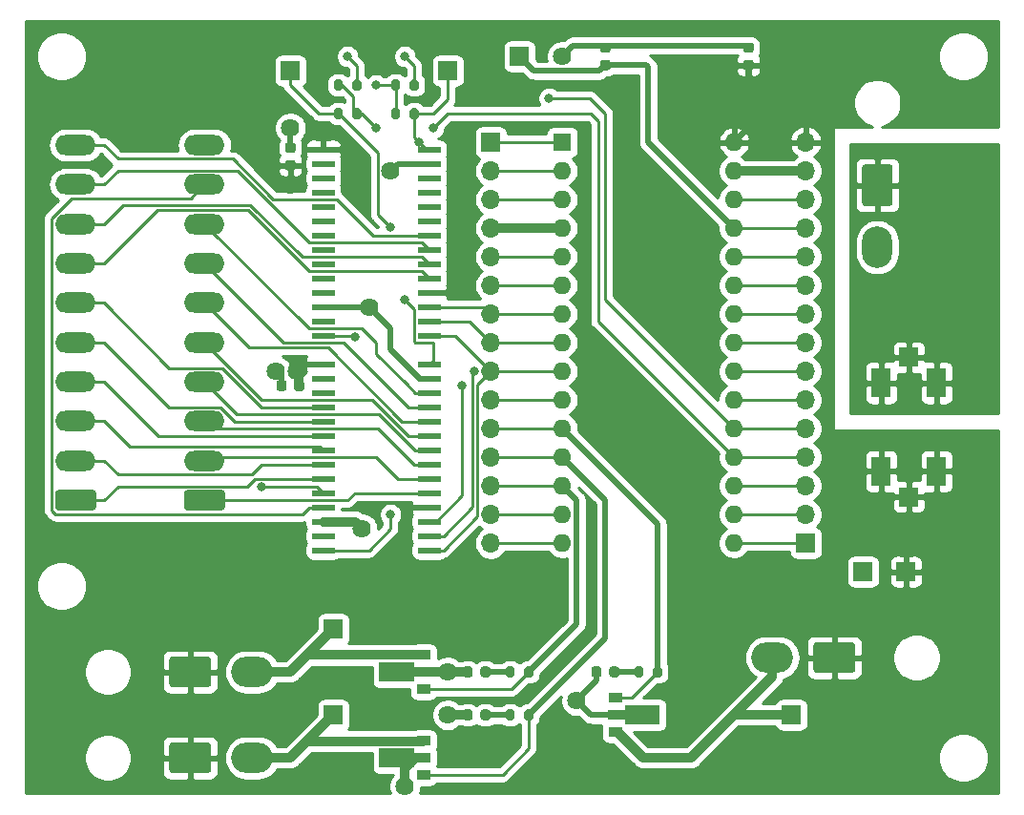
<source format=gtl>
G04 #@! TF.GenerationSoftware,KiCad,Pcbnew,(5.1.10)-1*
G04 #@! TF.CreationDate,2021-12-04T11:06:55-08:00*
G04 #@! TF.ProjectId,fuelCellControl,6675656c-4365-46c6-9c43-6f6e74726f6c,rev?*
G04 #@! TF.SameCoordinates,Original*
G04 #@! TF.FileFunction,Copper,L1,Top*
G04 #@! TF.FilePolarity,Positive*
%FSLAX46Y46*%
G04 Gerber Fmt 4.6, Leading zero omitted, Abs format (unit mm)*
G04 Created by KiCad (PCBNEW (5.1.10)-1) date 2021-12-04 11:06:55*
%MOMM*%
%LPD*%
G01*
G04 APERTURE LIST*
G04 #@! TA.AperFunction,ComponentPad*
%ADD10O,1.600000X1.600000*%
G04 #@! TD*
G04 #@! TA.AperFunction,ComponentPad*
%ADD11R,1.600000X1.600000*%
G04 #@! TD*
G04 #@! TA.AperFunction,SMDPad,CuDef*
%ADD12C,0.100000*%
G04 #@! TD*
G04 #@! TA.AperFunction,SMDPad,CuDef*
%ADD13R,1.300000X0.900000*%
G04 #@! TD*
G04 #@! TA.AperFunction,ComponentPad*
%ADD14R,1.700000X1.700000*%
G04 #@! TD*
G04 #@! TA.AperFunction,SMDPad,CuDef*
%ADD15R,2.000000X0.600000*%
G04 #@! TD*
G04 #@! TA.AperFunction,ComponentPad*
%ADD16O,3.600000X1.800000*%
G04 #@! TD*
G04 #@! TA.AperFunction,ComponentPad*
%ADD17O,3.700000X2.700000*%
G04 #@! TD*
G04 #@! TA.AperFunction,ComponentPad*
%ADD18O,1.700000X1.700000*%
G04 #@! TD*
G04 #@! TA.AperFunction,ComponentPad*
%ADD19O,2.700000X3.700000*%
G04 #@! TD*
G04 #@! TA.AperFunction,SMDPad,CuDef*
%ADD20R,1.700000X1.700000*%
G04 #@! TD*
G04 #@! TA.AperFunction,SMDPad,CuDef*
%ADD21R,1.700000X2.660000*%
G04 #@! TD*
G04 #@! TA.AperFunction,ViaPad*
%ADD22C,1.625600*%
G04 #@! TD*
G04 #@! TA.AperFunction,ViaPad*
%ADD23C,0.800000*%
G04 #@! TD*
G04 #@! TA.AperFunction,Conductor*
%ADD24C,0.508000*%
G04 #@! TD*
G04 #@! TA.AperFunction,Conductor*
%ADD25C,0.250000*%
G04 #@! TD*
G04 #@! TA.AperFunction,Conductor*
%ADD26C,0.812800*%
G04 #@! TD*
G04 #@! TA.AperFunction,Conductor*
%ADD27C,0.254000*%
G04 #@! TD*
G04 #@! TA.AperFunction,Conductor*
%ADD28C,0.100000*%
G04 #@! TD*
G04 APERTURE END LIST*
D10*
X130810000Y-109220000D03*
X115570000Y-109220000D03*
X130810000Y-73660000D03*
X115570000Y-106680000D03*
X130810000Y-76200000D03*
X115570000Y-104140000D03*
X130810000Y-78740000D03*
X115570000Y-101600000D03*
X130810000Y-81280000D03*
X115570000Y-99060000D03*
X130810000Y-83820000D03*
X115570000Y-96520000D03*
X130810000Y-86360000D03*
X115570000Y-93980000D03*
X130810000Y-88900000D03*
X115570000Y-91440000D03*
X130810000Y-91440000D03*
X115570000Y-88900000D03*
X130810000Y-93980000D03*
X115570000Y-86360000D03*
X130810000Y-96520000D03*
X115570000Y-83820000D03*
X130810000Y-99060000D03*
X115570000Y-81280000D03*
X130810000Y-101600000D03*
X115570000Y-78740000D03*
X130810000Y-104140000D03*
X115570000Y-76200000D03*
X130810000Y-106680000D03*
D11*
X115570000Y-73660000D03*
G04 #@! TA.AperFunction,SMDPad,CuDef*
D12*
G36*
X124220000Y-125326500D02*
G01*
X121095000Y-125326500D01*
X121095000Y-124910000D01*
X119620000Y-124910000D01*
X119620000Y-124010000D01*
X121095000Y-124010000D01*
X121095000Y-123593500D01*
X124220000Y-123593500D01*
X124220000Y-125326500D01*
G37*
G04 #@! TD.AperFunction*
D13*
X120270000Y-125960000D03*
X120270000Y-122960000D03*
G04 #@! TA.AperFunction,SMDPad,CuDef*
D12*
G36*
X99300000Y-127403500D02*
G01*
X102425000Y-127403500D01*
X102425000Y-127820000D01*
X103900000Y-127820000D01*
X103900000Y-128720000D01*
X102425000Y-128720000D01*
X102425000Y-129136500D01*
X99300000Y-129136500D01*
X99300000Y-127403500D01*
G37*
G04 #@! TD.AperFunction*
D13*
X103250000Y-126770000D03*
X103250000Y-129770000D03*
G04 #@! TA.AperFunction,SMDPad,CuDef*
D12*
G36*
X99300000Y-119783500D02*
G01*
X102425000Y-119783500D01*
X102425000Y-120200000D01*
X103900000Y-120200000D01*
X103900000Y-121100000D01*
X102425000Y-121100000D01*
X102425000Y-121516500D01*
X99300000Y-121516500D01*
X99300000Y-119783500D01*
G37*
G04 #@! TD.AperFunction*
D13*
X103250000Y-119150000D03*
X103250000Y-122150000D03*
G04 #@! TA.AperFunction,SMDPad,CuDef*
G36*
G01*
X123615000Y-120925000D02*
X123615000Y-120375000D01*
G75*
G02*
X123815000Y-120175000I200000J0D01*
G01*
X124215000Y-120175000D01*
G75*
G02*
X124415000Y-120375000I0J-200000D01*
G01*
X124415000Y-120925000D01*
G75*
G02*
X124215000Y-121125000I-200000J0D01*
G01*
X123815000Y-121125000D01*
G75*
G02*
X123615000Y-120925000I0J200000D01*
G01*
G37*
G04 #@! TD.AperFunction*
G04 #@! TA.AperFunction,SMDPad,CuDef*
G36*
G01*
X121965000Y-120925000D02*
X121965000Y-120375000D01*
G75*
G02*
X122165000Y-120175000I200000J0D01*
G01*
X122565000Y-120175000D01*
G75*
G02*
X122765000Y-120375000I0J-200000D01*
G01*
X122765000Y-120925000D01*
G75*
G02*
X122565000Y-121125000I-200000J0D01*
G01*
X122165000Y-121125000D01*
G75*
G02*
X121965000Y-120925000I0J200000D01*
G01*
G37*
G04 #@! TD.AperFunction*
G04 #@! TA.AperFunction,SMDPad,CuDef*
G36*
G01*
X112185000Y-124735000D02*
X112185000Y-124185000D01*
G75*
G02*
X112385000Y-123985000I200000J0D01*
G01*
X112785000Y-123985000D01*
G75*
G02*
X112985000Y-124185000I0J-200000D01*
G01*
X112985000Y-124735000D01*
G75*
G02*
X112785000Y-124935000I-200000J0D01*
G01*
X112385000Y-124935000D01*
G75*
G02*
X112185000Y-124735000I0J200000D01*
G01*
G37*
G04 #@! TD.AperFunction*
G04 #@! TA.AperFunction,SMDPad,CuDef*
G36*
G01*
X110535000Y-124735000D02*
X110535000Y-124185000D01*
G75*
G02*
X110735000Y-123985000I200000J0D01*
G01*
X111135000Y-123985000D01*
G75*
G02*
X111335000Y-124185000I0J-200000D01*
G01*
X111335000Y-124735000D01*
G75*
G02*
X111135000Y-124935000I-200000J0D01*
G01*
X110735000Y-124935000D01*
G75*
G02*
X110535000Y-124735000I0J200000D01*
G01*
G37*
G04 #@! TD.AperFunction*
G04 #@! TA.AperFunction,SMDPad,CuDef*
G36*
G01*
X112185000Y-120925000D02*
X112185000Y-120375000D01*
G75*
G02*
X112385000Y-120175000I200000J0D01*
G01*
X112785000Y-120175000D01*
G75*
G02*
X112985000Y-120375000I0J-200000D01*
G01*
X112985000Y-120925000D01*
G75*
G02*
X112785000Y-121125000I-200000J0D01*
G01*
X112385000Y-121125000D01*
G75*
G02*
X112185000Y-120925000I0J200000D01*
G01*
G37*
G04 #@! TD.AperFunction*
G04 #@! TA.AperFunction,SMDPad,CuDef*
G36*
G01*
X110535000Y-120925000D02*
X110535000Y-120375000D01*
G75*
G02*
X110735000Y-120175000I200000J0D01*
G01*
X111135000Y-120175000D01*
G75*
G02*
X111335000Y-120375000I0J-200000D01*
G01*
X111335000Y-120925000D01*
G75*
G02*
X111135000Y-121125000I-200000J0D01*
G01*
X110735000Y-121125000D01*
G75*
G02*
X110535000Y-120925000I0J200000D01*
G01*
G37*
G04 #@! TD.AperFunction*
G04 #@! TA.AperFunction,SMDPad,CuDef*
G36*
G01*
X119730000Y-120906250D02*
X119730000Y-120393750D01*
G75*
G02*
X119948750Y-120175000I218750J0D01*
G01*
X120386250Y-120175000D01*
G75*
G02*
X120605000Y-120393750I0J-218750D01*
G01*
X120605000Y-120906250D01*
G75*
G02*
X120386250Y-121125000I-218750J0D01*
G01*
X119948750Y-121125000D01*
G75*
G02*
X119730000Y-120906250I0J218750D01*
G01*
G37*
G04 #@! TD.AperFunction*
G04 #@! TA.AperFunction,SMDPad,CuDef*
G36*
G01*
X118155000Y-120906250D02*
X118155000Y-120393750D01*
G75*
G02*
X118373750Y-120175000I218750J0D01*
G01*
X118811250Y-120175000D01*
G75*
G02*
X119030000Y-120393750I0J-218750D01*
G01*
X119030000Y-120906250D01*
G75*
G02*
X118811250Y-121125000I-218750J0D01*
G01*
X118373750Y-121125000D01*
G75*
G02*
X118155000Y-120906250I0J218750D01*
G01*
G37*
G04 #@! TD.AperFunction*
G04 #@! TA.AperFunction,SMDPad,CuDef*
G36*
G01*
X108300000Y-124716250D02*
X108300000Y-124203750D01*
G75*
G02*
X108518750Y-123985000I218750J0D01*
G01*
X108956250Y-123985000D01*
G75*
G02*
X109175000Y-124203750I0J-218750D01*
G01*
X109175000Y-124716250D01*
G75*
G02*
X108956250Y-124935000I-218750J0D01*
G01*
X108518750Y-124935000D01*
G75*
G02*
X108300000Y-124716250I0J218750D01*
G01*
G37*
G04 #@! TD.AperFunction*
G04 #@! TA.AperFunction,SMDPad,CuDef*
G36*
G01*
X106725000Y-124716250D02*
X106725000Y-124203750D01*
G75*
G02*
X106943750Y-123985000I218750J0D01*
G01*
X107381250Y-123985000D01*
G75*
G02*
X107600000Y-124203750I0J-218750D01*
G01*
X107600000Y-124716250D01*
G75*
G02*
X107381250Y-124935000I-218750J0D01*
G01*
X106943750Y-124935000D01*
G75*
G02*
X106725000Y-124716250I0J218750D01*
G01*
G37*
G04 #@! TD.AperFunction*
G04 #@! TA.AperFunction,SMDPad,CuDef*
G36*
G01*
X108300000Y-120906250D02*
X108300000Y-120393750D01*
G75*
G02*
X108518750Y-120175000I218750J0D01*
G01*
X108956250Y-120175000D01*
G75*
G02*
X109175000Y-120393750I0J-218750D01*
G01*
X109175000Y-120906250D01*
G75*
G02*
X108956250Y-121125000I-218750J0D01*
G01*
X108518750Y-121125000D01*
G75*
G02*
X108300000Y-120906250I0J218750D01*
G01*
G37*
G04 #@! TD.AperFunction*
G04 #@! TA.AperFunction,SMDPad,CuDef*
G36*
G01*
X106725000Y-120906250D02*
X106725000Y-120393750D01*
G75*
G02*
X106943750Y-120175000I218750J0D01*
G01*
X107381250Y-120175000D01*
G75*
G02*
X107600000Y-120393750I0J-218750D01*
G01*
X107600000Y-120906250D01*
G75*
G02*
X107381250Y-121125000I-218750J0D01*
G01*
X106943750Y-121125000D01*
G75*
G02*
X106725000Y-120906250I0J218750D01*
G01*
G37*
G04 #@! TD.AperFunction*
D14*
X105410000Y-67310000D03*
G04 #@! TA.AperFunction,SMDPad,CuDef*
G36*
G01*
X102025000Y-68855000D02*
X102025000Y-68305000D01*
G75*
G02*
X102225000Y-68105000I200000J0D01*
G01*
X102625000Y-68105000D01*
G75*
G02*
X102825000Y-68305000I0J-200000D01*
G01*
X102825000Y-68855000D01*
G75*
G02*
X102625000Y-69055000I-200000J0D01*
G01*
X102225000Y-69055000D01*
G75*
G02*
X102025000Y-68855000I0J200000D01*
G01*
G37*
G04 #@! TD.AperFunction*
G04 #@! TA.AperFunction,SMDPad,CuDef*
G36*
G01*
X100375000Y-68855000D02*
X100375000Y-68305000D01*
G75*
G02*
X100575000Y-68105000I200000J0D01*
G01*
X100975000Y-68105000D01*
G75*
G02*
X101175000Y-68305000I0J-200000D01*
G01*
X101175000Y-68855000D01*
G75*
G02*
X100975000Y-69055000I-200000J0D01*
G01*
X100575000Y-69055000D01*
G75*
G02*
X100375000Y-68855000I0J200000D01*
G01*
G37*
G04 #@! TD.AperFunction*
G04 #@! TA.AperFunction,SMDPad,CuDef*
G36*
G01*
X101175000Y-70845000D02*
X101175000Y-71395000D01*
G75*
G02*
X100975000Y-71595000I-200000J0D01*
G01*
X100575000Y-71595000D01*
G75*
G02*
X100375000Y-71395000I0J200000D01*
G01*
X100375000Y-70845000D01*
G75*
G02*
X100575000Y-70645000I200000J0D01*
G01*
X100975000Y-70645000D01*
G75*
G02*
X101175000Y-70845000I0J-200000D01*
G01*
G37*
G04 #@! TD.AperFunction*
G04 #@! TA.AperFunction,SMDPad,CuDef*
G36*
G01*
X102825000Y-70845000D02*
X102825000Y-71395000D01*
G75*
G02*
X102625000Y-71595000I-200000J0D01*
G01*
X102225000Y-71595000D01*
G75*
G02*
X102025000Y-71395000I0J200000D01*
G01*
X102025000Y-70845000D01*
G75*
G02*
X102225000Y-70645000I200000J0D01*
G01*
X102625000Y-70645000D01*
G75*
G02*
X102825000Y-70845000I0J-200000D01*
G01*
G37*
G04 #@! TD.AperFunction*
G04 #@! TA.AperFunction,SMDPad,CuDef*
G36*
G01*
X96945000Y-68855000D02*
X96945000Y-68305000D01*
G75*
G02*
X97145000Y-68105000I200000J0D01*
G01*
X97545000Y-68105000D01*
G75*
G02*
X97745000Y-68305000I0J-200000D01*
G01*
X97745000Y-68855000D01*
G75*
G02*
X97545000Y-69055000I-200000J0D01*
G01*
X97145000Y-69055000D01*
G75*
G02*
X96945000Y-68855000I0J200000D01*
G01*
G37*
G04 #@! TD.AperFunction*
G04 #@! TA.AperFunction,SMDPad,CuDef*
G36*
G01*
X95295000Y-68855000D02*
X95295000Y-68305000D01*
G75*
G02*
X95495000Y-68105000I200000J0D01*
G01*
X95895000Y-68105000D01*
G75*
G02*
X96095000Y-68305000I0J-200000D01*
G01*
X96095000Y-68855000D01*
G75*
G02*
X95895000Y-69055000I-200000J0D01*
G01*
X95495000Y-69055000D01*
G75*
G02*
X95295000Y-68855000I0J200000D01*
G01*
G37*
G04 #@! TD.AperFunction*
G04 #@! TA.AperFunction,SMDPad,CuDef*
G36*
G01*
X96945000Y-71395000D02*
X96945000Y-70845000D01*
G75*
G02*
X97145000Y-70645000I200000J0D01*
G01*
X97545000Y-70645000D01*
G75*
G02*
X97745000Y-70845000I0J-200000D01*
G01*
X97745000Y-71395000D01*
G75*
G02*
X97545000Y-71595000I-200000J0D01*
G01*
X97145000Y-71595000D01*
G75*
G02*
X96945000Y-71395000I0J200000D01*
G01*
G37*
G04 #@! TD.AperFunction*
G04 #@! TA.AperFunction,SMDPad,CuDef*
G36*
G01*
X95295000Y-71395000D02*
X95295000Y-70845000D01*
G75*
G02*
X95495000Y-70645000I200000J0D01*
G01*
X95895000Y-70645000D01*
G75*
G02*
X96095000Y-70845000I0J-200000D01*
G01*
X96095000Y-71395000D01*
G75*
G02*
X95895000Y-71595000I-200000J0D01*
G01*
X95495000Y-71595000D01*
G75*
G02*
X95295000Y-71395000I0J200000D01*
G01*
G37*
G04 #@! TD.AperFunction*
G04 #@! TA.AperFunction,SMDPad,CuDef*
G36*
G01*
X91115000Y-95000000D02*
X91115000Y-95500000D01*
G75*
G02*
X90890000Y-95725000I-225000J0D01*
G01*
X90440000Y-95725000D01*
G75*
G02*
X90215000Y-95500000I0J225000D01*
G01*
X90215000Y-95000000D01*
G75*
G02*
X90440000Y-94775000I225000J0D01*
G01*
X90890000Y-94775000D01*
G75*
G02*
X91115000Y-95000000I0J-225000D01*
G01*
G37*
G04 #@! TD.AperFunction*
G04 #@! TA.AperFunction,SMDPad,CuDef*
G36*
G01*
X92665000Y-95000000D02*
X92665000Y-95500000D01*
G75*
G02*
X92440000Y-95725000I-225000J0D01*
G01*
X91990000Y-95725000D01*
G75*
G02*
X91765000Y-95500000I0J225000D01*
G01*
X91765000Y-95000000D01*
G75*
G02*
X91990000Y-94775000I225000J0D01*
G01*
X92440000Y-94775000D01*
G75*
G02*
X92665000Y-95000000I0J-225000D01*
G01*
G37*
G04 #@! TD.AperFunction*
G04 #@! TA.AperFunction,SMDPad,CuDef*
G36*
G01*
X91690000Y-74605000D02*
X91190000Y-74605000D01*
G75*
G02*
X90965000Y-74380000I0J225000D01*
G01*
X90965000Y-73930000D01*
G75*
G02*
X91190000Y-73705000I225000J0D01*
G01*
X91690000Y-73705000D01*
G75*
G02*
X91915000Y-73930000I0J-225000D01*
G01*
X91915000Y-74380000D01*
G75*
G02*
X91690000Y-74605000I-225000J0D01*
G01*
G37*
G04 #@! TD.AperFunction*
G04 #@! TA.AperFunction,SMDPad,CuDef*
G36*
G01*
X91690000Y-76155000D02*
X91190000Y-76155000D01*
G75*
G02*
X90965000Y-75930000I0J225000D01*
G01*
X90965000Y-75480000D01*
G75*
G02*
X91190000Y-75255000I225000J0D01*
G01*
X91690000Y-75255000D01*
G75*
G02*
X91915000Y-75480000I0J-225000D01*
G01*
X91915000Y-75930000D01*
G75*
G02*
X91690000Y-76155000I-225000J0D01*
G01*
G37*
G04 #@! TD.AperFunction*
G04 #@! TA.AperFunction,SMDPad,CuDef*
G36*
G01*
X119630000Y-65715000D02*
X119130000Y-65715000D01*
G75*
G02*
X118905000Y-65490000I0J225000D01*
G01*
X118905000Y-65040000D01*
G75*
G02*
X119130000Y-64815000I225000J0D01*
G01*
X119630000Y-64815000D01*
G75*
G02*
X119855000Y-65040000I0J-225000D01*
G01*
X119855000Y-65490000D01*
G75*
G02*
X119630000Y-65715000I-225000J0D01*
G01*
G37*
G04 #@! TD.AperFunction*
G04 #@! TA.AperFunction,SMDPad,CuDef*
G36*
G01*
X119630000Y-67265000D02*
X119130000Y-67265000D01*
G75*
G02*
X118905000Y-67040000I0J225000D01*
G01*
X118905000Y-66590000D01*
G75*
G02*
X119130000Y-66365000I225000J0D01*
G01*
X119630000Y-66365000D01*
G75*
G02*
X119855000Y-66590000I0J-225000D01*
G01*
X119855000Y-67040000D01*
G75*
G02*
X119630000Y-67265000I-225000J0D01*
G01*
G37*
G04 #@! TD.AperFunction*
G04 #@! TA.AperFunction,SMDPad,CuDef*
G36*
G01*
X132330000Y-65715000D02*
X131830000Y-65715000D01*
G75*
G02*
X131605000Y-65490000I0J225000D01*
G01*
X131605000Y-65040000D01*
G75*
G02*
X131830000Y-64815000I225000J0D01*
G01*
X132330000Y-64815000D01*
G75*
G02*
X132555000Y-65040000I0J-225000D01*
G01*
X132555000Y-65490000D01*
G75*
G02*
X132330000Y-65715000I-225000J0D01*
G01*
G37*
G04 #@! TD.AperFunction*
G04 #@! TA.AperFunction,SMDPad,CuDef*
G36*
G01*
X132330000Y-67265000D02*
X131830000Y-67265000D01*
G75*
G02*
X131605000Y-67040000I0J225000D01*
G01*
X131605000Y-66590000D01*
G75*
G02*
X131830000Y-66365000I225000J0D01*
G01*
X132330000Y-66365000D01*
G75*
G02*
X132555000Y-66590000I0J-225000D01*
G01*
X132555000Y-67040000D01*
G75*
G02*
X132330000Y-67265000I-225000J0D01*
G01*
G37*
G04 #@! TD.AperFunction*
X91440000Y-67310000D03*
X135890000Y-124460000D03*
X111760000Y-66040000D03*
X142240000Y-111760000D03*
X95250000Y-116840000D03*
X146050000Y-111760000D03*
X95250000Y-124460000D03*
D15*
X103760000Y-74295000D03*
X103760000Y-75565000D03*
X103760000Y-76835000D03*
X103760000Y-78105000D03*
X103760000Y-79375000D03*
X103760000Y-80645000D03*
X103760000Y-81915000D03*
X103760000Y-83185000D03*
X103760000Y-84455000D03*
X103760000Y-85725000D03*
X103760000Y-86995000D03*
X103760000Y-88265000D03*
X103760000Y-89535000D03*
X103760000Y-90805000D03*
X94360000Y-90805000D03*
X94360000Y-89535000D03*
X94360000Y-88265000D03*
X94360000Y-86995000D03*
X94360000Y-85725000D03*
X94360000Y-84455000D03*
X94360000Y-83185000D03*
X94360000Y-81915000D03*
X94360000Y-80645000D03*
X94360000Y-79375000D03*
X94360000Y-78105000D03*
X94360000Y-76835000D03*
X94360000Y-75565000D03*
X94360000Y-74295000D03*
X103760000Y-93345000D03*
X103760000Y-94615000D03*
X103760000Y-95885000D03*
X103760000Y-97155000D03*
X103760000Y-98425000D03*
X103760000Y-99695000D03*
X103760000Y-100965000D03*
X103760000Y-102235000D03*
X103760000Y-103505000D03*
X103760000Y-104775000D03*
X103760000Y-106045000D03*
X103760000Y-107315000D03*
X103760000Y-108585000D03*
X103760000Y-109855000D03*
X94360000Y-109855000D03*
X94360000Y-108585000D03*
X94360000Y-107315000D03*
X94360000Y-106045000D03*
X94360000Y-104775000D03*
X94360000Y-103505000D03*
X94360000Y-102235000D03*
X94360000Y-100965000D03*
X94360000Y-99695000D03*
X94360000Y-98425000D03*
X94360000Y-97155000D03*
X94360000Y-95885000D03*
X94360000Y-94615000D03*
X94360000Y-93345000D03*
D16*
X72390000Y-73910000D03*
X72390000Y-77410000D03*
X72390000Y-80910000D03*
X72390000Y-84410000D03*
X72390000Y-87910000D03*
X72390000Y-91410000D03*
X72390000Y-94910000D03*
X72390000Y-98410000D03*
X72390000Y-101910000D03*
G04 #@! TA.AperFunction,ComponentPad*
G36*
G01*
X73940000Y-106310000D02*
X70840000Y-106310000D01*
G75*
G02*
X70590000Y-106060000I0J250000D01*
G01*
X70590000Y-104760000D01*
G75*
G02*
X70840000Y-104510000I250000J0D01*
G01*
X73940000Y-104510000D01*
G75*
G02*
X74190000Y-104760000I0J-250000D01*
G01*
X74190000Y-106060000D01*
G75*
G02*
X73940000Y-106310000I-250000J0D01*
G01*
G37*
G04 #@! TD.AperFunction*
X83820000Y-73910000D03*
X83820000Y-77410000D03*
X83820000Y-80910000D03*
X83820000Y-84410000D03*
X83820000Y-87910000D03*
X83820000Y-91410000D03*
X83820000Y-94910000D03*
X83820000Y-98410000D03*
X83820000Y-101910000D03*
G04 #@! TA.AperFunction,ComponentPad*
G36*
G01*
X85370000Y-106310000D02*
X82270000Y-106310000D01*
G75*
G02*
X82020000Y-106060000I0J250000D01*
G01*
X82020000Y-104760000D01*
G75*
G02*
X82270000Y-104510000I250000J0D01*
G01*
X85370000Y-104510000D01*
G75*
G02*
X85620000Y-104760000I0J-250000D01*
G01*
X85620000Y-106060000D01*
G75*
G02*
X85370000Y-106310000I-250000J0D01*
G01*
G37*
G04 #@! TD.AperFunction*
D17*
X134200000Y-119380000D03*
G04 #@! TA.AperFunction,ComponentPad*
G36*
G01*
X138100001Y-118030000D02*
X141299999Y-118030000D01*
G75*
G02*
X141550000Y-118280001I0J-250001D01*
G01*
X141550000Y-120479999D01*
G75*
G02*
X141299999Y-120730000I-250001J0D01*
G01*
X138100001Y-120730000D01*
G75*
G02*
X137850000Y-120479999I0J250001D01*
G01*
X137850000Y-118280001D01*
G75*
G02*
X138100001Y-118030000I250001J0D01*
G01*
G37*
G04 #@! TD.AperFunction*
D18*
X137160000Y-73660000D03*
X137160000Y-76200000D03*
X137160000Y-78740000D03*
X137160000Y-81280000D03*
X137160000Y-83820000D03*
X137160000Y-86360000D03*
X137160000Y-88900000D03*
X137160000Y-91440000D03*
X137160000Y-93980000D03*
X137160000Y-96520000D03*
X137160000Y-99060000D03*
X137160000Y-101600000D03*
X137160000Y-104140000D03*
X137160000Y-106680000D03*
D14*
X137160000Y-109220000D03*
D17*
X88050000Y-120650000D03*
G04 #@! TA.AperFunction,ComponentPad*
G36*
G01*
X84149999Y-122000000D02*
X80950001Y-122000000D01*
G75*
G02*
X80700000Y-121749999I0J250001D01*
G01*
X80700000Y-119550001D01*
G75*
G02*
X80950001Y-119300000I250001J0D01*
G01*
X84149999Y-119300000D01*
G75*
G02*
X84400000Y-119550001I0J-250001D01*
G01*
X84400000Y-121749999D01*
G75*
G02*
X84149999Y-122000000I-250001J0D01*
G01*
G37*
G04 #@! TD.AperFunction*
X88050000Y-128270000D03*
G04 #@! TA.AperFunction,ComponentPad*
G36*
G01*
X84149999Y-129620000D02*
X80950001Y-129620000D01*
G75*
G02*
X80700000Y-129369999I0J250001D01*
G01*
X80700000Y-127170001D01*
G75*
G02*
X80950001Y-126920000I250001J0D01*
G01*
X84149999Y-126920000D01*
G75*
G02*
X84400000Y-127170001I0J-250001D01*
G01*
X84400000Y-129369999D01*
G75*
G02*
X84149999Y-129620000I-250001J0D01*
G01*
G37*
G04 #@! TD.AperFunction*
D18*
X109220000Y-109220000D03*
X109220000Y-106680000D03*
X109220000Y-104140000D03*
X109220000Y-101600000D03*
X109220000Y-99060000D03*
X109220000Y-96520000D03*
X109220000Y-93980000D03*
X109220000Y-91440000D03*
X109220000Y-88900000D03*
X109220000Y-86360000D03*
X109220000Y-83820000D03*
X109220000Y-81280000D03*
X109220000Y-78740000D03*
X109220000Y-76200000D03*
D14*
X109220000Y-73660000D03*
D19*
X143510000Y-82970000D03*
G04 #@! TA.AperFunction,ComponentPad*
G36*
G01*
X142160000Y-79069999D02*
X142160000Y-75870001D01*
G75*
G02*
X142410001Y-75620000I250001J0D01*
G01*
X144609999Y-75620000D01*
G75*
G02*
X144860000Y-75870001I0J-250001D01*
G01*
X144860000Y-79069999D01*
G75*
G02*
X144609999Y-79320000I-250001J0D01*
G01*
X142410001Y-79320000D01*
G75*
G02*
X142160000Y-79069999I0J250001D01*
G01*
G37*
G04 #@! TD.AperFunction*
D20*
X146304000Y-92729000D03*
D21*
X143854000Y-95019000D03*
X148754000Y-95019000D03*
X143854000Y-102847000D03*
X148754000Y-102847000D03*
D20*
X146304000Y-105137000D03*
D22*
X115570000Y-66040000D03*
X97790000Y-107950000D03*
X98425000Y-88265000D03*
X100330000Y-76200000D03*
X91440000Y-72390000D03*
X90170000Y-93980000D03*
X105410000Y-120650000D03*
X105410000Y-124460000D03*
X101600000Y-130810000D03*
X116840000Y-123190000D03*
D23*
X101600000Y-66040000D03*
X96520000Y-66040000D03*
X88900000Y-104230000D03*
X101600000Y-87630000D03*
X100330000Y-81190000D03*
X114394999Y-69755001D03*
X99060000Y-68580000D03*
D22*
X91995603Y-93980000D03*
X91440000Y-77470000D03*
D23*
X100330000Y-106680000D03*
X97155000Y-90885001D03*
X107769997Y-93980000D03*
X106680000Y-95250000D03*
X99060000Y-72390000D03*
X104140000Y-72390000D03*
X102870000Y-73660000D03*
D24*
X123190000Y-73660000D02*
X123190000Y-66990000D01*
D25*
X137160000Y-81280000D02*
X130810000Y-81280000D01*
D24*
X130810000Y-81280000D02*
X123190000Y-73660000D01*
X123015000Y-66815000D02*
X123190000Y-66990000D01*
X119380000Y-66815000D02*
X123015000Y-66815000D01*
X118888199Y-67306801D02*
X119380000Y-66815000D01*
X113026801Y-67306801D02*
X118888199Y-67306801D01*
X111760000Y-66040000D02*
X113026801Y-67306801D01*
D26*
X109220000Y-81280000D02*
X115570000Y-81280000D01*
X137160000Y-76200000D02*
X130810000Y-76200000D01*
X97155000Y-107315000D02*
X97790000Y-107950000D01*
X94360000Y-107315000D02*
X97155000Y-107315000D01*
D24*
X102912798Y-94615000D02*
X103760000Y-94615000D01*
X100330000Y-92032202D02*
X102912798Y-94615000D01*
X100330000Y-90170000D02*
X100330000Y-92032202D01*
X98425000Y-88265000D02*
X100330000Y-90170000D01*
X94360000Y-88265000D02*
X98425000Y-88265000D01*
X131905000Y-65090000D02*
X119380000Y-65090000D01*
X116520000Y-65090000D02*
X115570000Y-66040000D01*
X119380000Y-65090000D02*
X116520000Y-65090000D01*
X100965000Y-75565000D02*
X100330000Y-76200000D01*
X103760000Y-75565000D02*
X100965000Y-75565000D01*
X131905000Y-65090000D02*
X132080000Y-65265000D01*
X91440000Y-74155000D02*
X91440000Y-72390000D01*
X90665000Y-94475000D02*
X90170000Y-93980000D01*
X90665000Y-95250000D02*
X90665000Y-94475000D01*
D26*
X103162500Y-120650000D02*
X105410000Y-120650000D01*
X107162500Y-120650000D02*
X105410000Y-120650000D01*
X107162500Y-124460000D02*
X105410000Y-124460000D01*
X101616401Y-130826401D02*
X101600000Y-130810000D01*
X101600000Y-129228478D02*
X101600000Y-130810000D01*
X102558478Y-128270000D02*
X101600000Y-129228478D01*
X103162500Y-128270000D02*
X102558478Y-128270000D01*
D24*
X118592500Y-121437500D02*
X116840000Y-123190000D01*
X118592500Y-120650000D02*
X118592500Y-121437500D01*
X118110000Y-124460000D02*
X120357500Y-124460000D01*
X116840000Y-123190000D02*
X118110000Y-124460000D01*
D25*
X102425000Y-66865000D02*
X101600000Y-66040000D01*
X102425000Y-68580000D02*
X102425000Y-66865000D01*
X97345000Y-66865000D02*
X96520000Y-66040000D01*
X97345000Y-68580000D02*
X97345000Y-66865000D01*
X109220000Y-101600000D02*
X115570000Y-101600000D01*
X112585000Y-124460000D02*
X112585000Y-127445000D01*
X110260000Y-129770000D02*
X103250000Y-129770000D01*
X112585000Y-127445000D02*
X110260000Y-129770000D01*
D24*
X115570000Y-101600000D02*
X119380000Y-105410000D01*
X119380000Y-117665000D02*
X112585000Y-124460000D01*
X119380000Y-105410000D02*
X119380000Y-117665000D01*
X110935000Y-120650000D02*
X108737500Y-120650000D01*
X110935000Y-124460000D02*
X108737500Y-124460000D01*
X120167500Y-120650000D02*
X122365000Y-120650000D01*
D26*
X146304000Y-92729000D02*
X146144000Y-92729000D01*
X146304000Y-92729000D02*
X146464000Y-92729000D01*
X91440000Y-120650000D02*
X95250000Y-116840000D01*
X88050000Y-120650000D02*
X91440000Y-120650000D01*
X92940000Y-119150000D02*
X103250000Y-119150000D01*
X91440000Y-120650000D02*
X92940000Y-119150000D01*
X88050000Y-128270000D02*
X91440000Y-128270000D01*
X103222910Y-126797090D02*
X103250000Y-126770000D01*
X92710000Y-127000000D02*
X92912910Y-126797090D01*
X91440000Y-128270000D02*
X92710000Y-127000000D01*
X92912910Y-126797090D02*
X103222910Y-126797090D01*
X92710000Y-127000000D02*
X95250000Y-124460000D01*
X134200000Y-121070000D02*
X134200000Y-119380000D01*
X122730000Y-128270000D02*
X127000000Y-128270000D01*
X120420000Y-125960000D02*
X122730000Y-128270000D01*
X120270000Y-125960000D02*
X120420000Y-125960000D01*
X127000000Y-128270000D02*
X129540000Y-125730000D01*
X129540000Y-125730000D02*
X130810000Y-124460000D01*
X129540000Y-125730000D02*
X134200000Y-121070000D01*
X130810000Y-124460000D02*
X135890000Y-124460000D01*
D25*
X93815000Y-104230000D02*
X94360000Y-104775000D01*
X88900000Y-104230000D02*
X93815000Y-104230000D01*
X93110000Y-106045000D02*
X92519990Y-106635010D01*
X94360000Y-106045000D02*
X93110000Y-106045000D01*
X70601820Y-106635010D02*
X77425010Y-106635010D01*
X70264990Y-106298180D02*
X70601820Y-106635010D01*
X72032565Y-78635010D02*
X70264990Y-80402585D01*
X82594990Y-78635010D02*
X72032565Y-78635010D01*
X70264990Y-80402585D02*
X70264990Y-106298180D01*
X77425010Y-106635010D02*
X73141820Y-106635010D01*
X83820000Y-77410000D02*
X82594990Y-78635010D01*
X92519990Y-106635010D02*
X77425010Y-106635010D01*
X93070001Y-90160001D02*
X83820000Y-80910000D01*
X95600003Y-90160001D02*
X95259999Y-90160001D01*
X95259999Y-90160001D02*
X93070001Y-90160001D01*
X102510000Y-95885000D02*
X103760000Y-95885000D01*
X99060000Y-92435000D02*
X101737500Y-95112500D01*
X99060000Y-91440000D02*
X99060000Y-92435000D01*
X97780001Y-90160001D02*
X99060000Y-91440000D01*
X95259999Y-90160001D02*
X97780001Y-90160001D01*
X101737500Y-95112500D02*
X102510000Y-95885000D01*
X101251999Y-94626999D02*
X101737500Y-95112500D01*
X96151411Y-91430001D02*
X90840001Y-91430001D01*
X90840001Y-91430001D02*
X83820000Y-84410000D01*
X101876410Y-97155000D02*
X96151411Y-91430001D01*
X103760000Y-97155000D02*
X101876410Y-97155000D01*
X87790011Y-91880011D02*
X83820000Y-87910000D01*
X94781421Y-91880011D02*
X87790011Y-91880011D01*
X101326410Y-98425000D02*
X94781421Y-91880011D01*
X103760000Y-98425000D02*
X101326410Y-98425000D01*
X101876410Y-99695000D02*
X98701410Y-96520000D01*
X103760000Y-99695000D02*
X101876410Y-99695000D01*
X83820000Y-91438590D02*
X83820000Y-91410000D01*
X88901410Y-96520000D02*
X83820000Y-91438590D01*
X98701410Y-96520000D02*
X88901410Y-96520000D01*
X102510000Y-100965000D02*
X103760000Y-100965000D01*
X99325001Y-97780001D02*
X102510000Y-100965000D01*
X86690001Y-97780001D02*
X99325001Y-97780001D01*
X83820000Y-94910000D02*
X86690001Y-97780001D01*
X102431998Y-102235000D02*
X103760000Y-102235000D01*
X99246999Y-99050001D02*
X102431998Y-102235000D01*
X84460001Y-99050001D02*
X99246999Y-99050001D01*
X83820000Y-98410000D02*
X84460001Y-99050001D01*
X83945010Y-101784990D02*
X83820000Y-101784990D01*
X84120001Y-101609999D02*
X83945010Y-101784990D01*
X99069999Y-101609999D02*
X84120001Y-101609999D01*
X100965000Y-103505000D02*
X99069999Y-101609999D01*
X103760000Y-103505000D02*
X100965000Y-103505000D01*
X103760000Y-104775000D02*
X97155000Y-104775000D01*
X97155000Y-104775000D02*
X96520000Y-105410000D01*
X83820000Y-105410000D02*
X96520000Y-105410000D01*
X76155010Y-75135010D02*
X74930000Y-73910000D01*
X86331418Y-75135010D02*
X76155010Y-75135010D01*
X89926409Y-78730001D02*
X86331418Y-75135010D01*
X95600003Y-78730001D02*
X89926409Y-78730001D01*
X98785002Y-81915000D02*
X95600003Y-78730001D01*
X103760000Y-81915000D02*
X98785002Y-81915000D01*
X74930000Y-73910000D02*
X72390000Y-73910000D01*
X93119997Y-82559999D02*
X103134999Y-82559999D01*
X103134999Y-82559999D02*
X103760000Y-83185000D01*
X76155010Y-76184990D02*
X86744988Y-76184990D01*
X86744988Y-76184990D02*
X93119997Y-82559999D01*
X74930000Y-77410000D02*
X76155010Y-76184990D01*
X74930000Y-77410000D02*
X72390000Y-77410000D01*
X76605020Y-79234980D02*
X74930000Y-80910000D01*
X87891388Y-79234980D02*
X76605020Y-79234980D01*
X103134999Y-83829999D02*
X92486407Y-83829999D01*
X92486407Y-83829999D02*
X87891388Y-79234980D01*
X103760000Y-84455000D02*
X103134999Y-83829999D01*
X74930000Y-80910000D02*
X72390000Y-80910000D01*
X103134999Y-85099999D02*
X103760000Y-85725000D01*
X93119997Y-85099999D02*
X103134999Y-85099999D01*
X87704988Y-79684990D02*
X93119997Y-85099999D01*
X79655010Y-79684990D02*
X87704988Y-79684990D01*
X74930000Y-84410000D02*
X79655010Y-79684990D01*
X74930000Y-84410000D02*
X72390000Y-84410000D01*
X94360000Y-97155000D02*
X93660000Y-97155000D01*
X88900000Y-97155000D02*
X94360000Y-97155000D01*
X85429990Y-93684990D02*
X88900000Y-97155000D01*
X80704990Y-93684990D02*
X74930000Y-87910000D01*
X85429990Y-93684990D02*
X80704990Y-93684990D01*
X74930000Y-87910000D02*
X72390000Y-87910000D01*
X93744998Y-98425000D02*
X94360000Y-98425000D01*
X86467425Y-98425000D02*
X85197425Y-97155000D01*
X94360000Y-98425000D02*
X86467425Y-98425000D01*
X80675000Y-97155000D02*
X74930000Y-91410000D01*
X85197425Y-97155000D02*
X80675000Y-97155000D01*
X74930000Y-91410000D02*
X72390000Y-91410000D01*
X79715000Y-99695000D02*
X74930000Y-94910000D01*
X94360000Y-99695000D02*
X79715000Y-99695000D01*
X74930000Y-94910000D02*
X72390000Y-94910000D01*
X94360000Y-100965000D02*
X94079990Y-100684990D01*
X94079990Y-100684990D02*
X77204990Y-100684990D01*
X77204990Y-100684990D02*
X74930000Y-98410000D01*
X74930000Y-98410000D02*
X72390000Y-98410000D01*
X88898590Y-102235000D02*
X94360000Y-102235000D01*
X87998580Y-103135010D02*
X88898590Y-102235000D01*
X76155010Y-103135010D02*
X74930000Y-101910000D01*
X87998580Y-103135010D02*
X76155010Y-103135010D01*
X72390000Y-101910000D02*
X74930000Y-101910000D01*
X88265000Y-103505000D02*
X94360000Y-103505000D01*
X87585010Y-104184990D02*
X88265000Y-103505000D01*
X76155010Y-104184990D02*
X74930000Y-105410000D01*
X87585010Y-104184990D02*
X76155010Y-104184990D01*
X74930000Y-105410000D02*
X72390000Y-105410000D01*
X104149999Y-91430001D02*
X102499999Y-91430001D01*
X104149999Y-92955001D02*
X104149999Y-91430001D01*
X102499999Y-91430001D02*
X102434999Y-91365001D01*
X103760000Y-93345000D02*
X104149999Y-92955001D01*
X102434999Y-88464999D02*
X101600000Y-87630000D01*
X102434999Y-91365001D02*
X102434999Y-88464999D01*
X99192199Y-74617199D02*
X95695000Y-71120000D01*
X99192199Y-80052199D02*
X99192199Y-74617199D01*
X100330000Y-81190000D02*
X99192199Y-80052199D01*
X93980000Y-71120000D02*
X91440000Y-68580000D01*
X95695000Y-71120000D02*
X93980000Y-71120000D01*
X91440000Y-67310000D02*
X91440000Y-68580000D01*
X130810000Y-83820000D02*
X137160000Y-83820000D01*
X130810000Y-86360000D02*
X137160000Y-86360000D01*
X137160000Y-88900000D02*
X130810000Y-88900000D01*
X137160000Y-93980000D02*
X130810000Y-93980000D01*
X130810000Y-96520000D02*
X137160000Y-96520000D01*
X137160000Y-99060000D02*
X130810000Y-99060000D01*
X114486413Y-69755001D02*
X114394999Y-69755001D01*
X114394999Y-69755001D02*
X118015001Y-69755001D01*
X119380000Y-87630000D02*
X119380000Y-71120000D01*
X130810000Y-99060000D02*
X119380000Y-87630000D01*
X118015001Y-69755001D02*
X119380000Y-71120000D01*
X100775000Y-71120000D02*
X100775000Y-68580000D01*
X99060000Y-68580000D02*
X100775000Y-68580000D01*
D26*
X143854000Y-102847000D02*
X144014000Y-102847000D01*
X148754000Y-102847000D02*
X148594000Y-102847000D01*
X92215000Y-94199397D02*
X91995603Y-93980000D01*
X92215000Y-95250000D02*
X92215000Y-94199397D01*
D25*
X130810000Y-73660000D02*
X137160000Y-73660000D01*
D24*
X132080000Y-72390000D02*
X130810000Y-73660000D01*
X132080000Y-66815000D02*
X132080000Y-72390000D01*
D25*
X137160000Y-109220000D02*
X130810000Y-109220000D01*
X115570000Y-109220000D02*
X109220000Y-109220000D01*
X109220000Y-106680000D02*
X115570000Y-106680000D01*
X115570000Y-104140000D02*
X109220000Y-104140000D01*
X116695000Y-108095000D02*
X116695001Y-108094999D01*
X111085000Y-122150000D02*
X112585000Y-120650000D01*
X103250000Y-122150000D02*
X111085000Y-122150000D01*
X112638588Y-120650000D02*
X112585000Y-120650000D01*
D24*
X116824001Y-116410999D02*
X112585000Y-120650000D01*
X116824001Y-105394001D02*
X116824001Y-116410999D01*
X115570000Y-104140000D02*
X116824001Y-105394001D01*
D25*
X130810000Y-78740000D02*
X137160000Y-78740000D01*
X115570000Y-99060000D02*
X109220000Y-99060000D01*
X121705000Y-122960000D02*
X120270000Y-122960000D01*
X124015000Y-120650000D02*
X121705000Y-122960000D01*
D24*
X124015000Y-107505000D02*
X124015000Y-120650000D01*
X115570000Y-99060000D02*
X124015000Y-107505000D01*
D25*
X109220000Y-96520000D02*
X115570000Y-96520000D01*
X94975002Y-109855000D02*
X94360000Y-109855000D01*
X94360000Y-90805000D02*
X94615000Y-90805000D01*
X94360000Y-109855000D02*
X98425000Y-109855000D01*
X97074999Y-90805000D02*
X97155000Y-90885001D01*
X94360000Y-90805000D02*
X97074999Y-90805000D01*
X100330000Y-107950000D02*
X100330000Y-106680000D01*
X98425000Y-109855000D02*
X100330000Y-107950000D01*
X109220000Y-93980000D02*
X115570000Y-93980000D01*
X106045000Y-90805000D02*
X109220000Y-93980000D01*
X103760000Y-90805000D02*
X106045000Y-90805000D01*
X108044999Y-95155001D02*
X109220000Y-93980000D01*
X108044999Y-106820001D02*
X108044999Y-95155001D01*
X105010000Y-109855000D02*
X108044999Y-106820001D01*
X103760000Y-109855000D02*
X105010000Y-109855000D01*
X115570000Y-91440000D02*
X109220000Y-91440000D01*
X107315000Y-89535000D02*
X109220000Y-91440000D01*
X103760000Y-89535000D02*
X107315000Y-89535000D01*
X107594989Y-106000011D02*
X107594989Y-94155008D01*
X107594989Y-94155008D02*
X107769997Y-93980000D01*
X105010000Y-108585000D02*
X107594989Y-106000011D01*
X103760000Y-108585000D02*
X105010000Y-108585000D01*
X130810000Y-91440000D02*
X137160000Y-91440000D01*
X109220000Y-88900000D02*
X115570000Y-88900000D01*
X108585000Y-88265000D02*
X109220000Y-88900000D01*
X103760000Y-88265000D02*
X108585000Y-88265000D01*
X104376410Y-107315000D02*
X103760000Y-107315000D01*
X106680000Y-105011410D02*
X104376410Y-107315000D01*
X106680000Y-95250000D02*
X106680000Y-105011410D01*
X109220000Y-86360000D02*
X115570000Y-86360000D01*
X97030000Y-69600000D02*
X96010000Y-68580000D01*
X129684999Y-100474999D02*
X130810000Y-101600000D01*
X130810000Y-101600000D02*
X137160000Y-101600000D01*
X118745000Y-89535000D02*
X118745000Y-71755000D01*
X130810000Y-101600000D02*
X118745000Y-89535000D01*
X118110000Y-71120000D02*
X118745000Y-71755000D01*
X97790000Y-71120000D02*
X99060000Y-72390000D01*
X97345000Y-71120000D02*
X97790000Y-71120000D01*
X104140000Y-72390000D02*
X105410000Y-71120000D01*
X105410000Y-71120000D02*
X118110000Y-71120000D01*
X97030000Y-70805000D02*
X97345000Y-71120000D01*
X97030000Y-69600000D02*
X97030000Y-70805000D01*
X109220000Y-78740000D02*
X115570000Y-78740000D01*
X137160000Y-104140000D02*
X130810000Y-104140000D01*
X109220000Y-76200000D02*
X115570000Y-76200000D01*
X130810000Y-106680000D02*
X137160000Y-106680000D01*
X109220000Y-73660000D02*
X115570000Y-73660000D01*
X109220000Y-83820000D02*
X115570000Y-83820000D01*
X103505000Y-74295000D02*
X102870000Y-73660000D01*
X103760000Y-74295000D02*
X103505000Y-74295000D01*
X102425000Y-73215000D02*
X102870000Y-73660000D01*
X102425000Y-71120000D02*
X102425000Y-73215000D01*
X102425000Y-71120000D02*
X104140000Y-71120000D01*
X105410000Y-69850000D02*
X105410000Y-67310000D01*
X104140000Y-71120000D02*
X105410000Y-69850000D01*
D27*
X154280001Y-97663000D02*
X141097000Y-97663000D01*
X141097000Y-96349000D01*
X142365928Y-96349000D01*
X142378188Y-96473482D01*
X142414498Y-96593180D01*
X142473463Y-96703494D01*
X142552815Y-96800185D01*
X142649506Y-96879537D01*
X142759820Y-96938502D01*
X142879518Y-96974812D01*
X143004000Y-96987072D01*
X143568250Y-96984000D01*
X143727000Y-96825250D01*
X143727000Y-95146000D01*
X143981000Y-95146000D01*
X143981000Y-96825250D01*
X144139750Y-96984000D01*
X144704000Y-96987072D01*
X144828482Y-96974812D01*
X144948180Y-96938502D01*
X145058494Y-96879537D01*
X145155185Y-96800185D01*
X145234537Y-96703494D01*
X145293502Y-96593180D01*
X145329812Y-96473482D01*
X145342072Y-96349000D01*
X147265928Y-96349000D01*
X147278188Y-96473482D01*
X147314498Y-96593180D01*
X147373463Y-96703494D01*
X147452815Y-96800185D01*
X147549506Y-96879537D01*
X147659820Y-96938502D01*
X147779518Y-96974812D01*
X147904000Y-96987072D01*
X148468250Y-96984000D01*
X148627000Y-96825250D01*
X148627000Y-95146000D01*
X148881000Y-95146000D01*
X148881000Y-96825250D01*
X149039750Y-96984000D01*
X149604000Y-96987072D01*
X149728482Y-96974812D01*
X149848180Y-96938502D01*
X149958494Y-96879537D01*
X150055185Y-96800185D01*
X150134537Y-96703494D01*
X150193502Y-96593180D01*
X150229812Y-96473482D01*
X150242072Y-96349000D01*
X150239000Y-95304750D01*
X150080250Y-95146000D01*
X148881000Y-95146000D01*
X148627000Y-95146000D01*
X147427750Y-95146000D01*
X147269000Y-95304750D01*
X147265928Y-96349000D01*
X145342072Y-96349000D01*
X145339000Y-95304750D01*
X145180250Y-95146000D01*
X143981000Y-95146000D01*
X143727000Y-95146000D01*
X142527750Y-95146000D01*
X142369000Y-95304750D01*
X142365928Y-96349000D01*
X141097000Y-96349000D01*
X141097000Y-93689000D01*
X142365928Y-93689000D01*
X142369000Y-94733250D01*
X142527750Y-94892000D01*
X143727000Y-94892000D01*
X143727000Y-93212750D01*
X143981000Y-93212750D01*
X143981000Y-94892000D01*
X145180250Y-94892000D01*
X145339000Y-94733250D01*
X145340551Y-94205899D01*
X145454000Y-94217072D01*
X146018250Y-94214000D01*
X146177000Y-94055250D01*
X146177000Y-92856000D01*
X146431000Y-92856000D01*
X146431000Y-94055250D01*
X146589750Y-94214000D01*
X147154000Y-94217072D01*
X147267449Y-94205899D01*
X147269000Y-94733250D01*
X147427750Y-94892000D01*
X148627000Y-94892000D01*
X148627000Y-93212750D01*
X148881000Y-93212750D01*
X148881000Y-94892000D01*
X150080250Y-94892000D01*
X150239000Y-94733250D01*
X150242072Y-93689000D01*
X150229812Y-93564518D01*
X150193502Y-93444820D01*
X150134537Y-93334506D01*
X150055185Y-93237815D01*
X149958494Y-93158463D01*
X149848180Y-93099498D01*
X149728482Y-93063188D01*
X149604000Y-93050928D01*
X149039750Y-93054000D01*
X148881000Y-93212750D01*
X148627000Y-93212750D01*
X148468250Y-93054000D01*
X147904000Y-93050928D01*
X147789258Y-93062229D01*
X147789000Y-93014750D01*
X147630250Y-92856000D01*
X146431000Y-92856000D01*
X146177000Y-92856000D01*
X144977750Y-92856000D01*
X144819000Y-93014750D01*
X144818742Y-93062229D01*
X144704000Y-93050928D01*
X144139750Y-93054000D01*
X143981000Y-93212750D01*
X143727000Y-93212750D01*
X143568250Y-93054000D01*
X143004000Y-93050928D01*
X142879518Y-93063188D01*
X142759820Y-93099498D01*
X142649506Y-93158463D01*
X142552815Y-93237815D01*
X142473463Y-93334506D01*
X142414498Y-93444820D01*
X142378188Y-93564518D01*
X142365928Y-93689000D01*
X141097000Y-93689000D01*
X141097000Y-91879000D01*
X144815928Y-91879000D01*
X144819000Y-92443250D01*
X144977750Y-92602000D01*
X146177000Y-92602000D01*
X146177000Y-91402750D01*
X146431000Y-91402750D01*
X146431000Y-92602000D01*
X147630250Y-92602000D01*
X147789000Y-92443250D01*
X147792072Y-91879000D01*
X147779812Y-91754518D01*
X147743502Y-91634820D01*
X147684537Y-91524506D01*
X147605185Y-91427815D01*
X147508494Y-91348463D01*
X147398180Y-91289498D01*
X147278482Y-91253188D01*
X147154000Y-91240928D01*
X146589750Y-91244000D01*
X146431000Y-91402750D01*
X146177000Y-91402750D01*
X146018250Y-91244000D01*
X145454000Y-91240928D01*
X145329518Y-91253188D01*
X145209820Y-91289498D01*
X145099506Y-91348463D01*
X145002815Y-91427815D01*
X144923463Y-91524506D01*
X144864498Y-91634820D01*
X144828188Y-91754518D01*
X144815928Y-91879000D01*
X141097000Y-91879000D01*
X141097000Y-82372491D01*
X141525000Y-82372491D01*
X141525000Y-83567510D01*
X141553722Y-83859128D01*
X141667226Y-84233302D01*
X141851548Y-84578143D01*
X142099603Y-84880398D01*
X142401858Y-85128453D01*
X142746699Y-85312774D01*
X143120873Y-85426278D01*
X143510000Y-85464604D01*
X143899128Y-85426278D01*
X144273302Y-85312774D01*
X144618143Y-85128453D01*
X144920398Y-84880398D01*
X145168453Y-84578143D01*
X145352774Y-84233302D01*
X145466278Y-83859127D01*
X145495000Y-83567509D01*
X145495000Y-82372490D01*
X145466278Y-82080872D01*
X145352774Y-81706698D01*
X145168453Y-81361857D01*
X144920398Y-81059602D01*
X144618143Y-80811547D01*
X144273301Y-80627226D01*
X143899127Y-80513722D01*
X143510000Y-80475396D01*
X143120872Y-80513722D01*
X142746698Y-80627226D01*
X142401857Y-80811547D01*
X142099602Y-81059602D01*
X141851547Y-81361857D01*
X141667226Y-81706699D01*
X141553722Y-82080873D01*
X141525000Y-82372491D01*
X141097000Y-82372491D01*
X141097000Y-79320000D01*
X141521928Y-79320000D01*
X141534188Y-79444482D01*
X141570498Y-79564180D01*
X141629463Y-79674494D01*
X141708815Y-79771185D01*
X141805506Y-79850537D01*
X141915820Y-79909502D01*
X142035518Y-79945812D01*
X142160000Y-79958072D01*
X143224250Y-79955000D01*
X143383000Y-79796250D01*
X143383000Y-77597000D01*
X143637000Y-77597000D01*
X143637000Y-79796250D01*
X143795750Y-79955000D01*
X144860000Y-79958072D01*
X144984482Y-79945812D01*
X145104180Y-79909502D01*
X145214494Y-79850537D01*
X145311185Y-79771185D01*
X145390537Y-79674494D01*
X145449502Y-79564180D01*
X145485812Y-79444482D01*
X145498072Y-79320000D01*
X145495000Y-77755750D01*
X145336250Y-77597000D01*
X143637000Y-77597000D01*
X143383000Y-77597000D01*
X141683750Y-77597000D01*
X141525000Y-77755750D01*
X141521928Y-79320000D01*
X141097000Y-79320000D01*
X141097000Y-75620000D01*
X141521928Y-75620000D01*
X141525000Y-77184250D01*
X141683750Y-77343000D01*
X143383000Y-77343000D01*
X143383000Y-75143750D01*
X143637000Y-75143750D01*
X143637000Y-77343000D01*
X145336250Y-77343000D01*
X145495000Y-77184250D01*
X145498072Y-75620000D01*
X145485812Y-75495518D01*
X145449502Y-75375820D01*
X145390537Y-75265506D01*
X145311185Y-75168815D01*
X145214494Y-75089463D01*
X145104180Y-75030498D01*
X144984482Y-74994188D01*
X144860000Y-74981928D01*
X143795750Y-74985000D01*
X143637000Y-75143750D01*
X143383000Y-75143750D01*
X143224250Y-74985000D01*
X142160000Y-74981928D01*
X142035518Y-74994188D01*
X141915820Y-75030498D01*
X141805506Y-75089463D01*
X141708815Y-75168815D01*
X141629463Y-75265506D01*
X141570498Y-75375820D01*
X141534188Y-75495518D01*
X141521928Y-75620000D01*
X141097000Y-75620000D01*
X141097000Y-73787000D01*
X154280000Y-73787000D01*
X154280001Y-97663000D01*
G04 #@! TA.AperFunction,Conductor*
D28*
G36*
X154280001Y-97663000D02*
G01*
X141097000Y-97663000D01*
X141097000Y-96349000D01*
X142365928Y-96349000D01*
X142378188Y-96473482D01*
X142414498Y-96593180D01*
X142473463Y-96703494D01*
X142552815Y-96800185D01*
X142649506Y-96879537D01*
X142759820Y-96938502D01*
X142879518Y-96974812D01*
X143004000Y-96987072D01*
X143568250Y-96984000D01*
X143727000Y-96825250D01*
X143727000Y-95146000D01*
X143981000Y-95146000D01*
X143981000Y-96825250D01*
X144139750Y-96984000D01*
X144704000Y-96987072D01*
X144828482Y-96974812D01*
X144948180Y-96938502D01*
X145058494Y-96879537D01*
X145155185Y-96800185D01*
X145234537Y-96703494D01*
X145293502Y-96593180D01*
X145329812Y-96473482D01*
X145342072Y-96349000D01*
X147265928Y-96349000D01*
X147278188Y-96473482D01*
X147314498Y-96593180D01*
X147373463Y-96703494D01*
X147452815Y-96800185D01*
X147549506Y-96879537D01*
X147659820Y-96938502D01*
X147779518Y-96974812D01*
X147904000Y-96987072D01*
X148468250Y-96984000D01*
X148627000Y-96825250D01*
X148627000Y-95146000D01*
X148881000Y-95146000D01*
X148881000Y-96825250D01*
X149039750Y-96984000D01*
X149604000Y-96987072D01*
X149728482Y-96974812D01*
X149848180Y-96938502D01*
X149958494Y-96879537D01*
X150055185Y-96800185D01*
X150134537Y-96703494D01*
X150193502Y-96593180D01*
X150229812Y-96473482D01*
X150242072Y-96349000D01*
X150239000Y-95304750D01*
X150080250Y-95146000D01*
X148881000Y-95146000D01*
X148627000Y-95146000D01*
X147427750Y-95146000D01*
X147269000Y-95304750D01*
X147265928Y-96349000D01*
X145342072Y-96349000D01*
X145339000Y-95304750D01*
X145180250Y-95146000D01*
X143981000Y-95146000D01*
X143727000Y-95146000D01*
X142527750Y-95146000D01*
X142369000Y-95304750D01*
X142365928Y-96349000D01*
X141097000Y-96349000D01*
X141097000Y-93689000D01*
X142365928Y-93689000D01*
X142369000Y-94733250D01*
X142527750Y-94892000D01*
X143727000Y-94892000D01*
X143727000Y-93212750D01*
X143981000Y-93212750D01*
X143981000Y-94892000D01*
X145180250Y-94892000D01*
X145339000Y-94733250D01*
X145340551Y-94205899D01*
X145454000Y-94217072D01*
X146018250Y-94214000D01*
X146177000Y-94055250D01*
X146177000Y-92856000D01*
X146431000Y-92856000D01*
X146431000Y-94055250D01*
X146589750Y-94214000D01*
X147154000Y-94217072D01*
X147267449Y-94205899D01*
X147269000Y-94733250D01*
X147427750Y-94892000D01*
X148627000Y-94892000D01*
X148627000Y-93212750D01*
X148881000Y-93212750D01*
X148881000Y-94892000D01*
X150080250Y-94892000D01*
X150239000Y-94733250D01*
X150242072Y-93689000D01*
X150229812Y-93564518D01*
X150193502Y-93444820D01*
X150134537Y-93334506D01*
X150055185Y-93237815D01*
X149958494Y-93158463D01*
X149848180Y-93099498D01*
X149728482Y-93063188D01*
X149604000Y-93050928D01*
X149039750Y-93054000D01*
X148881000Y-93212750D01*
X148627000Y-93212750D01*
X148468250Y-93054000D01*
X147904000Y-93050928D01*
X147789258Y-93062229D01*
X147789000Y-93014750D01*
X147630250Y-92856000D01*
X146431000Y-92856000D01*
X146177000Y-92856000D01*
X144977750Y-92856000D01*
X144819000Y-93014750D01*
X144818742Y-93062229D01*
X144704000Y-93050928D01*
X144139750Y-93054000D01*
X143981000Y-93212750D01*
X143727000Y-93212750D01*
X143568250Y-93054000D01*
X143004000Y-93050928D01*
X142879518Y-93063188D01*
X142759820Y-93099498D01*
X142649506Y-93158463D01*
X142552815Y-93237815D01*
X142473463Y-93334506D01*
X142414498Y-93444820D01*
X142378188Y-93564518D01*
X142365928Y-93689000D01*
X141097000Y-93689000D01*
X141097000Y-91879000D01*
X144815928Y-91879000D01*
X144819000Y-92443250D01*
X144977750Y-92602000D01*
X146177000Y-92602000D01*
X146177000Y-91402750D01*
X146431000Y-91402750D01*
X146431000Y-92602000D01*
X147630250Y-92602000D01*
X147789000Y-92443250D01*
X147792072Y-91879000D01*
X147779812Y-91754518D01*
X147743502Y-91634820D01*
X147684537Y-91524506D01*
X147605185Y-91427815D01*
X147508494Y-91348463D01*
X147398180Y-91289498D01*
X147278482Y-91253188D01*
X147154000Y-91240928D01*
X146589750Y-91244000D01*
X146431000Y-91402750D01*
X146177000Y-91402750D01*
X146018250Y-91244000D01*
X145454000Y-91240928D01*
X145329518Y-91253188D01*
X145209820Y-91289498D01*
X145099506Y-91348463D01*
X145002815Y-91427815D01*
X144923463Y-91524506D01*
X144864498Y-91634820D01*
X144828188Y-91754518D01*
X144815928Y-91879000D01*
X141097000Y-91879000D01*
X141097000Y-82372491D01*
X141525000Y-82372491D01*
X141525000Y-83567510D01*
X141553722Y-83859128D01*
X141667226Y-84233302D01*
X141851548Y-84578143D01*
X142099603Y-84880398D01*
X142401858Y-85128453D01*
X142746699Y-85312774D01*
X143120873Y-85426278D01*
X143510000Y-85464604D01*
X143899128Y-85426278D01*
X144273302Y-85312774D01*
X144618143Y-85128453D01*
X144920398Y-84880398D01*
X145168453Y-84578143D01*
X145352774Y-84233302D01*
X145466278Y-83859127D01*
X145495000Y-83567509D01*
X145495000Y-82372490D01*
X145466278Y-82080872D01*
X145352774Y-81706698D01*
X145168453Y-81361857D01*
X144920398Y-81059602D01*
X144618143Y-80811547D01*
X144273301Y-80627226D01*
X143899127Y-80513722D01*
X143510000Y-80475396D01*
X143120872Y-80513722D01*
X142746698Y-80627226D01*
X142401857Y-80811547D01*
X142099602Y-81059602D01*
X141851547Y-81361857D01*
X141667226Y-81706699D01*
X141553722Y-82080873D01*
X141525000Y-82372491D01*
X141097000Y-82372491D01*
X141097000Y-79320000D01*
X141521928Y-79320000D01*
X141534188Y-79444482D01*
X141570498Y-79564180D01*
X141629463Y-79674494D01*
X141708815Y-79771185D01*
X141805506Y-79850537D01*
X141915820Y-79909502D01*
X142035518Y-79945812D01*
X142160000Y-79958072D01*
X143224250Y-79955000D01*
X143383000Y-79796250D01*
X143383000Y-77597000D01*
X143637000Y-77597000D01*
X143637000Y-79796250D01*
X143795750Y-79955000D01*
X144860000Y-79958072D01*
X144984482Y-79945812D01*
X145104180Y-79909502D01*
X145214494Y-79850537D01*
X145311185Y-79771185D01*
X145390537Y-79674494D01*
X145449502Y-79564180D01*
X145485812Y-79444482D01*
X145498072Y-79320000D01*
X145495000Y-77755750D01*
X145336250Y-77597000D01*
X143637000Y-77597000D01*
X143383000Y-77597000D01*
X141683750Y-77597000D01*
X141525000Y-77755750D01*
X141521928Y-79320000D01*
X141097000Y-79320000D01*
X141097000Y-75620000D01*
X141521928Y-75620000D01*
X141525000Y-77184250D01*
X141683750Y-77343000D01*
X143383000Y-77343000D01*
X143383000Y-75143750D01*
X143637000Y-75143750D01*
X143637000Y-77343000D01*
X145336250Y-77343000D01*
X145495000Y-77184250D01*
X145498072Y-75620000D01*
X145485812Y-75495518D01*
X145449502Y-75375820D01*
X145390537Y-75265506D01*
X145311185Y-75168815D01*
X145214494Y-75089463D01*
X145104180Y-75030498D01*
X144984482Y-74994188D01*
X144860000Y-74981928D01*
X143795750Y-74985000D01*
X143637000Y-75143750D01*
X143383000Y-75143750D01*
X143224250Y-74985000D01*
X142160000Y-74981928D01*
X142035518Y-74994188D01*
X141915820Y-75030498D01*
X141805506Y-75089463D01*
X141708815Y-75168815D01*
X141629463Y-75265506D01*
X141570498Y-75375820D01*
X141534188Y-75495518D01*
X141521928Y-75620000D01*
X141097000Y-75620000D01*
X141097000Y-73787000D01*
X154280000Y-73787000D01*
X154280001Y-97663000D01*
G37*
G04 #@! TD.AperFunction*
D27*
X154280000Y-72263000D02*
X143931427Y-72263000D01*
X144132756Y-72222953D01*
X144521302Y-72062012D01*
X144870983Y-71828363D01*
X145168363Y-71530983D01*
X145402012Y-71181302D01*
X145562953Y-70792756D01*
X145645000Y-70380279D01*
X145645000Y-69959721D01*
X145562953Y-69547244D01*
X145402012Y-69158698D01*
X145168363Y-68809017D01*
X144870983Y-68511637D01*
X144521302Y-68277988D01*
X144132756Y-68117047D01*
X143720279Y-68035000D01*
X143299721Y-68035000D01*
X142887244Y-68117047D01*
X142498698Y-68277988D01*
X142149017Y-68511637D01*
X141851637Y-68809017D01*
X141617988Y-69158698D01*
X141457047Y-69547244D01*
X141375000Y-69959721D01*
X141375000Y-70380279D01*
X141457047Y-70792756D01*
X141617988Y-71181302D01*
X141851637Y-71530983D01*
X142149017Y-71828363D01*
X142498698Y-72062012D01*
X142887244Y-72222953D01*
X143088573Y-72263000D01*
X139700000Y-72263000D01*
X139675224Y-72265440D01*
X139651399Y-72272667D01*
X139629443Y-72284403D01*
X139610197Y-72300197D01*
X139594403Y-72319443D01*
X139582667Y-72341399D01*
X139575440Y-72365224D01*
X139573000Y-72390000D01*
X139573000Y-99060000D01*
X139575440Y-99084776D01*
X139582667Y-99108601D01*
X139594403Y-99130557D01*
X139610197Y-99149803D01*
X139629443Y-99165597D01*
X139651399Y-99177333D01*
X139675224Y-99184560D01*
X139700000Y-99187000D01*
X154280001Y-99187000D01*
X154280001Y-131420000D01*
X102914417Y-131420000D01*
X102992162Y-131232308D01*
X103047800Y-130952596D01*
X103047800Y-130858072D01*
X103900000Y-130858072D01*
X104024482Y-130845812D01*
X104144180Y-130809502D01*
X104254494Y-130750537D01*
X104351185Y-130671185D01*
X104430537Y-130574494D01*
X104454320Y-130530000D01*
X110222678Y-130530000D01*
X110260000Y-130533676D01*
X110297322Y-130530000D01*
X110297333Y-130530000D01*
X110408986Y-130519003D01*
X110552247Y-130475546D01*
X110684276Y-130404974D01*
X110800001Y-130310001D01*
X110823804Y-130280997D01*
X113096003Y-128008799D01*
X113125001Y-127985001D01*
X113219974Y-127869276D01*
X113290546Y-127737247D01*
X113334003Y-127593986D01*
X113345000Y-127482333D01*
X113348677Y-127445000D01*
X113345000Y-127407667D01*
X113345000Y-125354365D01*
X113377606Y-125327606D01*
X113481831Y-125200608D01*
X113559278Y-125055716D01*
X113606969Y-124898500D01*
X113623072Y-124735000D01*
X113623072Y-124679163D01*
X115426309Y-122875926D01*
X115392200Y-123047404D01*
X115392200Y-123332596D01*
X115447838Y-123612308D01*
X115556977Y-123875790D01*
X115715421Y-124112919D01*
X115917081Y-124314579D01*
X116154210Y-124473023D01*
X116417692Y-124582162D01*
X116697404Y-124637800D01*
X116982596Y-124637800D01*
X117022606Y-124629842D01*
X117450506Y-125057741D01*
X117478341Y-125091659D01*
X117613709Y-125202753D01*
X117768149Y-125285303D01*
X117834058Y-125305296D01*
X117935724Y-125336136D01*
X117968924Y-125339406D01*
X118066333Y-125349000D01*
X118066339Y-125349000D01*
X118109999Y-125353300D01*
X118153659Y-125349000D01*
X119005266Y-125349000D01*
X118994188Y-125385518D01*
X118981928Y-125510000D01*
X118981928Y-126410000D01*
X118994188Y-126534482D01*
X119030498Y-126654180D01*
X119089463Y-126764494D01*
X119168815Y-126861185D01*
X119265506Y-126940537D01*
X119375820Y-126999502D01*
X119495518Y-127035812D01*
X119620000Y-127048072D01*
X120035311Y-127048072D01*
X121957453Y-128970215D01*
X121990057Y-129009943D01*
X122029785Y-129042547D01*
X122029788Y-129042550D01*
X122068712Y-129074494D01*
X122148630Y-129140081D01*
X122329546Y-129236783D01*
X122525850Y-129296331D01*
X122678848Y-129311400D01*
X122678858Y-129311400D01*
X122729999Y-129316437D01*
X122781141Y-129311400D01*
X126948859Y-129311400D01*
X127000000Y-129316437D01*
X127051141Y-129311400D01*
X127051152Y-129311400D01*
X127204150Y-129296331D01*
X127400454Y-129236783D01*
X127581370Y-129140081D01*
X127739943Y-129009943D01*
X127772552Y-128970209D01*
X128692889Y-128049872D01*
X148895000Y-128049872D01*
X148895000Y-128490128D01*
X148980890Y-128921925D01*
X149149369Y-129328669D01*
X149393962Y-129694729D01*
X149705271Y-130006038D01*
X150071331Y-130250631D01*
X150478075Y-130419110D01*
X150909872Y-130505000D01*
X151350128Y-130505000D01*
X151781925Y-130419110D01*
X152188669Y-130250631D01*
X152554729Y-130006038D01*
X152866038Y-129694729D01*
X153110631Y-129328669D01*
X153279110Y-128921925D01*
X153365000Y-128490128D01*
X153365000Y-128049872D01*
X153279110Y-127618075D01*
X153110631Y-127211331D01*
X152866038Y-126845271D01*
X152554729Y-126533962D01*
X152188669Y-126289369D01*
X151781925Y-126120890D01*
X151350128Y-126035000D01*
X150909872Y-126035000D01*
X150478075Y-126120890D01*
X150071331Y-126289369D01*
X149705271Y-126533962D01*
X149393962Y-126845271D01*
X149149369Y-127211331D01*
X148980890Y-127618075D01*
X148895000Y-128049872D01*
X128692889Y-128049872D01*
X130312550Y-126430212D01*
X130312555Y-126430207D01*
X130902224Y-125840537D01*
X131241362Y-125501400D01*
X134434487Y-125501400D01*
X134450498Y-125554180D01*
X134509463Y-125664494D01*
X134588815Y-125761185D01*
X134685506Y-125840537D01*
X134795820Y-125899502D01*
X134915518Y-125935812D01*
X135040000Y-125948072D01*
X136740000Y-125948072D01*
X136864482Y-125935812D01*
X136984180Y-125899502D01*
X137094494Y-125840537D01*
X137191185Y-125761185D01*
X137270537Y-125664494D01*
X137329502Y-125554180D01*
X137365812Y-125434482D01*
X137378072Y-125310000D01*
X137378072Y-123610000D01*
X137365812Y-123485518D01*
X137329502Y-123365820D01*
X137270537Y-123255506D01*
X137191185Y-123158815D01*
X137094494Y-123079463D01*
X136984180Y-123020498D01*
X136864482Y-122984188D01*
X136740000Y-122971928D01*
X135040000Y-122971928D01*
X134915518Y-122984188D01*
X134795820Y-123020498D01*
X134685506Y-123079463D01*
X134588815Y-123158815D01*
X134509463Y-123255506D01*
X134450498Y-123365820D01*
X134434487Y-123418600D01*
X133324162Y-123418600D01*
X134900215Y-121842547D01*
X134939943Y-121809943D01*
X134978410Y-121763072D01*
X135070081Y-121651370D01*
X135166782Y-121470456D01*
X135176779Y-121437501D01*
X135219479Y-121296736D01*
X135463302Y-121222774D01*
X135808143Y-121038453D01*
X136110398Y-120790398D01*
X136159965Y-120730000D01*
X137211928Y-120730000D01*
X137224188Y-120854482D01*
X137260498Y-120974180D01*
X137319463Y-121084494D01*
X137398815Y-121181185D01*
X137495506Y-121260537D01*
X137605820Y-121319502D01*
X137725518Y-121355812D01*
X137850000Y-121368072D01*
X139414250Y-121365000D01*
X139573000Y-121206250D01*
X139573000Y-119507000D01*
X139827000Y-119507000D01*
X139827000Y-121206250D01*
X139985750Y-121365000D01*
X141550000Y-121368072D01*
X141674482Y-121355812D01*
X141794180Y-121319502D01*
X141904494Y-121260537D01*
X142001185Y-121181185D01*
X142080537Y-121084494D01*
X142139502Y-120974180D01*
X142175812Y-120854482D01*
X142188072Y-120730000D01*
X142185000Y-119665750D01*
X142026250Y-119507000D01*
X139827000Y-119507000D01*
X139573000Y-119507000D01*
X137373750Y-119507000D01*
X137215000Y-119665750D01*
X137211928Y-120730000D01*
X136159965Y-120730000D01*
X136358453Y-120488143D01*
X136542774Y-120143302D01*
X136656278Y-119769128D01*
X136694604Y-119380000D01*
X136656278Y-118990872D01*
X136542774Y-118616698D01*
X136358453Y-118271857D01*
X136159966Y-118030000D01*
X137211928Y-118030000D01*
X137215000Y-119094250D01*
X137373750Y-119253000D01*
X139573000Y-119253000D01*
X139573000Y-117553750D01*
X139827000Y-117553750D01*
X139827000Y-119253000D01*
X142026250Y-119253000D01*
X142109529Y-119169721D01*
X144865000Y-119169721D01*
X144865000Y-119590279D01*
X144947047Y-120002756D01*
X145107988Y-120391302D01*
X145341637Y-120740983D01*
X145639017Y-121038363D01*
X145988698Y-121272012D01*
X146377244Y-121432953D01*
X146789721Y-121515000D01*
X147210279Y-121515000D01*
X147622756Y-121432953D01*
X148011302Y-121272012D01*
X148360983Y-121038363D01*
X148658363Y-120740983D01*
X148892012Y-120391302D01*
X149052953Y-120002756D01*
X149135000Y-119590279D01*
X149135000Y-119169721D01*
X149052953Y-118757244D01*
X148892012Y-118368698D01*
X148658363Y-118019017D01*
X148360983Y-117721637D01*
X148011302Y-117487988D01*
X147622756Y-117327047D01*
X147210279Y-117245000D01*
X146789721Y-117245000D01*
X146377244Y-117327047D01*
X145988698Y-117487988D01*
X145639017Y-117721637D01*
X145341637Y-118019017D01*
X145107988Y-118368698D01*
X144947047Y-118757244D01*
X144865000Y-119169721D01*
X142109529Y-119169721D01*
X142185000Y-119094250D01*
X142188072Y-118030000D01*
X142175812Y-117905518D01*
X142139502Y-117785820D01*
X142080537Y-117675506D01*
X142001185Y-117578815D01*
X141904494Y-117499463D01*
X141794180Y-117440498D01*
X141674482Y-117404188D01*
X141550000Y-117391928D01*
X139985750Y-117395000D01*
X139827000Y-117553750D01*
X139573000Y-117553750D01*
X139414250Y-117395000D01*
X137850000Y-117391928D01*
X137725518Y-117404188D01*
X137605820Y-117440498D01*
X137495506Y-117499463D01*
X137398815Y-117578815D01*
X137319463Y-117675506D01*
X137260498Y-117785820D01*
X137224188Y-117905518D01*
X137211928Y-118030000D01*
X136159966Y-118030000D01*
X136110398Y-117969602D01*
X135808143Y-117721547D01*
X135463302Y-117537226D01*
X135089128Y-117423722D01*
X134797510Y-117395000D01*
X133602490Y-117395000D01*
X133310872Y-117423722D01*
X132936698Y-117537226D01*
X132591857Y-117721547D01*
X132289602Y-117969602D01*
X132041547Y-118271857D01*
X131857226Y-118616698D01*
X131743722Y-118990872D01*
X131705396Y-119380000D01*
X131743722Y-119769128D01*
X131857226Y-120143302D01*
X132041547Y-120488143D01*
X132289602Y-120790398D01*
X132591857Y-121038453D01*
X132700640Y-121096598D01*
X130109792Y-123687447D01*
X130109788Y-123687450D01*
X130109785Y-123687453D01*
X130070057Y-123720057D01*
X130037452Y-123759786D01*
X128839793Y-124957446D01*
X128839788Y-124957450D01*
X126568639Y-127228600D01*
X123161362Y-127228600D01*
X121897333Y-125964572D01*
X124220000Y-125964572D01*
X124344482Y-125952312D01*
X124464180Y-125916002D01*
X124574494Y-125857037D01*
X124671185Y-125777685D01*
X124750537Y-125680994D01*
X124809502Y-125570680D01*
X124845812Y-125450982D01*
X124858072Y-125326500D01*
X124858072Y-123593500D01*
X124845812Y-123469018D01*
X124809502Y-123349320D01*
X124750537Y-123239006D01*
X124671185Y-123142315D01*
X124574494Y-123062963D01*
X124464180Y-123003998D01*
X124344482Y-122967688D01*
X124220000Y-122955428D01*
X122784373Y-122955428D01*
X123976730Y-121763072D01*
X124215000Y-121763072D01*
X124378500Y-121746969D01*
X124535716Y-121699278D01*
X124680608Y-121621831D01*
X124807606Y-121517606D01*
X124911831Y-121390608D01*
X124989278Y-121245716D01*
X125036969Y-121088500D01*
X125053072Y-120925000D01*
X125053072Y-120375000D01*
X125036969Y-120211500D01*
X124989278Y-120054284D01*
X124911831Y-119909392D01*
X124904000Y-119899850D01*
X124904000Y-110910000D01*
X140751928Y-110910000D01*
X140751928Y-112610000D01*
X140764188Y-112734482D01*
X140800498Y-112854180D01*
X140859463Y-112964494D01*
X140938815Y-113061185D01*
X141035506Y-113140537D01*
X141145820Y-113199502D01*
X141265518Y-113235812D01*
X141390000Y-113248072D01*
X143090000Y-113248072D01*
X143214482Y-113235812D01*
X143334180Y-113199502D01*
X143444494Y-113140537D01*
X143541185Y-113061185D01*
X143620537Y-112964494D01*
X143679502Y-112854180D01*
X143715812Y-112734482D01*
X143728072Y-112610000D01*
X144561928Y-112610000D01*
X144574188Y-112734482D01*
X144610498Y-112854180D01*
X144669463Y-112964494D01*
X144748815Y-113061185D01*
X144845506Y-113140537D01*
X144955820Y-113199502D01*
X145075518Y-113235812D01*
X145200000Y-113248072D01*
X145764250Y-113245000D01*
X145923000Y-113086250D01*
X145923000Y-111887000D01*
X146177000Y-111887000D01*
X146177000Y-113086250D01*
X146335750Y-113245000D01*
X146900000Y-113248072D01*
X147024482Y-113235812D01*
X147144180Y-113199502D01*
X147254494Y-113140537D01*
X147351185Y-113061185D01*
X147430537Y-112964494D01*
X147489502Y-112854180D01*
X147525812Y-112734482D01*
X147538072Y-112610000D01*
X147535000Y-112045750D01*
X147376250Y-111887000D01*
X146177000Y-111887000D01*
X145923000Y-111887000D01*
X144723750Y-111887000D01*
X144565000Y-112045750D01*
X144561928Y-112610000D01*
X143728072Y-112610000D01*
X143728072Y-110910000D01*
X144561928Y-110910000D01*
X144565000Y-111474250D01*
X144723750Y-111633000D01*
X145923000Y-111633000D01*
X145923000Y-110433750D01*
X146177000Y-110433750D01*
X146177000Y-111633000D01*
X147376250Y-111633000D01*
X147535000Y-111474250D01*
X147538072Y-110910000D01*
X147525812Y-110785518D01*
X147489502Y-110665820D01*
X147430537Y-110555506D01*
X147351185Y-110458815D01*
X147254494Y-110379463D01*
X147144180Y-110320498D01*
X147024482Y-110284188D01*
X146900000Y-110271928D01*
X146335750Y-110275000D01*
X146177000Y-110433750D01*
X145923000Y-110433750D01*
X145764250Y-110275000D01*
X145200000Y-110271928D01*
X145075518Y-110284188D01*
X144955820Y-110320498D01*
X144845506Y-110379463D01*
X144748815Y-110458815D01*
X144669463Y-110555506D01*
X144610498Y-110665820D01*
X144574188Y-110785518D01*
X144561928Y-110910000D01*
X143728072Y-110910000D01*
X143715812Y-110785518D01*
X143679502Y-110665820D01*
X143620537Y-110555506D01*
X143541185Y-110458815D01*
X143444494Y-110379463D01*
X143334180Y-110320498D01*
X143214482Y-110284188D01*
X143090000Y-110271928D01*
X141390000Y-110271928D01*
X141265518Y-110284188D01*
X141145820Y-110320498D01*
X141035506Y-110379463D01*
X140938815Y-110458815D01*
X140859463Y-110555506D01*
X140800498Y-110665820D01*
X140764188Y-110785518D01*
X140751928Y-110910000D01*
X124904000Y-110910000D01*
X124904000Y-107548668D01*
X124908301Y-107505000D01*
X124891136Y-107330725D01*
X124864912Y-107244276D01*
X124840303Y-107163149D01*
X124757753Y-107008709D01*
X124646659Y-106873341D01*
X124612743Y-106845507D01*
X116998956Y-99231721D01*
X117005000Y-99201335D01*
X117005000Y-98918665D01*
X116949853Y-98641426D01*
X116841680Y-98380273D01*
X116684637Y-98145241D01*
X116484759Y-97945363D01*
X116252241Y-97790000D01*
X116484759Y-97634637D01*
X116684637Y-97434759D01*
X116841680Y-97199727D01*
X116949853Y-96938574D01*
X117005000Y-96661335D01*
X117005000Y-96378665D01*
X116949853Y-96101426D01*
X116841680Y-95840273D01*
X116684637Y-95605241D01*
X116484759Y-95405363D01*
X116252241Y-95250000D01*
X116484759Y-95094637D01*
X116684637Y-94894759D01*
X116841680Y-94659727D01*
X116949853Y-94398574D01*
X117005000Y-94121335D01*
X117005000Y-93838665D01*
X116949853Y-93561426D01*
X116841680Y-93300273D01*
X116684637Y-93065241D01*
X116484759Y-92865363D01*
X116252241Y-92710000D01*
X116484759Y-92554637D01*
X116684637Y-92354759D01*
X116841680Y-92119727D01*
X116949853Y-91858574D01*
X117005000Y-91581335D01*
X117005000Y-91298665D01*
X116949853Y-91021426D01*
X116841680Y-90760273D01*
X116684637Y-90525241D01*
X116484759Y-90325363D01*
X116252241Y-90170000D01*
X116484759Y-90014637D01*
X116684637Y-89814759D01*
X116841680Y-89579727D01*
X116949853Y-89318574D01*
X117005000Y-89041335D01*
X117005000Y-88758665D01*
X116949853Y-88481426D01*
X116841680Y-88220273D01*
X116684637Y-87985241D01*
X116484759Y-87785363D01*
X116252241Y-87630000D01*
X116484759Y-87474637D01*
X116684637Y-87274759D01*
X116841680Y-87039727D01*
X116949853Y-86778574D01*
X117005000Y-86501335D01*
X117005000Y-86218665D01*
X116949853Y-85941426D01*
X116841680Y-85680273D01*
X116684637Y-85445241D01*
X116484759Y-85245363D01*
X116252241Y-85090000D01*
X116484759Y-84934637D01*
X116684637Y-84734759D01*
X116841680Y-84499727D01*
X116949853Y-84238574D01*
X117005000Y-83961335D01*
X117005000Y-83678665D01*
X116949853Y-83401426D01*
X116841680Y-83140273D01*
X116684637Y-82905241D01*
X116484759Y-82705363D01*
X116252241Y-82550000D01*
X116484759Y-82394637D01*
X116684637Y-82194759D01*
X116841680Y-81959727D01*
X116949853Y-81698574D01*
X117005000Y-81421335D01*
X117005000Y-81138665D01*
X116949853Y-80861426D01*
X116841680Y-80600273D01*
X116684637Y-80365241D01*
X116484759Y-80165363D01*
X116252241Y-80010000D01*
X116484759Y-79854637D01*
X116684637Y-79654759D01*
X116841680Y-79419727D01*
X116949853Y-79158574D01*
X117005000Y-78881335D01*
X117005000Y-78598665D01*
X116949853Y-78321426D01*
X116841680Y-78060273D01*
X116684637Y-77825241D01*
X116484759Y-77625363D01*
X116252241Y-77470000D01*
X116484759Y-77314637D01*
X116684637Y-77114759D01*
X116841680Y-76879727D01*
X116949853Y-76618574D01*
X117005000Y-76341335D01*
X117005000Y-76058665D01*
X116949853Y-75781426D01*
X116841680Y-75520273D01*
X116684637Y-75285241D01*
X116486039Y-75086643D01*
X116494482Y-75085812D01*
X116614180Y-75049502D01*
X116724494Y-74990537D01*
X116821185Y-74911185D01*
X116900537Y-74814494D01*
X116959502Y-74704180D01*
X116995812Y-74584482D01*
X117008072Y-74460000D01*
X117008072Y-72860000D01*
X116995812Y-72735518D01*
X116959502Y-72615820D01*
X116900537Y-72505506D01*
X116821185Y-72408815D01*
X116724494Y-72329463D01*
X116614180Y-72270498D01*
X116494482Y-72234188D01*
X116370000Y-72221928D01*
X114770000Y-72221928D01*
X114645518Y-72234188D01*
X114525820Y-72270498D01*
X114415506Y-72329463D01*
X114318815Y-72408815D01*
X114239463Y-72505506D01*
X114180498Y-72615820D01*
X114144188Y-72735518D01*
X114131928Y-72860000D01*
X114131928Y-72900000D01*
X110708072Y-72900000D01*
X110708072Y-72810000D01*
X110695812Y-72685518D01*
X110659502Y-72565820D01*
X110600537Y-72455506D01*
X110521185Y-72358815D01*
X110424494Y-72279463D01*
X110314180Y-72220498D01*
X110194482Y-72184188D01*
X110070000Y-72171928D01*
X108370000Y-72171928D01*
X108245518Y-72184188D01*
X108125820Y-72220498D01*
X108015506Y-72279463D01*
X107918815Y-72358815D01*
X107839463Y-72455506D01*
X107780498Y-72565820D01*
X107744188Y-72685518D01*
X107731928Y-72810000D01*
X107731928Y-74510000D01*
X107744188Y-74634482D01*
X107780498Y-74754180D01*
X107839463Y-74864494D01*
X107918815Y-74961185D01*
X108015506Y-75040537D01*
X108125820Y-75099502D01*
X108198380Y-75121513D01*
X108066525Y-75253368D01*
X107904010Y-75496589D01*
X107792068Y-75766842D01*
X107735000Y-76053740D01*
X107735000Y-76346260D01*
X107792068Y-76633158D01*
X107904010Y-76903411D01*
X108066525Y-77146632D01*
X108273368Y-77353475D01*
X108447760Y-77470000D01*
X108273368Y-77586525D01*
X108066525Y-77793368D01*
X107904010Y-78036589D01*
X107792068Y-78306842D01*
X107735000Y-78593740D01*
X107735000Y-78886260D01*
X107792068Y-79173158D01*
X107904010Y-79443411D01*
X108066525Y-79686632D01*
X108273368Y-79893475D01*
X108447760Y-80010000D01*
X108273368Y-80126525D01*
X108066525Y-80333368D01*
X107904010Y-80576589D01*
X107792068Y-80846842D01*
X107735000Y-81133740D01*
X107735000Y-81426260D01*
X107792068Y-81713158D01*
X107904010Y-81983411D01*
X108066525Y-82226632D01*
X108273368Y-82433475D01*
X108447760Y-82550000D01*
X108273368Y-82666525D01*
X108066525Y-82873368D01*
X107904010Y-83116589D01*
X107792068Y-83386842D01*
X107735000Y-83673740D01*
X107735000Y-83966260D01*
X107792068Y-84253158D01*
X107904010Y-84523411D01*
X108066525Y-84766632D01*
X108273368Y-84973475D01*
X108447760Y-85090000D01*
X108273368Y-85206525D01*
X108066525Y-85413368D01*
X107904010Y-85656589D01*
X107792068Y-85926842D01*
X107735000Y-86213740D01*
X107735000Y-86506260D01*
X107792068Y-86793158D01*
X107904010Y-87063411D01*
X108066525Y-87306632D01*
X108264893Y-87505000D01*
X105359870Y-87505000D01*
X105385812Y-87419482D01*
X105398072Y-87295000D01*
X105395000Y-87280750D01*
X105236250Y-87122000D01*
X103887000Y-87122000D01*
X103887000Y-87142000D01*
X103633000Y-87142000D01*
X103633000Y-87122000D01*
X103613000Y-87122000D01*
X103613000Y-86868000D01*
X103633000Y-86868000D01*
X103633000Y-86848000D01*
X103887000Y-86848000D01*
X103887000Y-86868000D01*
X105236250Y-86868000D01*
X105395000Y-86709250D01*
X105398072Y-86695000D01*
X105385812Y-86570518D01*
X105349502Y-86450820D01*
X105300957Y-86360000D01*
X105349502Y-86269180D01*
X105385812Y-86149482D01*
X105398072Y-86025000D01*
X105398072Y-85425000D01*
X105385812Y-85300518D01*
X105349502Y-85180820D01*
X105300957Y-85090000D01*
X105349502Y-84999180D01*
X105385812Y-84879482D01*
X105398072Y-84755000D01*
X105398072Y-84155000D01*
X105385812Y-84030518D01*
X105349502Y-83910820D01*
X105300957Y-83820000D01*
X105349502Y-83729180D01*
X105385812Y-83609482D01*
X105398072Y-83485000D01*
X105398072Y-82885000D01*
X105385812Y-82760518D01*
X105349502Y-82640820D01*
X105300957Y-82550000D01*
X105349502Y-82459180D01*
X105385812Y-82339482D01*
X105398072Y-82215000D01*
X105398072Y-81615000D01*
X105385812Y-81490518D01*
X105349502Y-81370820D01*
X105300957Y-81280000D01*
X105349502Y-81189180D01*
X105385812Y-81069482D01*
X105398072Y-80945000D01*
X105398072Y-80345000D01*
X105385812Y-80220518D01*
X105349502Y-80100820D01*
X105300957Y-80010000D01*
X105349502Y-79919180D01*
X105385812Y-79799482D01*
X105398072Y-79675000D01*
X105398072Y-79075000D01*
X105385812Y-78950518D01*
X105349502Y-78830820D01*
X105300957Y-78740000D01*
X105349502Y-78649180D01*
X105385812Y-78529482D01*
X105398072Y-78405000D01*
X105398072Y-77805000D01*
X105385812Y-77680518D01*
X105349502Y-77560820D01*
X105300957Y-77470000D01*
X105349502Y-77379180D01*
X105385812Y-77259482D01*
X105398072Y-77135000D01*
X105398072Y-76535000D01*
X105385812Y-76410518D01*
X105349502Y-76290820D01*
X105300957Y-76200000D01*
X105349502Y-76109180D01*
X105385812Y-75989482D01*
X105398072Y-75865000D01*
X105398072Y-75265000D01*
X105385812Y-75140518D01*
X105349502Y-75020820D01*
X105300957Y-74930000D01*
X105349502Y-74839180D01*
X105385812Y-74719482D01*
X105398072Y-74595000D01*
X105398072Y-73995000D01*
X105385812Y-73870518D01*
X105349502Y-73750820D01*
X105290537Y-73640506D01*
X105211185Y-73543815D01*
X105114494Y-73464463D01*
X105004180Y-73405498D01*
X104884482Y-73369188D01*
X104760000Y-73356928D01*
X104510215Y-73356928D01*
X104630256Y-73307205D01*
X104799774Y-73193937D01*
X104943937Y-73049774D01*
X105057205Y-72880256D01*
X105135226Y-72691898D01*
X105175000Y-72491939D01*
X105175000Y-72429801D01*
X105724802Y-71880000D01*
X117795199Y-71880000D01*
X117985001Y-72069803D01*
X117985000Y-89497678D01*
X117981324Y-89535000D01*
X117985000Y-89572322D01*
X117985000Y-89572332D01*
X117995997Y-89683985D01*
X118035666Y-89814759D01*
X118039454Y-89827246D01*
X118110026Y-89959276D01*
X118139939Y-89995725D01*
X118204999Y-90075001D01*
X118234003Y-90098804D01*
X129411312Y-101276114D01*
X129375000Y-101458665D01*
X129375000Y-101741335D01*
X129430147Y-102018574D01*
X129538320Y-102279727D01*
X129695363Y-102514759D01*
X129895241Y-102714637D01*
X130127759Y-102870000D01*
X129895241Y-103025363D01*
X129695363Y-103225241D01*
X129538320Y-103460273D01*
X129430147Y-103721426D01*
X129375000Y-103998665D01*
X129375000Y-104281335D01*
X129430147Y-104558574D01*
X129538320Y-104819727D01*
X129695363Y-105054759D01*
X129895241Y-105254637D01*
X130127759Y-105410000D01*
X129895241Y-105565363D01*
X129695363Y-105765241D01*
X129538320Y-106000273D01*
X129430147Y-106261426D01*
X129375000Y-106538665D01*
X129375000Y-106821335D01*
X129430147Y-107098574D01*
X129538320Y-107359727D01*
X129695363Y-107594759D01*
X129895241Y-107794637D01*
X130127759Y-107950000D01*
X129895241Y-108105363D01*
X129695363Y-108305241D01*
X129538320Y-108540273D01*
X129430147Y-108801426D01*
X129375000Y-109078665D01*
X129375000Y-109361335D01*
X129430147Y-109638574D01*
X129538320Y-109899727D01*
X129695363Y-110134759D01*
X129895241Y-110334637D01*
X130130273Y-110491680D01*
X130391426Y-110599853D01*
X130668665Y-110655000D01*
X130951335Y-110655000D01*
X131228574Y-110599853D01*
X131489727Y-110491680D01*
X131724759Y-110334637D01*
X131924637Y-110134759D01*
X132028043Y-109980000D01*
X135671928Y-109980000D01*
X135671928Y-110070000D01*
X135684188Y-110194482D01*
X135720498Y-110314180D01*
X135779463Y-110424494D01*
X135858815Y-110521185D01*
X135955506Y-110600537D01*
X136065820Y-110659502D01*
X136185518Y-110695812D01*
X136310000Y-110708072D01*
X138010000Y-110708072D01*
X138134482Y-110695812D01*
X138254180Y-110659502D01*
X138364494Y-110600537D01*
X138461185Y-110521185D01*
X138540537Y-110424494D01*
X138599502Y-110314180D01*
X138635812Y-110194482D01*
X138648072Y-110070000D01*
X138648072Y-108370000D01*
X138635812Y-108245518D01*
X138599502Y-108125820D01*
X138540537Y-108015506D01*
X138461185Y-107918815D01*
X138364494Y-107839463D01*
X138254180Y-107780498D01*
X138181620Y-107758487D01*
X138313475Y-107626632D01*
X138475990Y-107383411D01*
X138587932Y-107113158D01*
X138645000Y-106826260D01*
X138645000Y-106533740D01*
X138587932Y-106246842D01*
X138480303Y-105987000D01*
X144815928Y-105987000D01*
X144828188Y-106111482D01*
X144864498Y-106231180D01*
X144923463Y-106341494D01*
X145002815Y-106438185D01*
X145099506Y-106517537D01*
X145209820Y-106576502D01*
X145329518Y-106612812D01*
X145454000Y-106625072D01*
X146018250Y-106622000D01*
X146177000Y-106463250D01*
X146177000Y-105264000D01*
X146431000Y-105264000D01*
X146431000Y-106463250D01*
X146589750Y-106622000D01*
X147154000Y-106625072D01*
X147278482Y-106612812D01*
X147398180Y-106576502D01*
X147508494Y-106517537D01*
X147605185Y-106438185D01*
X147684537Y-106341494D01*
X147743502Y-106231180D01*
X147779812Y-106111482D01*
X147792072Y-105987000D01*
X147789000Y-105422750D01*
X147630250Y-105264000D01*
X146431000Y-105264000D01*
X146177000Y-105264000D01*
X144977750Y-105264000D01*
X144819000Y-105422750D01*
X144815928Y-105987000D01*
X138480303Y-105987000D01*
X138475990Y-105976589D01*
X138313475Y-105733368D01*
X138106632Y-105526525D01*
X137932240Y-105410000D01*
X138106632Y-105293475D01*
X138313475Y-105086632D01*
X138475990Y-104843411D01*
X138587932Y-104573158D01*
X138645000Y-104286260D01*
X138645000Y-104177000D01*
X142365928Y-104177000D01*
X142378188Y-104301482D01*
X142414498Y-104421180D01*
X142473463Y-104531494D01*
X142552815Y-104628185D01*
X142649506Y-104707537D01*
X142759820Y-104766502D01*
X142879518Y-104802812D01*
X143004000Y-104815072D01*
X143568250Y-104812000D01*
X143727000Y-104653250D01*
X143727000Y-102974000D01*
X143981000Y-102974000D01*
X143981000Y-104653250D01*
X144139750Y-104812000D01*
X144704000Y-104815072D01*
X144818742Y-104803771D01*
X144819000Y-104851250D01*
X144977750Y-105010000D01*
X146177000Y-105010000D01*
X146177000Y-103810750D01*
X146431000Y-103810750D01*
X146431000Y-105010000D01*
X147630250Y-105010000D01*
X147789000Y-104851250D01*
X147789258Y-104803771D01*
X147904000Y-104815072D01*
X148468250Y-104812000D01*
X148627000Y-104653250D01*
X148627000Y-102974000D01*
X148881000Y-102974000D01*
X148881000Y-104653250D01*
X149039750Y-104812000D01*
X149604000Y-104815072D01*
X149728482Y-104802812D01*
X149848180Y-104766502D01*
X149958494Y-104707537D01*
X150055185Y-104628185D01*
X150134537Y-104531494D01*
X150193502Y-104421180D01*
X150229812Y-104301482D01*
X150242072Y-104177000D01*
X150239000Y-103132750D01*
X150080250Y-102974000D01*
X148881000Y-102974000D01*
X148627000Y-102974000D01*
X147427750Y-102974000D01*
X147269000Y-103132750D01*
X147267449Y-103660101D01*
X147154000Y-103648928D01*
X146589750Y-103652000D01*
X146431000Y-103810750D01*
X146177000Y-103810750D01*
X146018250Y-103652000D01*
X145454000Y-103648928D01*
X145340551Y-103660101D01*
X145339000Y-103132750D01*
X145180250Y-102974000D01*
X143981000Y-102974000D01*
X143727000Y-102974000D01*
X142527750Y-102974000D01*
X142369000Y-103132750D01*
X142365928Y-104177000D01*
X138645000Y-104177000D01*
X138645000Y-103993740D01*
X138587932Y-103706842D01*
X138475990Y-103436589D01*
X138313475Y-103193368D01*
X138106632Y-102986525D01*
X137932240Y-102870000D01*
X138106632Y-102753475D01*
X138313475Y-102546632D01*
X138475990Y-102303411D01*
X138587932Y-102033158D01*
X138645000Y-101746260D01*
X138645000Y-101517000D01*
X142365928Y-101517000D01*
X142369000Y-102561250D01*
X142527750Y-102720000D01*
X143727000Y-102720000D01*
X143727000Y-101040750D01*
X143981000Y-101040750D01*
X143981000Y-102720000D01*
X145180250Y-102720000D01*
X145339000Y-102561250D01*
X145342072Y-101517000D01*
X147265928Y-101517000D01*
X147269000Y-102561250D01*
X147427750Y-102720000D01*
X148627000Y-102720000D01*
X148627000Y-101040750D01*
X148881000Y-101040750D01*
X148881000Y-102720000D01*
X150080250Y-102720000D01*
X150239000Y-102561250D01*
X150242072Y-101517000D01*
X150229812Y-101392518D01*
X150193502Y-101272820D01*
X150134537Y-101162506D01*
X150055185Y-101065815D01*
X149958494Y-100986463D01*
X149848180Y-100927498D01*
X149728482Y-100891188D01*
X149604000Y-100878928D01*
X149039750Y-100882000D01*
X148881000Y-101040750D01*
X148627000Y-101040750D01*
X148468250Y-100882000D01*
X147904000Y-100878928D01*
X147779518Y-100891188D01*
X147659820Y-100927498D01*
X147549506Y-100986463D01*
X147452815Y-101065815D01*
X147373463Y-101162506D01*
X147314498Y-101272820D01*
X147278188Y-101392518D01*
X147265928Y-101517000D01*
X145342072Y-101517000D01*
X145329812Y-101392518D01*
X145293502Y-101272820D01*
X145234537Y-101162506D01*
X145155185Y-101065815D01*
X145058494Y-100986463D01*
X144948180Y-100927498D01*
X144828482Y-100891188D01*
X144704000Y-100878928D01*
X144139750Y-100882000D01*
X143981000Y-101040750D01*
X143727000Y-101040750D01*
X143568250Y-100882000D01*
X143004000Y-100878928D01*
X142879518Y-100891188D01*
X142759820Y-100927498D01*
X142649506Y-100986463D01*
X142552815Y-101065815D01*
X142473463Y-101162506D01*
X142414498Y-101272820D01*
X142378188Y-101392518D01*
X142365928Y-101517000D01*
X138645000Y-101517000D01*
X138645000Y-101453740D01*
X138587932Y-101166842D01*
X138475990Y-100896589D01*
X138313475Y-100653368D01*
X138106632Y-100446525D01*
X137932240Y-100330000D01*
X138106632Y-100213475D01*
X138313475Y-100006632D01*
X138475990Y-99763411D01*
X138587932Y-99493158D01*
X138645000Y-99206260D01*
X138645000Y-98913740D01*
X138587932Y-98626842D01*
X138475990Y-98356589D01*
X138313475Y-98113368D01*
X138106632Y-97906525D01*
X137932240Y-97790000D01*
X138106632Y-97673475D01*
X138313475Y-97466632D01*
X138475990Y-97223411D01*
X138587932Y-96953158D01*
X138645000Y-96666260D01*
X138645000Y-96373740D01*
X138587932Y-96086842D01*
X138475990Y-95816589D01*
X138313475Y-95573368D01*
X138106632Y-95366525D01*
X137932240Y-95250000D01*
X138106632Y-95133475D01*
X138313475Y-94926632D01*
X138475990Y-94683411D01*
X138587932Y-94413158D01*
X138645000Y-94126260D01*
X138645000Y-93833740D01*
X138587932Y-93546842D01*
X138475990Y-93276589D01*
X138313475Y-93033368D01*
X138106632Y-92826525D01*
X137932240Y-92710000D01*
X138106632Y-92593475D01*
X138313475Y-92386632D01*
X138475990Y-92143411D01*
X138587932Y-91873158D01*
X138645000Y-91586260D01*
X138645000Y-91293740D01*
X138587932Y-91006842D01*
X138475990Y-90736589D01*
X138313475Y-90493368D01*
X138106632Y-90286525D01*
X137932240Y-90170000D01*
X138106632Y-90053475D01*
X138313475Y-89846632D01*
X138475990Y-89603411D01*
X138587932Y-89333158D01*
X138645000Y-89046260D01*
X138645000Y-88753740D01*
X138587932Y-88466842D01*
X138475990Y-88196589D01*
X138313475Y-87953368D01*
X138106632Y-87746525D01*
X137932240Y-87630000D01*
X138106632Y-87513475D01*
X138313475Y-87306632D01*
X138475990Y-87063411D01*
X138587932Y-86793158D01*
X138645000Y-86506260D01*
X138645000Y-86213740D01*
X138587932Y-85926842D01*
X138475990Y-85656589D01*
X138313475Y-85413368D01*
X138106632Y-85206525D01*
X137932240Y-85090000D01*
X138106632Y-84973475D01*
X138313475Y-84766632D01*
X138475990Y-84523411D01*
X138587932Y-84253158D01*
X138645000Y-83966260D01*
X138645000Y-83673740D01*
X138587932Y-83386842D01*
X138475990Y-83116589D01*
X138313475Y-82873368D01*
X138106632Y-82666525D01*
X137932240Y-82550000D01*
X138106632Y-82433475D01*
X138313475Y-82226632D01*
X138475990Y-81983411D01*
X138587932Y-81713158D01*
X138645000Y-81426260D01*
X138645000Y-81133740D01*
X138587932Y-80846842D01*
X138475990Y-80576589D01*
X138313475Y-80333368D01*
X138106632Y-80126525D01*
X137932240Y-80010000D01*
X138106632Y-79893475D01*
X138313475Y-79686632D01*
X138475990Y-79443411D01*
X138587932Y-79173158D01*
X138645000Y-78886260D01*
X138645000Y-78593740D01*
X138587932Y-78306842D01*
X138475990Y-78036589D01*
X138313475Y-77793368D01*
X138106632Y-77586525D01*
X137932240Y-77470000D01*
X138106632Y-77353475D01*
X138313475Y-77146632D01*
X138475990Y-76903411D01*
X138587932Y-76633158D01*
X138645000Y-76346260D01*
X138645000Y-76053740D01*
X138587932Y-75766842D01*
X138475990Y-75496589D01*
X138313475Y-75253368D01*
X138106632Y-75046525D01*
X137924466Y-74924805D01*
X138041355Y-74855178D01*
X138257588Y-74660269D01*
X138431641Y-74426920D01*
X138556825Y-74164099D01*
X138601476Y-74016890D01*
X138480155Y-73787000D01*
X137287000Y-73787000D01*
X137287000Y-73807000D01*
X137033000Y-73807000D01*
X137033000Y-73787000D01*
X135839845Y-73787000D01*
X135718524Y-74016890D01*
X135763175Y-74164099D01*
X135888359Y-74426920D01*
X136062412Y-74660269D01*
X136278645Y-74855178D01*
X136395534Y-74924805D01*
X136213368Y-75046525D01*
X136101293Y-75158600D01*
X131797996Y-75158600D01*
X131724759Y-75085363D01*
X131489727Y-74928320D01*
X131479135Y-74923933D01*
X131665131Y-74812385D01*
X131873519Y-74623414D01*
X132041037Y-74397420D01*
X132161246Y-74143087D01*
X132201904Y-74009039D01*
X132079915Y-73787000D01*
X130937000Y-73787000D01*
X130937000Y-73807000D01*
X130683000Y-73807000D01*
X130683000Y-73787000D01*
X129540085Y-73787000D01*
X129418096Y-74009039D01*
X129458754Y-74143087D01*
X129578963Y-74397420D01*
X129746481Y-74623414D01*
X129954869Y-74812385D01*
X130140865Y-74923933D01*
X130130273Y-74928320D01*
X129895241Y-75085363D01*
X129695363Y-75285241D01*
X129538320Y-75520273D01*
X129430147Y-75781426D01*
X129375000Y-76058665D01*
X129375000Y-76341335D01*
X129430147Y-76618574D01*
X129538320Y-76879727D01*
X129695363Y-77114759D01*
X129895241Y-77314637D01*
X130127759Y-77470000D01*
X129895241Y-77625363D01*
X129695363Y-77825241D01*
X129538320Y-78060273D01*
X129430147Y-78321426D01*
X129376808Y-78589573D01*
X124098196Y-73310961D01*
X129418096Y-73310961D01*
X129540085Y-73533000D01*
X130683000Y-73533000D01*
X130683000Y-72389376D01*
X130937000Y-72389376D01*
X130937000Y-73533000D01*
X132079915Y-73533000D01*
X132201904Y-73310961D01*
X132199523Y-73303110D01*
X135718524Y-73303110D01*
X135839845Y-73533000D01*
X137033000Y-73533000D01*
X137033000Y-72339186D01*
X137287000Y-72339186D01*
X137287000Y-73533000D01*
X138480155Y-73533000D01*
X138601476Y-73303110D01*
X138556825Y-73155901D01*
X138431641Y-72893080D01*
X138257588Y-72659731D01*
X138041355Y-72464822D01*
X137791252Y-72315843D01*
X137516891Y-72218519D01*
X137287000Y-72339186D01*
X137033000Y-72339186D01*
X136803109Y-72218519D01*
X136528748Y-72315843D01*
X136278645Y-72464822D01*
X136062412Y-72659731D01*
X135888359Y-72893080D01*
X135763175Y-73155901D01*
X135718524Y-73303110D01*
X132199523Y-73303110D01*
X132161246Y-73176913D01*
X132041037Y-72922580D01*
X131873519Y-72696586D01*
X131665131Y-72507615D01*
X131423881Y-72362930D01*
X131159040Y-72268091D01*
X130937000Y-72389376D01*
X130683000Y-72389376D01*
X130460960Y-72268091D01*
X130196119Y-72362930D01*
X129954869Y-72507615D01*
X129746481Y-72696586D01*
X129578963Y-72922580D01*
X129458754Y-73176913D01*
X129418096Y-73310961D01*
X124098196Y-73310961D01*
X124079000Y-73291765D01*
X124079000Y-67265000D01*
X130966928Y-67265000D01*
X130979188Y-67389482D01*
X131015498Y-67509180D01*
X131074463Y-67619494D01*
X131153815Y-67716185D01*
X131250506Y-67795537D01*
X131360820Y-67854502D01*
X131480518Y-67890812D01*
X131605000Y-67903072D01*
X131794250Y-67900000D01*
X131953000Y-67741250D01*
X131953000Y-66942000D01*
X132207000Y-66942000D01*
X132207000Y-67741250D01*
X132365750Y-67900000D01*
X132555000Y-67903072D01*
X132679482Y-67890812D01*
X132799180Y-67854502D01*
X132909494Y-67795537D01*
X133006185Y-67716185D01*
X133085537Y-67619494D01*
X133144502Y-67509180D01*
X133180812Y-67389482D01*
X133193072Y-67265000D01*
X133190000Y-67100750D01*
X133031250Y-66942000D01*
X132207000Y-66942000D01*
X131953000Y-66942000D01*
X131128750Y-66942000D01*
X130970000Y-67100750D01*
X130966928Y-67265000D01*
X124079000Y-67265000D01*
X124079000Y-67033659D01*
X124083300Y-66989999D01*
X124079000Y-66946339D01*
X124079000Y-66946333D01*
X124066136Y-66815726D01*
X124066136Y-66815724D01*
X124023491Y-66675142D01*
X124015303Y-66648149D01*
X123932753Y-66493709D01*
X123821659Y-66358341D01*
X123787732Y-66330498D01*
X123674500Y-66217265D01*
X123646659Y-66183341D01*
X123511291Y-66072247D01*
X123356851Y-65989697D01*
X123321587Y-65979000D01*
X131100319Y-65979000D01*
X131074463Y-66010506D01*
X131015498Y-66120820D01*
X130979188Y-66240518D01*
X130966928Y-66365000D01*
X130970000Y-66529250D01*
X131128750Y-66688000D01*
X131953000Y-66688000D01*
X131953000Y-66668000D01*
X132207000Y-66668000D01*
X132207000Y-66688000D01*
X133031250Y-66688000D01*
X133190000Y-66529250D01*
X133193072Y-66365000D01*
X133180812Y-66240518D01*
X133144502Y-66120820D01*
X133085537Y-66010506D01*
X133049300Y-65966351D01*
X133127375Y-65820283D01*
X133127499Y-65819872D01*
X148895000Y-65819872D01*
X148895000Y-66260128D01*
X148980890Y-66691925D01*
X149149369Y-67098669D01*
X149393962Y-67464729D01*
X149705271Y-67776038D01*
X150071331Y-68020631D01*
X150478075Y-68189110D01*
X150909872Y-68275000D01*
X151350128Y-68275000D01*
X151781925Y-68189110D01*
X152188669Y-68020631D01*
X152554729Y-67776038D01*
X152866038Y-67464729D01*
X153110631Y-67098669D01*
X153279110Y-66691925D01*
X153365000Y-66260128D01*
X153365000Y-65819872D01*
X153279110Y-65388075D01*
X153110631Y-64981331D01*
X152866038Y-64615271D01*
X152554729Y-64303962D01*
X152188669Y-64059369D01*
X151781925Y-63890890D01*
X151350128Y-63805000D01*
X150909872Y-63805000D01*
X150478075Y-63890890D01*
X150071331Y-64059369D01*
X149705271Y-64303962D01*
X149393962Y-64615271D01*
X149149369Y-64981331D01*
X148980890Y-65388075D01*
X148895000Y-65819872D01*
X133127499Y-65819872D01*
X133176488Y-65658377D01*
X133193072Y-65490000D01*
X133193072Y-65040000D01*
X133176488Y-64871623D01*
X133127375Y-64709717D01*
X133047618Y-64560503D01*
X132940284Y-64429716D01*
X132809497Y-64322382D01*
X132660283Y-64242625D01*
X132498377Y-64193512D01*
X132330000Y-64176928D01*
X131830000Y-64176928D01*
X131661623Y-64193512D01*
X131636938Y-64201000D01*
X119823062Y-64201000D01*
X119798377Y-64193512D01*
X119630000Y-64176928D01*
X119130000Y-64176928D01*
X118961623Y-64193512D01*
X118936938Y-64201000D01*
X116563660Y-64201000D01*
X116520000Y-64196700D01*
X116476340Y-64201000D01*
X116476333Y-64201000D01*
X116362325Y-64212229D01*
X116345725Y-64213864D01*
X116272758Y-64235998D01*
X116178149Y-64264697D01*
X116023709Y-64347247D01*
X116023707Y-64347248D01*
X116023708Y-64347248D01*
X115923221Y-64429716D01*
X115888341Y-64458341D01*
X115860505Y-64492259D01*
X115752606Y-64600158D01*
X115712596Y-64592200D01*
X115427404Y-64592200D01*
X115147692Y-64647838D01*
X114884210Y-64756977D01*
X114647081Y-64915421D01*
X114445421Y-65117081D01*
X114286977Y-65354210D01*
X114177838Y-65617692D01*
X114122200Y-65897404D01*
X114122200Y-66182596D01*
X114168985Y-66417801D01*
X113395037Y-66417801D01*
X113248072Y-66270836D01*
X113248072Y-65190000D01*
X113235812Y-65065518D01*
X113199502Y-64945820D01*
X113140537Y-64835506D01*
X113061185Y-64738815D01*
X112964494Y-64659463D01*
X112854180Y-64600498D01*
X112734482Y-64564188D01*
X112610000Y-64551928D01*
X110910000Y-64551928D01*
X110785518Y-64564188D01*
X110665820Y-64600498D01*
X110555506Y-64659463D01*
X110458815Y-64738815D01*
X110379463Y-64835506D01*
X110320498Y-64945820D01*
X110284188Y-65065518D01*
X110271928Y-65190000D01*
X110271928Y-66890000D01*
X110284188Y-67014482D01*
X110320498Y-67134180D01*
X110379463Y-67244494D01*
X110458815Y-67341185D01*
X110555506Y-67420537D01*
X110665820Y-67479502D01*
X110785518Y-67515812D01*
X110910000Y-67528072D01*
X111990836Y-67528072D01*
X112367307Y-67904542D01*
X112395142Y-67938460D01*
X112530510Y-68049554D01*
X112684950Y-68132104D01*
X112750859Y-68152097D01*
X112852525Y-68182937D01*
X112885725Y-68186207D01*
X112983134Y-68195801D01*
X112983140Y-68195801D01*
X113026800Y-68200101D01*
X113070460Y-68195801D01*
X118844539Y-68195801D01*
X118888199Y-68200101D01*
X118931859Y-68195801D01*
X118931866Y-68195801D01*
X119062473Y-68182937D01*
X119230050Y-68132104D01*
X119384490Y-68049554D01*
X119519858Y-67938460D01*
X119547698Y-67904537D01*
X119549163Y-67903072D01*
X119630000Y-67903072D01*
X119798377Y-67886488D01*
X119960283Y-67837375D01*
X120109497Y-67757618D01*
X120174831Y-67704000D01*
X122301001Y-67704000D01*
X122301000Y-73616340D01*
X122296700Y-73660000D01*
X122301000Y-73703660D01*
X122301000Y-73703666D01*
X122308912Y-73783997D01*
X122313864Y-73834274D01*
X122324921Y-73870724D01*
X122364697Y-74001850D01*
X122447247Y-74156290D01*
X122558341Y-74291659D01*
X122592264Y-74319499D01*
X129381044Y-81108279D01*
X129375000Y-81138665D01*
X129375000Y-81421335D01*
X129430147Y-81698574D01*
X129538320Y-81959727D01*
X129695363Y-82194759D01*
X129895241Y-82394637D01*
X130127759Y-82550000D01*
X129895241Y-82705363D01*
X129695363Y-82905241D01*
X129538320Y-83140273D01*
X129430147Y-83401426D01*
X129375000Y-83678665D01*
X129375000Y-83961335D01*
X129430147Y-84238574D01*
X129538320Y-84499727D01*
X129695363Y-84734759D01*
X129895241Y-84934637D01*
X130127759Y-85090000D01*
X129895241Y-85245363D01*
X129695363Y-85445241D01*
X129538320Y-85680273D01*
X129430147Y-85941426D01*
X129375000Y-86218665D01*
X129375000Y-86501335D01*
X129430147Y-86778574D01*
X129538320Y-87039727D01*
X129695363Y-87274759D01*
X129895241Y-87474637D01*
X130127759Y-87630000D01*
X129895241Y-87785363D01*
X129695363Y-87985241D01*
X129538320Y-88220273D01*
X129430147Y-88481426D01*
X129375000Y-88758665D01*
X129375000Y-89041335D01*
X129430147Y-89318574D01*
X129538320Y-89579727D01*
X129695363Y-89814759D01*
X129895241Y-90014637D01*
X130127759Y-90170000D01*
X129895241Y-90325363D01*
X129695363Y-90525241D01*
X129538320Y-90760273D01*
X129430147Y-91021426D01*
X129375000Y-91298665D01*
X129375000Y-91581335D01*
X129430147Y-91858574D01*
X129538320Y-92119727D01*
X129695363Y-92354759D01*
X129895241Y-92554637D01*
X130127759Y-92710000D01*
X129895241Y-92865363D01*
X129695363Y-93065241D01*
X129538320Y-93300273D01*
X129430147Y-93561426D01*
X129375000Y-93838665D01*
X129375000Y-94121335D01*
X129430147Y-94398574D01*
X129538320Y-94659727D01*
X129695363Y-94894759D01*
X129895241Y-95094637D01*
X130127759Y-95250000D01*
X129895241Y-95405363D01*
X129695363Y-95605241D01*
X129538320Y-95840273D01*
X129430147Y-96101426D01*
X129375000Y-96378665D01*
X129375000Y-96550198D01*
X120140000Y-87315199D01*
X120140000Y-71157322D01*
X120143676Y-71119999D01*
X120140000Y-71082676D01*
X120140000Y-71082667D01*
X120129003Y-70971014D01*
X120085546Y-70827753D01*
X120073384Y-70805000D01*
X120014974Y-70695723D01*
X119943799Y-70608997D01*
X119943798Y-70608996D01*
X119920001Y-70579999D01*
X119891003Y-70556201D01*
X118578805Y-69244004D01*
X118555002Y-69215000D01*
X118439277Y-69120027D01*
X118307248Y-69049455D01*
X118163987Y-69005998D01*
X118052334Y-68995001D01*
X118052323Y-68995001D01*
X118015001Y-68991325D01*
X117977679Y-68995001D01*
X115098710Y-68995001D01*
X115054773Y-68951064D01*
X114885255Y-68837796D01*
X114696897Y-68759775D01*
X114496938Y-68720001D01*
X114293060Y-68720001D01*
X114093101Y-68759775D01*
X113904743Y-68837796D01*
X113735225Y-68951064D01*
X113591062Y-69095227D01*
X113477794Y-69264745D01*
X113399773Y-69453103D01*
X113359999Y-69653062D01*
X113359999Y-69856940D01*
X113399773Y-70056899D01*
X113477794Y-70245257D01*
X113554463Y-70360000D01*
X105974622Y-70360000D01*
X106044974Y-70274276D01*
X106115546Y-70142247D01*
X106159003Y-69998986D01*
X106170000Y-69887333D01*
X106170000Y-69887324D01*
X106173676Y-69850001D01*
X106170000Y-69812678D01*
X106170000Y-68798072D01*
X106260000Y-68798072D01*
X106384482Y-68785812D01*
X106504180Y-68749502D01*
X106614494Y-68690537D01*
X106711185Y-68611185D01*
X106790537Y-68514494D01*
X106849502Y-68404180D01*
X106885812Y-68284482D01*
X106898072Y-68160000D01*
X106898072Y-66460000D01*
X106885812Y-66335518D01*
X106849502Y-66215820D01*
X106790537Y-66105506D01*
X106711185Y-66008815D01*
X106614494Y-65929463D01*
X106504180Y-65870498D01*
X106384482Y-65834188D01*
X106260000Y-65821928D01*
X104560000Y-65821928D01*
X104435518Y-65834188D01*
X104315820Y-65870498D01*
X104205506Y-65929463D01*
X104108815Y-66008815D01*
X104029463Y-66105506D01*
X103970498Y-66215820D01*
X103934188Y-66335518D01*
X103921928Y-66460000D01*
X103921928Y-68160000D01*
X103934188Y-68284482D01*
X103970498Y-68404180D01*
X104029463Y-68514494D01*
X104108815Y-68611185D01*
X104205506Y-68690537D01*
X104315820Y-68749502D01*
X104435518Y-68785812D01*
X104560000Y-68798072D01*
X104650000Y-68798072D01*
X104650000Y-69535198D01*
X103825199Y-70360000D01*
X103305916Y-70360000D01*
X103217606Y-70252394D01*
X103090608Y-70148169D01*
X102945716Y-70070722D01*
X102788500Y-70023031D01*
X102625000Y-70006928D01*
X102225000Y-70006928D01*
X102061500Y-70023031D01*
X101904284Y-70070722D01*
X101759392Y-70148169D01*
X101632394Y-70252394D01*
X101600000Y-70291866D01*
X101567606Y-70252394D01*
X101535000Y-70225635D01*
X101535000Y-69474365D01*
X101567606Y-69447606D01*
X101600000Y-69408134D01*
X101632394Y-69447606D01*
X101759392Y-69551831D01*
X101904284Y-69629278D01*
X102061500Y-69676969D01*
X102225000Y-69693072D01*
X102625000Y-69693072D01*
X102788500Y-69676969D01*
X102945716Y-69629278D01*
X103090608Y-69551831D01*
X103217606Y-69447606D01*
X103321831Y-69320608D01*
X103399278Y-69175716D01*
X103446969Y-69018500D01*
X103463072Y-68855000D01*
X103463072Y-68305000D01*
X103446969Y-68141500D01*
X103399278Y-67984284D01*
X103321831Y-67839392D01*
X103217606Y-67712394D01*
X103185000Y-67685635D01*
X103185000Y-66902322D01*
X103188676Y-66864999D01*
X103185000Y-66827676D01*
X103185000Y-66827667D01*
X103174003Y-66716014D01*
X103130546Y-66572753D01*
X103059974Y-66440724D01*
X102965001Y-66324999D01*
X102936002Y-66301201D01*
X102635000Y-66000198D01*
X102635000Y-65938061D01*
X102595226Y-65738102D01*
X102517205Y-65549744D01*
X102403937Y-65380226D01*
X102259774Y-65236063D01*
X102090256Y-65122795D01*
X101901898Y-65044774D01*
X101701939Y-65005000D01*
X101498061Y-65005000D01*
X101298102Y-65044774D01*
X101109744Y-65122795D01*
X100940226Y-65236063D01*
X100796063Y-65380226D01*
X100682795Y-65549744D01*
X100604774Y-65738102D01*
X100565000Y-65938061D01*
X100565000Y-66141939D01*
X100604774Y-66341898D01*
X100682795Y-66530256D01*
X100796063Y-66699774D01*
X100940226Y-66843937D01*
X101109744Y-66957205D01*
X101298102Y-67035226D01*
X101498061Y-67075000D01*
X101560198Y-67075000D01*
X101665001Y-67179803D01*
X101665001Y-67685634D01*
X101632394Y-67712394D01*
X101600000Y-67751866D01*
X101567606Y-67712394D01*
X101440608Y-67608169D01*
X101295716Y-67530722D01*
X101138500Y-67483031D01*
X100975000Y-67466928D01*
X100575000Y-67466928D01*
X100411500Y-67483031D01*
X100254284Y-67530722D01*
X100109392Y-67608169D01*
X99982394Y-67712394D01*
X99894084Y-67820000D01*
X99763711Y-67820000D01*
X99719774Y-67776063D01*
X99550256Y-67662795D01*
X99361898Y-67584774D01*
X99161939Y-67545000D01*
X98958061Y-67545000D01*
X98758102Y-67584774D01*
X98569744Y-67662795D01*
X98400226Y-67776063D01*
X98274945Y-67901344D01*
X98241831Y-67839392D01*
X98137606Y-67712394D01*
X98105000Y-67685635D01*
X98105000Y-66902322D01*
X98108676Y-66864999D01*
X98105000Y-66827676D01*
X98105000Y-66827667D01*
X98094003Y-66716014D01*
X98050546Y-66572753D01*
X97979974Y-66440724D01*
X97885001Y-66324999D01*
X97856002Y-66301201D01*
X97555000Y-66000198D01*
X97555000Y-65938061D01*
X97515226Y-65738102D01*
X97437205Y-65549744D01*
X97323937Y-65380226D01*
X97179774Y-65236063D01*
X97010256Y-65122795D01*
X96821898Y-65044774D01*
X96621939Y-65005000D01*
X96418061Y-65005000D01*
X96218102Y-65044774D01*
X96029744Y-65122795D01*
X95860226Y-65236063D01*
X95716063Y-65380226D01*
X95602795Y-65549744D01*
X95524774Y-65738102D01*
X95485000Y-65938061D01*
X95485000Y-66141939D01*
X95524774Y-66341898D01*
X95602795Y-66530256D01*
X95716063Y-66699774D01*
X95860226Y-66843937D01*
X96029744Y-66957205D01*
X96218102Y-67035226D01*
X96418061Y-67075000D01*
X96480198Y-67075000D01*
X96585001Y-67179803D01*
X96585001Y-67685634D01*
X96552394Y-67712394D01*
X96520000Y-67751866D01*
X96487606Y-67712394D01*
X96360608Y-67608169D01*
X96215716Y-67530722D01*
X96058500Y-67483031D01*
X95895000Y-67466928D01*
X95495000Y-67466928D01*
X95331500Y-67483031D01*
X95174284Y-67530722D01*
X95029392Y-67608169D01*
X94902394Y-67712394D01*
X94798169Y-67839392D01*
X94720722Y-67984284D01*
X94673031Y-68141500D01*
X94656928Y-68305000D01*
X94656928Y-68855000D01*
X94673031Y-69018500D01*
X94720722Y-69175716D01*
X94798169Y-69320608D01*
X94902394Y-69447606D01*
X95029392Y-69551831D01*
X95174284Y-69629278D01*
X95331500Y-69676969D01*
X95495000Y-69693072D01*
X95895000Y-69693072D01*
X96034528Y-69679330D01*
X96270000Y-69914802D01*
X96270000Y-70099738D01*
X96215716Y-70070722D01*
X96058500Y-70023031D01*
X95895000Y-70006928D01*
X95495000Y-70006928D01*
X95331500Y-70023031D01*
X95174284Y-70070722D01*
X95029392Y-70148169D01*
X94902394Y-70252394D01*
X94814084Y-70360000D01*
X94294803Y-70360000D01*
X92632011Y-68697209D01*
X92644494Y-68690537D01*
X92741185Y-68611185D01*
X92820537Y-68514494D01*
X92879502Y-68404180D01*
X92915812Y-68284482D01*
X92928072Y-68160000D01*
X92928072Y-66460000D01*
X92915812Y-66335518D01*
X92879502Y-66215820D01*
X92820537Y-66105506D01*
X92741185Y-66008815D01*
X92644494Y-65929463D01*
X92534180Y-65870498D01*
X92414482Y-65834188D01*
X92290000Y-65821928D01*
X90590000Y-65821928D01*
X90465518Y-65834188D01*
X90345820Y-65870498D01*
X90235506Y-65929463D01*
X90138815Y-66008815D01*
X90059463Y-66105506D01*
X90000498Y-66215820D01*
X89964188Y-66335518D01*
X89951928Y-66460000D01*
X89951928Y-68160000D01*
X89964188Y-68284482D01*
X90000498Y-68404180D01*
X90059463Y-68514494D01*
X90138815Y-68611185D01*
X90235506Y-68690537D01*
X90345820Y-68749502D01*
X90465518Y-68785812D01*
X90590000Y-68798072D01*
X90711954Y-68798072D01*
X90734454Y-68872246D01*
X90805026Y-69004276D01*
X90859175Y-69070256D01*
X90900000Y-69120001D01*
X90928998Y-69143799D01*
X93416205Y-71631008D01*
X93439999Y-71660001D01*
X93468992Y-71683795D01*
X93468996Y-71683799D01*
X93507888Y-71715716D01*
X93555724Y-71754974D01*
X93687753Y-71825546D01*
X93831014Y-71869003D01*
X93942667Y-71880000D01*
X93942676Y-71880000D01*
X93979999Y-71883676D01*
X94017322Y-71880000D01*
X94814084Y-71880000D01*
X94902394Y-71987606D01*
X95029392Y-72091831D01*
X95174284Y-72169278D01*
X95331500Y-72216969D01*
X95495000Y-72233072D01*
X95733271Y-72233072D01*
X98432200Y-74932002D01*
X98432199Y-80014876D01*
X98428523Y-80052199D01*
X98432199Y-80089521D01*
X98432199Y-80089531D01*
X98443196Y-80201184D01*
X98477136Y-80313072D01*
X98486653Y-80344445D01*
X98557225Y-80476475D01*
X98597070Y-80525025D01*
X98652198Y-80592200D01*
X98681201Y-80616003D01*
X99220199Y-81155000D01*
X99099804Y-81155000D01*
X96163807Y-78219004D01*
X96140004Y-78190000D01*
X96024279Y-78095027D01*
X95998072Y-78081019D01*
X95998072Y-77805000D01*
X95985812Y-77680518D01*
X95949502Y-77560820D01*
X95900957Y-77470000D01*
X95949502Y-77379180D01*
X95985812Y-77259482D01*
X95998072Y-77135000D01*
X95998072Y-76535000D01*
X95985812Y-76410518D01*
X95949502Y-76290820D01*
X95900957Y-76200000D01*
X95949502Y-76109180D01*
X95985812Y-75989482D01*
X95998072Y-75865000D01*
X95998072Y-75265000D01*
X95985812Y-75140518D01*
X95949502Y-75020820D01*
X95900957Y-74930000D01*
X95949502Y-74839180D01*
X95985812Y-74719482D01*
X95998072Y-74595000D01*
X95995000Y-74580750D01*
X95836250Y-74422000D01*
X94487000Y-74422000D01*
X94487000Y-74442000D01*
X94233000Y-74442000D01*
X94233000Y-74422000D01*
X92883750Y-74422000D01*
X92725000Y-74580750D01*
X92721928Y-74595000D01*
X92734188Y-74719482D01*
X92770498Y-74839180D01*
X92819043Y-74930000D01*
X92770498Y-75020820D01*
X92734188Y-75140518D01*
X92721928Y-75265000D01*
X92721928Y-75865000D01*
X92734188Y-75989482D01*
X92770498Y-76109180D01*
X92819043Y-76200000D01*
X92770498Y-76290820D01*
X92734188Y-76410518D01*
X92721928Y-76535000D01*
X92721928Y-77135000D01*
X92734188Y-77259482D01*
X92770498Y-77379180D01*
X92819043Y-77470000D01*
X92770498Y-77560820D01*
X92734188Y-77680518D01*
X92721928Y-77805000D01*
X92721928Y-77970001D01*
X90241211Y-77970001D01*
X88426210Y-76155000D01*
X90326928Y-76155000D01*
X90339188Y-76279482D01*
X90375498Y-76399180D01*
X90434463Y-76509494D01*
X90513815Y-76606185D01*
X90610506Y-76685537D01*
X90720820Y-76744502D01*
X90840518Y-76780812D01*
X90965000Y-76793072D01*
X91154250Y-76790000D01*
X91313000Y-76631250D01*
X91313000Y-75832000D01*
X91567000Y-75832000D01*
X91567000Y-76631250D01*
X91725750Y-76790000D01*
X91915000Y-76793072D01*
X92039482Y-76780812D01*
X92159180Y-76744502D01*
X92269494Y-76685537D01*
X92366185Y-76606185D01*
X92445537Y-76509494D01*
X92504502Y-76399180D01*
X92540812Y-76279482D01*
X92553072Y-76155000D01*
X92550000Y-75990750D01*
X92391250Y-75832000D01*
X91567000Y-75832000D01*
X91313000Y-75832000D01*
X90488750Y-75832000D01*
X90330000Y-75990750D01*
X90326928Y-76155000D01*
X88426210Y-76155000D01*
X86895222Y-74624013D01*
X86871419Y-74595009D01*
X86755694Y-74500036D01*
X86623665Y-74429464D01*
X86480404Y-74386007D01*
X86368751Y-74375010D01*
X86368740Y-74375010D01*
X86331418Y-74371334D01*
X86294096Y-74375010D01*
X86183012Y-74375010D01*
X86232790Y-74210913D01*
X86262427Y-73910000D01*
X86232790Y-73609087D01*
X86145017Y-73319739D01*
X86002481Y-73053073D01*
X85810661Y-72819339D01*
X85576927Y-72627519D01*
X85310261Y-72484983D01*
X85020913Y-72397210D01*
X84795408Y-72375000D01*
X82844592Y-72375000D01*
X82619087Y-72397210D01*
X82329739Y-72484983D01*
X82063073Y-72627519D01*
X81829339Y-72819339D01*
X81637519Y-73053073D01*
X81494983Y-73319739D01*
X81407210Y-73609087D01*
X81377573Y-73910000D01*
X81407210Y-74210913D01*
X81456988Y-74375010D01*
X76469812Y-74375010D01*
X75493804Y-73399003D01*
X75470001Y-73369999D01*
X75354276Y-73275026D01*
X75222247Y-73204454D01*
X75078986Y-73160997D01*
X74967333Y-73150000D01*
X74967322Y-73150000D01*
X74930000Y-73146324D01*
X74892678Y-73150000D01*
X74624290Y-73150000D01*
X74572481Y-73053073D01*
X74380661Y-72819339D01*
X74146927Y-72627519D01*
X73880261Y-72484983D01*
X73590913Y-72397210D01*
X73365408Y-72375000D01*
X71414592Y-72375000D01*
X71189087Y-72397210D01*
X70899739Y-72484983D01*
X70633073Y-72627519D01*
X70399339Y-72819339D01*
X70207519Y-73053073D01*
X70064983Y-73319739D01*
X69977210Y-73609087D01*
X69947573Y-73910000D01*
X69977210Y-74210913D01*
X70064983Y-74500261D01*
X70207519Y-74766927D01*
X70399339Y-75000661D01*
X70633073Y-75192481D01*
X70899739Y-75335017D01*
X71189087Y-75422790D01*
X71414592Y-75445000D01*
X73365408Y-75445000D01*
X73590913Y-75422790D01*
X73880261Y-75335017D01*
X74146927Y-75192481D01*
X74380661Y-75000661D01*
X74572481Y-74766927D01*
X74621123Y-74675924D01*
X75591210Y-75646012D01*
X75602690Y-75660000D01*
X75591211Y-75673987D01*
X74621123Y-76644076D01*
X74572481Y-76553073D01*
X74380661Y-76319339D01*
X74146927Y-76127519D01*
X73880261Y-75984983D01*
X73590913Y-75897210D01*
X73365408Y-75875000D01*
X71414592Y-75875000D01*
X71189087Y-75897210D01*
X70899739Y-75984983D01*
X70633073Y-76127519D01*
X70399339Y-76319339D01*
X70207519Y-76553073D01*
X70064983Y-76819739D01*
X69977210Y-77109087D01*
X69947573Y-77410000D01*
X69977210Y-77710913D01*
X70064983Y-78000261D01*
X70207519Y-78266927D01*
X70399339Y-78500661D01*
X70633073Y-78692481D01*
X70807213Y-78785561D01*
X69753993Y-79838781D01*
X69724989Y-79862584D01*
X69678542Y-79919180D01*
X69630016Y-79978309D01*
X69570566Y-80089531D01*
X69559444Y-80110339D01*
X69515987Y-80253600D01*
X69504990Y-80365253D01*
X69504990Y-80365263D01*
X69501314Y-80402585D01*
X69504990Y-80439907D01*
X69504991Y-106260847D01*
X69501314Y-106298180D01*
X69504991Y-106335513D01*
X69515988Y-106447166D01*
X69527302Y-106484463D01*
X69559444Y-106590426D01*
X69630016Y-106722456D01*
X69696937Y-106803998D01*
X69724990Y-106838181D01*
X69753988Y-106861979D01*
X70038016Y-107146007D01*
X70061819Y-107175011D01*
X70177544Y-107269984D01*
X70291181Y-107330725D01*
X70309573Y-107340556D01*
X70452834Y-107384013D01*
X70601820Y-107398687D01*
X70639153Y-107395010D01*
X92482668Y-107395010D01*
X92519990Y-107398686D01*
X92557312Y-107395010D01*
X92557323Y-107395010D01*
X92668976Y-107384013D01*
X92721928Y-107367950D01*
X92721928Y-107615000D01*
X92734188Y-107739482D01*
X92770498Y-107859180D01*
X92819043Y-107950000D01*
X92770498Y-108040820D01*
X92734188Y-108160518D01*
X92721928Y-108285000D01*
X92721928Y-108885000D01*
X92734188Y-109009482D01*
X92770498Y-109129180D01*
X92819043Y-109220000D01*
X92770498Y-109310820D01*
X92734188Y-109430518D01*
X92721928Y-109555000D01*
X92721928Y-110155000D01*
X92734188Y-110279482D01*
X92770498Y-110399180D01*
X92829463Y-110509494D01*
X92908815Y-110606185D01*
X93005506Y-110685537D01*
X93115820Y-110744502D01*
X93235518Y-110780812D01*
X93360000Y-110793072D01*
X95360000Y-110793072D01*
X95484482Y-110780812D01*
X95604180Y-110744502D01*
X95714494Y-110685537D01*
X95800444Y-110615000D01*
X98387678Y-110615000D01*
X98425000Y-110618676D01*
X98462322Y-110615000D01*
X98462333Y-110615000D01*
X98573986Y-110604003D01*
X98717247Y-110560546D01*
X98849276Y-110489974D01*
X98965001Y-110395001D01*
X98988804Y-110365997D01*
X100841004Y-108513798D01*
X100870001Y-108490001D01*
X100964974Y-108374276D01*
X101035546Y-108242247D01*
X101079003Y-108098986D01*
X101090000Y-107987333D01*
X101090000Y-107987323D01*
X101093676Y-107950000D01*
X101090000Y-107912677D01*
X101090000Y-107383711D01*
X101133937Y-107339774D01*
X101247205Y-107170256D01*
X101325226Y-106981898D01*
X101365000Y-106781939D01*
X101365000Y-106578061D01*
X101325226Y-106378102D01*
X101247205Y-106189744D01*
X101133937Y-106020226D01*
X100989774Y-105876063D01*
X100820256Y-105762795D01*
X100631898Y-105684774D01*
X100431939Y-105645000D01*
X100228061Y-105645000D01*
X100028102Y-105684774D01*
X99839744Y-105762795D01*
X99670226Y-105876063D01*
X99526063Y-106020226D01*
X99412795Y-106189744D01*
X99334774Y-106378102D01*
X99295000Y-106578061D01*
X99295000Y-106781939D01*
X99334774Y-106981898D01*
X99412795Y-107170256D01*
X99526063Y-107339774D01*
X99570000Y-107383711D01*
X99570000Y-107635198D01*
X99237800Y-107967398D01*
X99237800Y-107807404D01*
X99182162Y-107527692D01*
X99073023Y-107264210D01*
X98914579Y-107027081D01*
X98712919Y-106825421D01*
X98475790Y-106666977D01*
X98212308Y-106557838D01*
X97932596Y-106502200D01*
X97806167Y-106502200D01*
X97736370Y-106444919D01*
X97555454Y-106348217D01*
X97359150Y-106288669D01*
X97206152Y-106273600D01*
X97206141Y-106273600D01*
X97155000Y-106268563D01*
X97103859Y-106273600D01*
X95998072Y-106273600D01*
X95998072Y-106170000D01*
X96482678Y-106170000D01*
X96520000Y-106173676D01*
X96557322Y-106170000D01*
X96557333Y-106170000D01*
X96668986Y-106159003D01*
X96812247Y-106115546D01*
X96944276Y-106044974D01*
X97060001Y-105950001D01*
X97083803Y-105920998D01*
X97469802Y-105535000D01*
X102160130Y-105535000D01*
X102134188Y-105620518D01*
X102121928Y-105745000D01*
X102125000Y-105759250D01*
X102283750Y-105918000D01*
X103633000Y-105918000D01*
X103633000Y-105898000D01*
X103887000Y-105898000D01*
X103887000Y-105918000D01*
X103907000Y-105918000D01*
X103907000Y-106172000D01*
X103887000Y-106172000D01*
X103887000Y-106192000D01*
X103633000Y-106192000D01*
X103633000Y-106172000D01*
X102283750Y-106172000D01*
X102125000Y-106330750D01*
X102121928Y-106345000D01*
X102134188Y-106469482D01*
X102170498Y-106589180D01*
X102219043Y-106680000D01*
X102170498Y-106770820D01*
X102134188Y-106890518D01*
X102121928Y-107015000D01*
X102121928Y-107615000D01*
X102134188Y-107739482D01*
X102170498Y-107859180D01*
X102219043Y-107950000D01*
X102170498Y-108040820D01*
X102134188Y-108160518D01*
X102121928Y-108285000D01*
X102121928Y-108885000D01*
X102134188Y-109009482D01*
X102170498Y-109129180D01*
X102219043Y-109220000D01*
X102170498Y-109310820D01*
X102134188Y-109430518D01*
X102121928Y-109555000D01*
X102121928Y-110155000D01*
X102134188Y-110279482D01*
X102170498Y-110399180D01*
X102229463Y-110509494D01*
X102308815Y-110606185D01*
X102405506Y-110685537D01*
X102515820Y-110744502D01*
X102635518Y-110780812D01*
X102760000Y-110793072D01*
X104760000Y-110793072D01*
X104884482Y-110780812D01*
X105004180Y-110744502D01*
X105114494Y-110685537D01*
X105211185Y-110606185D01*
X105230871Y-110582197D01*
X105302247Y-110560546D01*
X105434276Y-110489974D01*
X105550001Y-110395001D01*
X105573804Y-110365997D01*
X108189847Y-107749954D01*
X108273368Y-107833475D01*
X108447760Y-107950000D01*
X108273368Y-108066525D01*
X108066525Y-108273368D01*
X107904010Y-108516589D01*
X107792068Y-108786842D01*
X107735000Y-109073740D01*
X107735000Y-109366260D01*
X107792068Y-109653158D01*
X107904010Y-109923411D01*
X108066525Y-110166632D01*
X108273368Y-110373475D01*
X108516589Y-110535990D01*
X108786842Y-110647932D01*
X109073740Y-110705000D01*
X109366260Y-110705000D01*
X109653158Y-110647932D01*
X109923411Y-110535990D01*
X110166632Y-110373475D01*
X110373475Y-110166632D01*
X110498178Y-109980000D01*
X114351957Y-109980000D01*
X114455363Y-110134759D01*
X114655241Y-110334637D01*
X114890273Y-110491680D01*
X115151426Y-110599853D01*
X115428665Y-110655000D01*
X115711335Y-110655000D01*
X115935001Y-110610509D01*
X115935002Y-116042762D01*
X112440837Y-119536928D01*
X112385000Y-119536928D01*
X112221500Y-119553031D01*
X112064284Y-119600722D01*
X111919392Y-119678169D01*
X111792394Y-119782394D01*
X111760000Y-119821866D01*
X111727606Y-119782394D01*
X111600608Y-119678169D01*
X111455716Y-119600722D01*
X111298500Y-119553031D01*
X111135000Y-119536928D01*
X110735000Y-119536928D01*
X110571500Y-119553031D01*
X110414284Y-119600722D01*
X110269392Y-119678169D01*
X110168463Y-119761000D01*
X109529355Y-119761000D01*
X109432275Y-119681329D01*
X109284142Y-119602150D01*
X109123408Y-119553392D01*
X108956250Y-119536928D01*
X108518750Y-119536928D01*
X108351592Y-119553392D01*
X108190858Y-119602150D01*
X108042725Y-119681329D01*
X107950000Y-119757426D01*
X107857275Y-119681329D01*
X107709142Y-119602150D01*
X107548408Y-119553392D01*
X107381250Y-119536928D01*
X106943750Y-119536928D01*
X106776592Y-119553392D01*
X106615858Y-119602150D01*
X106603791Y-119608600D01*
X106416098Y-119608600D01*
X106332919Y-119525421D01*
X106095790Y-119366977D01*
X105832308Y-119257838D01*
X105552596Y-119202200D01*
X105267404Y-119202200D01*
X104987692Y-119257838D01*
X104724210Y-119366977D01*
X104538072Y-119491350D01*
X104538072Y-118700000D01*
X104525812Y-118575518D01*
X104489502Y-118455820D01*
X104430537Y-118345506D01*
X104351185Y-118248815D01*
X104254494Y-118169463D01*
X104144180Y-118110498D01*
X104024482Y-118074188D01*
X103900000Y-118061928D01*
X102600000Y-118061928D01*
X102475518Y-118074188D01*
X102362077Y-118108600D01*
X96577927Y-118108600D01*
X96630537Y-118044494D01*
X96689502Y-117934180D01*
X96725812Y-117814482D01*
X96738072Y-117690000D01*
X96738072Y-115990000D01*
X96725812Y-115865518D01*
X96689502Y-115745820D01*
X96630537Y-115635506D01*
X96551185Y-115538815D01*
X96454494Y-115459463D01*
X96344180Y-115400498D01*
X96224482Y-115364188D01*
X96100000Y-115351928D01*
X94400000Y-115351928D01*
X94275518Y-115364188D01*
X94155820Y-115400498D01*
X94045506Y-115459463D01*
X93948815Y-115538815D01*
X93869463Y-115635506D01*
X93810498Y-115745820D01*
X93774188Y-115865518D01*
X93761928Y-115990000D01*
X93761928Y-116855310D01*
X92239785Y-118377453D01*
X92200057Y-118410057D01*
X92167452Y-118449786D01*
X91008639Y-119608600D01*
X90244128Y-119608600D01*
X90208453Y-119541857D01*
X89960398Y-119239602D01*
X89658143Y-118991547D01*
X89313302Y-118807226D01*
X88939128Y-118693722D01*
X88647510Y-118665000D01*
X87452490Y-118665000D01*
X87160872Y-118693722D01*
X86786698Y-118807226D01*
X86441857Y-118991547D01*
X86139602Y-119239602D01*
X85891547Y-119541857D01*
X85707226Y-119886698D01*
X85593722Y-120260872D01*
X85555396Y-120650000D01*
X85593722Y-121039128D01*
X85707226Y-121413302D01*
X85891547Y-121758143D01*
X86139602Y-122060398D01*
X86441857Y-122308453D01*
X86786698Y-122492774D01*
X87160872Y-122606278D01*
X87452490Y-122635000D01*
X88647510Y-122635000D01*
X88939128Y-122606278D01*
X89313302Y-122492774D01*
X89658143Y-122308453D01*
X89960398Y-122060398D01*
X90208453Y-121758143D01*
X90244128Y-121691400D01*
X91388859Y-121691400D01*
X91440000Y-121696437D01*
X91491141Y-121691400D01*
X91491152Y-121691400D01*
X91644150Y-121676331D01*
X91840454Y-121616783D01*
X92021370Y-121520081D01*
X92179943Y-121389943D01*
X92212552Y-121350209D01*
X92912761Y-120650000D01*
X93371362Y-120191400D01*
X98661928Y-120191400D01*
X98661928Y-121516500D01*
X98674188Y-121640982D01*
X98710498Y-121760680D01*
X98769463Y-121870994D01*
X98848815Y-121967685D01*
X98945506Y-122047037D01*
X99055820Y-122106002D01*
X99175518Y-122142312D01*
X99300000Y-122154572D01*
X101961928Y-122154572D01*
X101961928Y-122600000D01*
X101974188Y-122724482D01*
X102010498Y-122844180D01*
X102069463Y-122954494D01*
X102148815Y-123051185D01*
X102245506Y-123130537D01*
X102355820Y-123189502D01*
X102475518Y-123225812D01*
X102600000Y-123238072D01*
X103900000Y-123238072D01*
X104024482Y-123225812D01*
X104144180Y-123189502D01*
X104254494Y-123130537D01*
X104351185Y-123051185D01*
X104430537Y-122954494D01*
X104454320Y-122910000D01*
X111047678Y-122910000D01*
X111085000Y-122913676D01*
X111122322Y-122910000D01*
X111122333Y-122910000D01*
X111233986Y-122899003D01*
X111377247Y-122855546D01*
X111509276Y-122784974D01*
X111625001Y-122690001D01*
X111648804Y-122660997D01*
X112546730Y-121763072D01*
X112785000Y-121763072D01*
X112948500Y-121746969D01*
X113105716Y-121699278D01*
X113250608Y-121621831D01*
X113377606Y-121517606D01*
X113481831Y-121390608D01*
X113559278Y-121245716D01*
X113606969Y-121088500D01*
X113623072Y-120925000D01*
X113623072Y-120869163D01*
X117421743Y-117070493D01*
X117455660Y-117042658D01*
X117566754Y-116907290D01*
X117649304Y-116752850D01*
X117700137Y-116585273D01*
X117713001Y-116454666D01*
X117713001Y-116454659D01*
X117717301Y-116410999D01*
X117713001Y-116367339D01*
X117713001Y-105437660D01*
X117717301Y-105394000D01*
X117713001Y-105350335D01*
X117713001Y-105350334D01*
X117700137Y-105219727D01*
X117700137Y-105219725D01*
X117654157Y-105068148D01*
X117649304Y-105052150D01*
X117566754Y-104897710D01*
X117455660Y-104762342D01*
X117421744Y-104734508D01*
X116998956Y-104311720D01*
X117003191Y-104290427D01*
X118491000Y-105778236D01*
X118491001Y-117296763D01*
X112440837Y-123346928D01*
X112385000Y-123346928D01*
X112221500Y-123363031D01*
X112064284Y-123410722D01*
X111919392Y-123488169D01*
X111792394Y-123592394D01*
X111760000Y-123631866D01*
X111727606Y-123592394D01*
X111600608Y-123488169D01*
X111455716Y-123410722D01*
X111298500Y-123363031D01*
X111135000Y-123346928D01*
X110735000Y-123346928D01*
X110571500Y-123363031D01*
X110414284Y-123410722D01*
X110269392Y-123488169D01*
X110168463Y-123571000D01*
X109529355Y-123571000D01*
X109432275Y-123491329D01*
X109284142Y-123412150D01*
X109123408Y-123363392D01*
X108956250Y-123346928D01*
X108518750Y-123346928D01*
X108351592Y-123363392D01*
X108190858Y-123412150D01*
X108042725Y-123491329D01*
X107950000Y-123567426D01*
X107857275Y-123491329D01*
X107709142Y-123412150D01*
X107548408Y-123363392D01*
X107381250Y-123346928D01*
X106943750Y-123346928D01*
X106776592Y-123363392D01*
X106615858Y-123412150D01*
X106603791Y-123418600D01*
X106416098Y-123418600D01*
X106332919Y-123335421D01*
X106095790Y-123176977D01*
X105832308Y-123067838D01*
X105552596Y-123012200D01*
X105267404Y-123012200D01*
X104987692Y-123067838D01*
X104724210Y-123176977D01*
X104487081Y-123335421D01*
X104285421Y-123537081D01*
X104126977Y-123774210D01*
X104017838Y-124037692D01*
X103962200Y-124317404D01*
X103962200Y-124602596D01*
X104017838Y-124882308D01*
X104126977Y-125145790D01*
X104285421Y-125382919D01*
X104487081Y-125584579D01*
X104724210Y-125743023D01*
X104987692Y-125852162D01*
X105267404Y-125907800D01*
X105552596Y-125907800D01*
X105832308Y-125852162D01*
X106095790Y-125743023D01*
X106332919Y-125584579D01*
X106416098Y-125501400D01*
X106603791Y-125501400D01*
X106615858Y-125507850D01*
X106776592Y-125556608D01*
X106943750Y-125573072D01*
X107381250Y-125573072D01*
X107548408Y-125556608D01*
X107709142Y-125507850D01*
X107857275Y-125428671D01*
X107950000Y-125352574D01*
X108042725Y-125428671D01*
X108190858Y-125507850D01*
X108351592Y-125556608D01*
X108518750Y-125573072D01*
X108956250Y-125573072D01*
X109123408Y-125556608D01*
X109284142Y-125507850D01*
X109432275Y-125428671D01*
X109529355Y-125349000D01*
X110168463Y-125349000D01*
X110269392Y-125431831D01*
X110414284Y-125509278D01*
X110571500Y-125556969D01*
X110735000Y-125573072D01*
X111135000Y-125573072D01*
X111298500Y-125556969D01*
X111455716Y-125509278D01*
X111600608Y-125431831D01*
X111727606Y-125327606D01*
X111760000Y-125288134D01*
X111792394Y-125327606D01*
X111825000Y-125354365D01*
X111825001Y-127130197D01*
X109945199Y-129010000D01*
X104465010Y-129010000D01*
X104489502Y-128964180D01*
X104525812Y-128844482D01*
X104538072Y-128720000D01*
X104538072Y-127820000D01*
X104525812Y-127695518D01*
X104489502Y-127575820D01*
X104459665Y-127520000D01*
X104489502Y-127464180D01*
X104525812Y-127344482D01*
X104538072Y-127220000D01*
X104538072Y-126320000D01*
X104525812Y-126195518D01*
X104489502Y-126075820D01*
X104430537Y-125965506D01*
X104351185Y-125868815D01*
X104254494Y-125789463D01*
X104144180Y-125730498D01*
X104024482Y-125694188D01*
X103900000Y-125681928D01*
X102600000Y-125681928D01*
X102475518Y-125694188D01*
X102355820Y-125730498D01*
X102308690Y-125755690D01*
X96555695Y-125755690D01*
X96630537Y-125664494D01*
X96689502Y-125554180D01*
X96725812Y-125434482D01*
X96738072Y-125310000D01*
X96738072Y-123610000D01*
X96725812Y-123485518D01*
X96689502Y-123365820D01*
X96630537Y-123255506D01*
X96551185Y-123158815D01*
X96454494Y-123079463D01*
X96344180Y-123020498D01*
X96224482Y-122984188D01*
X96100000Y-122971928D01*
X94400000Y-122971928D01*
X94275518Y-122984188D01*
X94155820Y-123020498D01*
X94045506Y-123079463D01*
X93948815Y-123158815D01*
X93869463Y-123255506D01*
X93810498Y-123365820D01*
X93774188Y-123485518D01*
X93761928Y-123610000D01*
X93761928Y-124475310D01*
X92212700Y-126024539D01*
X92172967Y-126057147D01*
X92140360Y-126096879D01*
X92009794Y-126227445D01*
X92009788Y-126227450D01*
X91008639Y-127228600D01*
X90244128Y-127228600D01*
X90208453Y-127161857D01*
X89960398Y-126859602D01*
X89658143Y-126611547D01*
X89313302Y-126427226D01*
X88939128Y-126313722D01*
X88647510Y-126285000D01*
X87452490Y-126285000D01*
X87160872Y-126313722D01*
X86786698Y-126427226D01*
X86441857Y-126611547D01*
X86139602Y-126859602D01*
X85891547Y-127161857D01*
X85707226Y-127506698D01*
X85593722Y-127880872D01*
X85555396Y-128270000D01*
X85593722Y-128659128D01*
X85707226Y-129033302D01*
X85891547Y-129378143D01*
X86139602Y-129680398D01*
X86441857Y-129928453D01*
X86786698Y-130112774D01*
X87160872Y-130226278D01*
X87452490Y-130255000D01*
X88647510Y-130255000D01*
X88939128Y-130226278D01*
X89313302Y-130112774D01*
X89658143Y-129928453D01*
X89960398Y-129680398D01*
X90208453Y-129378143D01*
X90244128Y-129311400D01*
X91388859Y-129311400D01*
X91440000Y-129316437D01*
X91491141Y-129311400D01*
X91491152Y-129311400D01*
X91644150Y-129296331D01*
X91840454Y-129236783D01*
X92021370Y-129140081D01*
X92179943Y-129009943D01*
X92212552Y-128970209D01*
X93344272Y-127838490D01*
X98661928Y-127838490D01*
X98661928Y-129136500D01*
X98674188Y-129260982D01*
X98710498Y-129380680D01*
X98769463Y-129490994D01*
X98848815Y-129587685D01*
X98945506Y-129667037D01*
X99055820Y-129726002D01*
X99175518Y-129762312D01*
X99300000Y-129774572D01*
X100558600Y-129774572D01*
X100558600Y-129803902D01*
X100475421Y-129887081D01*
X100316977Y-130124210D01*
X100207838Y-130387692D01*
X100152200Y-130667404D01*
X100152200Y-130952596D01*
X100207838Y-131232308D01*
X100285583Y-131420000D01*
X67970000Y-131420000D01*
X67970000Y-128059721D01*
X73115000Y-128059721D01*
X73115000Y-128480279D01*
X73197047Y-128892756D01*
X73357988Y-129281302D01*
X73591637Y-129630983D01*
X73889017Y-129928363D01*
X74238698Y-130162012D01*
X74627244Y-130322953D01*
X75039721Y-130405000D01*
X75460279Y-130405000D01*
X75872756Y-130322953D01*
X76261302Y-130162012D01*
X76610983Y-129928363D01*
X76908363Y-129630983D01*
X76915701Y-129620000D01*
X80061928Y-129620000D01*
X80074188Y-129744482D01*
X80110498Y-129864180D01*
X80169463Y-129974494D01*
X80248815Y-130071185D01*
X80345506Y-130150537D01*
X80455820Y-130209502D01*
X80575518Y-130245812D01*
X80700000Y-130258072D01*
X82264250Y-130255000D01*
X82423000Y-130096250D01*
X82423000Y-128397000D01*
X82677000Y-128397000D01*
X82677000Y-130096250D01*
X82835750Y-130255000D01*
X84400000Y-130258072D01*
X84524482Y-130245812D01*
X84644180Y-130209502D01*
X84754494Y-130150537D01*
X84851185Y-130071185D01*
X84930537Y-129974494D01*
X84989502Y-129864180D01*
X85025812Y-129744482D01*
X85038072Y-129620000D01*
X85035000Y-128555750D01*
X84876250Y-128397000D01*
X82677000Y-128397000D01*
X82423000Y-128397000D01*
X80223750Y-128397000D01*
X80065000Y-128555750D01*
X80061928Y-129620000D01*
X76915701Y-129620000D01*
X77142012Y-129281302D01*
X77302953Y-128892756D01*
X77385000Y-128480279D01*
X77385000Y-128059721D01*
X77302953Y-127647244D01*
X77142012Y-127258698D01*
X76915702Y-126920000D01*
X80061928Y-126920000D01*
X80065000Y-127984250D01*
X80223750Y-128143000D01*
X82423000Y-128143000D01*
X82423000Y-126443750D01*
X82677000Y-126443750D01*
X82677000Y-128143000D01*
X84876250Y-128143000D01*
X85035000Y-127984250D01*
X85038072Y-126920000D01*
X85025812Y-126795518D01*
X84989502Y-126675820D01*
X84930537Y-126565506D01*
X84851185Y-126468815D01*
X84754494Y-126389463D01*
X84644180Y-126330498D01*
X84524482Y-126294188D01*
X84400000Y-126281928D01*
X82835750Y-126285000D01*
X82677000Y-126443750D01*
X82423000Y-126443750D01*
X82264250Y-126285000D01*
X80700000Y-126281928D01*
X80575518Y-126294188D01*
X80455820Y-126330498D01*
X80345506Y-126389463D01*
X80248815Y-126468815D01*
X80169463Y-126565506D01*
X80110498Y-126675820D01*
X80074188Y-126795518D01*
X80061928Y-126920000D01*
X76915702Y-126920000D01*
X76908363Y-126909017D01*
X76610983Y-126611637D01*
X76261302Y-126377988D01*
X75872756Y-126217047D01*
X75460279Y-126135000D01*
X75039721Y-126135000D01*
X74627244Y-126217047D01*
X74238698Y-126377988D01*
X73889017Y-126611637D01*
X73591637Y-126909017D01*
X73357988Y-127258698D01*
X73197047Y-127647244D01*
X73115000Y-128059721D01*
X67970000Y-128059721D01*
X67970000Y-120439721D01*
X73115000Y-120439721D01*
X73115000Y-120860279D01*
X73197047Y-121272756D01*
X73357988Y-121661302D01*
X73591637Y-122010983D01*
X73889017Y-122308363D01*
X74238698Y-122542012D01*
X74627244Y-122702953D01*
X75039721Y-122785000D01*
X75460279Y-122785000D01*
X75872756Y-122702953D01*
X76261302Y-122542012D01*
X76610983Y-122308363D01*
X76908363Y-122010983D01*
X76915701Y-122000000D01*
X80061928Y-122000000D01*
X80074188Y-122124482D01*
X80110498Y-122244180D01*
X80169463Y-122354494D01*
X80248815Y-122451185D01*
X80345506Y-122530537D01*
X80455820Y-122589502D01*
X80575518Y-122625812D01*
X80700000Y-122638072D01*
X82264250Y-122635000D01*
X82423000Y-122476250D01*
X82423000Y-120777000D01*
X82677000Y-120777000D01*
X82677000Y-122476250D01*
X82835750Y-122635000D01*
X84400000Y-122638072D01*
X84524482Y-122625812D01*
X84644180Y-122589502D01*
X84754494Y-122530537D01*
X84851185Y-122451185D01*
X84930537Y-122354494D01*
X84989502Y-122244180D01*
X85025812Y-122124482D01*
X85038072Y-122000000D01*
X85035000Y-120935750D01*
X84876250Y-120777000D01*
X82677000Y-120777000D01*
X82423000Y-120777000D01*
X80223750Y-120777000D01*
X80065000Y-120935750D01*
X80061928Y-122000000D01*
X76915701Y-122000000D01*
X77142012Y-121661302D01*
X77302953Y-121272756D01*
X77385000Y-120860279D01*
X77385000Y-120439721D01*
X77302953Y-120027244D01*
X77142012Y-119638698D01*
X76915702Y-119300000D01*
X80061928Y-119300000D01*
X80065000Y-120364250D01*
X80223750Y-120523000D01*
X82423000Y-120523000D01*
X82423000Y-118823750D01*
X82677000Y-118823750D01*
X82677000Y-120523000D01*
X84876250Y-120523000D01*
X85035000Y-120364250D01*
X85038072Y-119300000D01*
X85025812Y-119175518D01*
X84989502Y-119055820D01*
X84930537Y-118945506D01*
X84851185Y-118848815D01*
X84754494Y-118769463D01*
X84644180Y-118710498D01*
X84524482Y-118674188D01*
X84400000Y-118661928D01*
X82835750Y-118665000D01*
X82677000Y-118823750D01*
X82423000Y-118823750D01*
X82264250Y-118665000D01*
X80700000Y-118661928D01*
X80575518Y-118674188D01*
X80455820Y-118710498D01*
X80345506Y-118769463D01*
X80248815Y-118848815D01*
X80169463Y-118945506D01*
X80110498Y-119055820D01*
X80074188Y-119175518D01*
X80061928Y-119300000D01*
X76915702Y-119300000D01*
X76908363Y-119289017D01*
X76610983Y-118991637D01*
X76261302Y-118757988D01*
X75872756Y-118597047D01*
X75460279Y-118515000D01*
X75039721Y-118515000D01*
X74627244Y-118597047D01*
X74238698Y-118757988D01*
X73889017Y-118991637D01*
X73591637Y-119289017D01*
X73357988Y-119638698D01*
X73197047Y-120027244D01*
X73115000Y-120439721D01*
X67970000Y-120439721D01*
X67970000Y-112809872D01*
X68885000Y-112809872D01*
X68885000Y-113250128D01*
X68970890Y-113681925D01*
X69139369Y-114088669D01*
X69383962Y-114454729D01*
X69695271Y-114766038D01*
X70061331Y-115010631D01*
X70468075Y-115179110D01*
X70899872Y-115265000D01*
X71340128Y-115265000D01*
X71771925Y-115179110D01*
X72178669Y-115010631D01*
X72544729Y-114766038D01*
X72856038Y-114454729D01*
X73100631Y-114088669D01*
X73269110Y-113681925D01*
X73355000Y-113250128D01*
X73355000Y-112809872D01*
X73269110Y-112378075D01*
X73100631Y-111971331D01*
X72856038Y-111605271D01*
X72544729Y-111293962D01*
X72178669Y-111049369D01*
X71771925Y-110880890D01*
X71340128Y-110795000D01*
X70899872Y-110795000D01*
X70468075Y-110880890D01*
X70061331Y-111049369D01*
X69695271Y-111293962D01*
X69383962Y-111605271D01*
X69139369Y-111971331D01*
X68970890Y-112378075D01*
X68885000Y-112809872D01*
X67970000Y-112809872D01*
X67970000Y-72247404D01*
X89992200Y-72247404D01*
X89992200Y-72532596D01*
X90047838Y-72812308D01*
X90156977Y-73075790D01*
X90315421Y-73312919D01*
X90465632Y-73463130D01*
X90392625Y-73599717D01*
X90343512Y-73761623D01*
X90326928Y-73930000D01*
X90326928Y-74380000D01*
X90343512Y-74548377D01*
X90392625Y-74710283D01*
X90470700Y-74856351D01*
X90434463Y-74900506D01*
X90375498Y-75010820D01*
X90339188Y-75130518D01*
X90326928Y-75255000D01*
X90330000Y-75419250D01*
X90488750Y-75578000D01*
X91313000Y-75578000D01*
X91313000Y-75558000D01*
X91567000Y-75558000D01*
X91567000Y-75578000D01*
X92391250Y-75578000D01*
X92550000Y-75419250D01*
X92553072Y-75255000D01*
X92540812Y-75130518D01*
X92504502Y-75010820D01*
X92445537Y-74900506D01*
X92409300Y-74856351D01*
X92487375Y-74710283D01*
X92536488Y-74548377D01*
X92553072Y-74380000D01*
X92553072Y-73995000D01*
X92721928Y-73995000D01*
X92725000Y-74009250D01*
X92883750Y-74168000D01*
X94233000Y-74168000D01*
X94233000Y-73518750D01*
X94487000Y-73518750D01*
X94487000Y-74168000D01*
X95836250Y-74168000D01*
X95995000Y-74009250D01*
X95998072Y-73995000D01*
X95985812Y-73870518D01*
X95949502Y-73750820D01*
X95890537Y-73640506D01*
X95811185Y-73543815D01*
X95714494Y-73464463D01*
X95604180Y-73405498D01*
X95484482Y-73369188D01*
X95360000Y-73356928D01*
X94645750Y-73360000D01*
X94487000Y-73518750D01*
X94233000Y-73518750D01*
X94074250Y-73360000D01*
X93360000Y-73356928D01*
X93235518Y-73369188D01*
X93115820Y-73405498D01*
X93005506Y-73464463D01*
X92908815Y-73543815D01*
X92829463Y-73640506D01*
X92770498Y-73750820D01*
X92734188Y-73870518D01*
X92721928Y-73995000D01*
X92553072Y-73995000D01*
X92553072Y-73930000D01*
X92536488Y-73761623D01*
X92487375Y-73599717D01*
X92414368Y-73463130D01*
X92564579Y-73312919D01*
X92723023Y-73075790D01*
X92832162Y-72812308D01*
X92887800Y-72532596D01*
X92887800Y-72247404D01*
X92832162Y-71967692D01*
X92723023Y-71704210D01*
X92564579Y-71467081D01*
X92362919Y-71265421D01*
X92125790Y-71106977D01*
X91862308Y-70997838D01*
X91582596Y-70942200D01*
X91297404Y-70942200D01*
X91017692Y-70997838D01*
X90754210Y-71106977D01*
X90517081Y-71265421D01*
X90315421Y-71467081D01*
X90156977Y-71704210D01*
X90047838Y-71967692D01*
X89992200Y-72247404D01*
X67970000Y-72247404D01*
X67970000Y-65819872D01*
X68885000Y-65819872D01*
X68885000Y-66260128D01*
X68970890Y-66691925D01*
X69139369Y-67098669D01*
X69383962Y-67464729D01*
X69695271Y-67776038D01*
X70061331Y-68020631D01*
X70468075Y-68189110D01*
X70899872Y-68275000D01*
X71340128Y-68275000D01*
X71771925Y-68189110D01*
X72178669Y-68020631D01*
X72544729Y-67776038D01*
X72856038Y-67464729D01*
X73100631Y-67098669D01*
X73269110Y-66691925D01*
X73355000Y-66260128D01*
X73355000Y-65819872D01*
X73269110Y-65388075D01*
X73100631Y-64981331D01*
X72856038Y-64615271D01*
X72544729Y-64303962D01*
X72178669Y-64059369D01*
X71771925Y-63890890D01*
X71340128Y-63805000D01*
X70899872Y-63805000D01*
X70468075Y-63890890D01*
X70061331Y-64059369D01*
X69695271Y-64303962D01*
X69383962Y-64615271D01*
X69139369Y-64981331D01*
X68970890Y-65388075D01*
X68885000Y-65819872D01*
X67970000Y-65819872D01*
X67970000Y-62890000D01*
X154280000Y-62890000D01*
X154280000Y-72263000D01*
G04 #@! TA.AperFunction,Conductor*
D28*
G36*
X154280000Y-72263000D02*
G01*
X143931427Y-72263000D01*
X144132756Y-72222953D01*
X144521302Y-72062012D01*
X144870983Y-71828363D01*
X145168363Y-71530983D01*
X145402012Y-71181302D01*
X145562953Y-70792756D01*
X145645000Y-70380279D01*
X145645000Y-69959721D01*
X145562953Y-69547244D01*
X145402012Y-69158698D01*
X145168363Y-68809017D01*
X144870983Y-68511637D01*
X144521302Y-68277988D01*
X144132756Y-68117047D01*
X143720279Y-68035000D01*
X143299721Y-68035000D01*
X142887244Y-68117047D01*
X142498698Y-68277988D01*
X142149017Y-68511637D01*
X141851637Y-68809017D01*
X141617988Y-69158698D01*
X141457047Y-69547244D01*
X141375000Y-69959721D01*
X141375000Y-70380279D01*
X141457047Y-70792756D01*
X141617988Y-71181302D01*
X141851637Y-71530983D01*
X142149017Y-71828363D01*
X142498698Y-72062012D01*
X142887244Y-72222953D01*
X143088573Y-72263000D01*
X139700000Y-72263000D01*
X139675224Y-72265440D01*
X139651399Y-72272667D01*
X139629443Y-72284403D01*
X139610197Y-72300197D01*
X139594403Y-72319443D01*
X139582667Y-72341399D01*
X139575440Y-72365224D01*
X139573000Y-72390000D01*
X139573000Y-99060000D01*
X139575440Y-99084776D01*
X139582667Y-99108601D01*
X139594403Y-99130557D01*
X139610197Y-99149803D01*
X139629443Y-99165597D01*
X139651399Y-99177333D01*
X139675224Y-99184560D01*
X139700000Y-99187000D01*
X154280001Y-99187000D01*
X154280001Y-131420000D01*
X102914417Y-131420000D01*
X102992162Y-131232308D01*
X103047800Y-130952596D01*
X103047800Y-130858072D01*
X103900000Y-130858072D01*
X104024482Y-130845812D01*
X104144180Y-130809502D01*
X104254494Y-130750537D01*
X104351185Y-130671185D01*
X104430537Y-130574494D01*
X104454320Y-130530000D01*
X110222678Y-130530000D01*
X110260000Y-130533676D01*
X110297322Y-130530000D01*
X110297333Y-130530000D01*
X110408986Y-130519003D01*
X110552247Y-130475546D01*
X110684276Y-130404974D01*
X110800001Y-130310001D01*
X110823804Y-130280997D01*
X113096003Y-128008799D01*
X113125001Y-127985001D01*
X113219974Y-127869276D01*
X113290546Y-127737247D01*
X113334003Y-127593986D01*
X113345000Y-127482333D01*
X113348677Y-127445000D01*
X113345000Y-127407667D01*
X113345000Y-125354365D01*
X113377606Y-125327606D01*
X113481831Y-125200608D01*
X113559278Y-125055716D01*
X113606969Y-124898500D01*
X113623072Y-124735000D01*
X113623072Y-124679163D01*
X115426309Y-122875926D01*
X115392200Y-123047404D01*
X115392200Y-123332596D01*
X115447838Y-123612308D01*
X115556977Y-123875790D01*
X115715421Y-124112919D01*
X115917081Y-124314579D01*
X116154210Y-124473023D01*
X116417692Y-124582162D01*
X116697404Y-124637800D01*
X116982596Y-124637800D01*
X117022606Y-124629842D01*
X117450506Y-125057741D01*
X117478341Y-125091659D01*
X117613709Y-125202753D01*
X117768149Y-125285303D01*
X117834058Y-125305296D01*
X117935724Y-125336136D01*
X117968924Y-125339406D01*
X118066333Y-125349000D01*
X118066339Y-125349000D01*
X118109999Y-125353300D01*
X118153659Y-125349000D01*
X119005266Y-125349000D01*
X118994188Y-125385518D01*
X118981928Y-125510000D01*
X118981928Y-126410000D01*
X118994188Y-126534482D01*
X119030498Y-126654180D01*
X119089463Y-126764494D01*
X119168815Y-126861185D01*
X119265506Y-126940537D01*
X119375820Y-126999502D01*
X119495518Y-127035812D01*
X119620000Y-127048072D01*
X120035311Y-127048072D01*
X121957453Y-128970215D01*
X121990057Y-129009943D01*
X122029785Y-129042547D01*
X122029788Y-129042550D01*
X122068712Y-129074494D01*
X122148630Y-129140081D01*
X122329546Y-129236783D01*
X122525850Y-129296331D01*
X122678848Y-129311400D01*
X122678858Y-129311400D01*
X122729999Y-129316437D01*
X122781141Y-129311400D01*
X126948859Y-129311400D01*
X127000000Y-129316437D01*
X127051141Y-129311400D01*
X127051152Y-129311400D01*
X127204150Y-129296331D01*
X127400454Y-129236783D01*
X127581370Y-129140081D01*
X127739943Y-129009943D01*
X127772552Y-128970209D01*
X128692889Y-128049872D01*
X148895000Y-128049872D01*
X148895000Y-128490128D01*
X148980890Y-128921925D01*
X149149369Y-129328669D01*
X149393962Y-129694729D01*
X149705271Y-130006038D01*
X150071331Y-130250631D01*
X150478075Y-130419110D01*
X150909872Y-130505000D01*
X151350128Y-130505000D01*
X151781925Y-130419110D01*
X152188669Y-130250631D01*
X152554729Y-130006038D01*
X152866038Y-129694729D01*
X153110631Y-129328669D01*
X153279110Y-128921925D01*
X153365000Y-128490128D01*
X153365000Y-128049872D01*
X153279110Y-127618075D01*
X153110631Y-127211331D01*
X152866038Y-126845271D01*
X152554729Y-126533962D01*
X152188669Y-126289369D01*
X151781925Y-126120890D01*
X151350128Y-126035000D01*
X150909872Y-126035000D01*
X150478075Y-126120890D01*
X150071331Y-126289369D01*
X149705271Y-126533962D01*
X149393962Y-126845271D01*
X149149369Y-127211331D01*
X148980890Y-127618075D01*
X148895000Y-128049872D01*
X128692889Y-128049872D01*
X130312550Y-126430212D01*
X130312555Y-126430207D01*
X130902224Y-125840537D01*
X131241362Y-125501400D01*
X134434487Y-125501400D01*
X134450498Y-125554180D01*
X134509463Y-125664494D01*
X134588815Y-125761185D01*
X134685506Y-125840537D01*
X134795820Y-125899502D01*
X134915518Y-125935812D01*
X135040000Y-125948072D01*
X136740000Y-125948072D01*
X136864482Y-125935812D01*
X136984180Y-125899502D01*
X137094494Y-125840537D01*
X137191185Y-125761185D01*
X137270537Y-125664494D01*
X137329502Y-125554180D01*
X137365812Y-125434482D01*
X137378072Y-125310000D01*
X137378072Y-123610000D01*
X137365812Y-123485518D01*
X137329502Y-123365820D01*
X137270537Y-123255506D01*
X137191185Y-123158815D01*
X137094494Y-123079463D01*
X136984180Y-123020498D01*
X136864482Y-122984188D01*
X136740000Y-122971928D01*
X135040000Y-122971928D01*
X134915518Y-122984188D01*
X134795820Y-123020498D01*
X134685506Y-123079463D01*
X134588815Y-123158815D01*
X134509463Y-123255506D01*
X134450498Y-123365820D01*
X134434487Y-123418600D01*
X133324162Y-123418600D01*
X134900215Y-121842547D01*
X134939943Y-121809943D01*
X134978410Y-121763072D01*
X135070081Y-121651370D01*
X135166782Y-121470456D01*
X135176779Y-121437501D01*
X135219479Y-121296736D01*
X135463302Y-121222774D01*
X135808143Y-121038453D01*
X136110398Y-120790398D01*
X136159965Y-120730000D01*
X137211928Y-120730000D01*
X137224188Y-120854482D01*
X137260498Y-120974180D01*
X137319463Y-121084494D01*
X137398815Y-121181185D01*
X137495506Y-121260537D01*
X137605820Y-121319502D01*
X137725518Y-121355812D01*
X137850000Y-121368072D01*
X139414250Y-121365000D01*
X139573000Y-121206250D01*
X139573000Y-119507000D01*
X139827000Y-119507000D01*
X139827000Y-121206250D01*
X139985750Y-121365000D01*
X141550000Y-121368072D01*
X141674482Y-121355812D01*
X141794180Y-121319502D01*
X141904494Y-121260537D01*
X142001185Y-121181185D01*
X142080537Y-121084494D01*
X142139502Y-120974180D01*
X142175812Y-120854482D01*
X142188072Y-120730000D01*
X142185000Y-119665750D01*
X142026250Y-119507000D01*
X139827000Y-119507000D01*
X139573000Y-119507000D01*
X137373750Y-119507000D01*
X137215000Y-119665750D01*
X137211928Y-120730000D01*
X136159965Y-120730000D01*
X136358453Y-120488143D01*
X136542774Y-120143302D01*
X136656278Y-119769128D01*
X136694604Y-119380000D01*
X136656278Y-118990872D01*
X136542774Y-118616698D01*
X136358453Y-118271857D01*
X136159966Y-118030000D01*
X137211928Y-118030000D01*
X137215000Y-119094250D01*
X137373750Y-119253000D01*
X139573000Y-119253000D01*
X139573000Y-117553750D01*
X139827000Y-117553750D01*
X139827000Y-119253000D01*
X142026250Y-119253000D01*
X142109529Y-119169721D01*
X144865000Y-119169721D01*
X144865000Y-119590279D01*
X144947047Y-120002756D01*
X145107988Y-120391302D01*
X145341637Y-120740983D01*
X145639017Y-121038363D01*
X145988698Y-121272012D01*
X146377244Y-121432953D01*
X146789721Y-121515000D01*
X147210279Y-121515000D01*
X147622756Y-121432953D01*
X148011302Y-121272012D01*
X148360983Y-121038363D01*
X148658363Y-120740983D01*
X148892012Y-120391302D01*
X149052953Y-120002756D01*
X149135000Y-119590279D01*
X149135000Y-119169721D01*
X149052953Y-118757244D01*
X148892012Y-118368698D01*
X148658363Y-118019017D01*
X148360983Y-117721637D01*
X148011302Y-117487988D01*
X147622756Y-117327047D01*
X147210279Y-117245000D01*
X146789721Y-117245000D01*
X146377244Y-117327047D01*
X145988698Y-117487988D01*
X145639017Y-117721637D01*
X145341637Y-118019017D01*
X145107988Y-118368698D01*
X144947047Y-118757244D01*
X144865000Y-119169721D01*
X142109529Y-119169721D01*
X142185000Y-119094250D01*
X142188072Y-118030000D01*
X142175812Y-117905518D01*
X142139502Y-117785820D01*
X142080537Y-117675506D01*
X142001185Y-117578815D01*
X141904494Y-117499463D01*
X141794180Y-117440498D01*
X141674482Y-117404188D01*
X141550000Y-117391928D01*
X139985750Y-117395000D01*
X139827000Y-117553750D01*
X139573000Y-117553750D01*
X139414250Y-117395000D01*
X137850000Y-117391928D01*
X137725518Y-117404188D01*
X137605820Y-117440498D01*
X137495506Y-117499463D01*
X137398815Y-117578815D01*
X137319463Y-117675506D01*
X137260498Y-117785820D01*
X137224188Y-117905518D01*
X137211928Y-118030000D01*
X136159966Y-118030000D01*
X136110398Y-117969602D01*
X135808143Y-117721547D01*
X135463302Y-117537226D01*
X135089128Y-117423722D01*
X134797510Y-117395000D01*
X133602490Y-117395000D01*
X133310872Y-117423722D01*
X132936698Y-117537226D01*
X132591857Y-117721547D01*
X132289602Y-117969602D01*
X132041547Y-118271857D01*
X131857226Y-118616698D01*
X131743722Y-118990872D01*
X131705396Y-119380000D01*
X131743722Y-119769128D01*
X131857226Y-120143302D01*
X132041547Y-120488143D01*
X132289602Y-120790398D01*
X132591857Y-121038453D01*
X132700640Y-121096598D01*
X130109792Y-123687447D01*
X130109788Y-123687450D01*
X130109785Y-123687453D01*
X130070057Y-123720057D01*
X130037452Y-123759786D01*
X128839793Y-124957446D01*
X128839788Y-124957450D01*
X126568639Y-127228600D01*
X123161362Y-127228600D01*
X121897333Y-125964572D01*
X124220000Y-125964572D01*
X124344482Y-125952312D01*
X124464180Y-125916002D01*
X124574494Y-125857037D01*
X124671185Y-125777685D01*
X124750537Y-125680994D01*
X124809502Y-125570680D01*
X124845812Y-125450982D01*
X124858072Y-125326500D01*
X124858072Y-123593500D01*
X124845812Y-123469018D01*
X124809502Y-123349320D01*
X124750537Y-123239006D01*
X124671185Y-123142315D01*
X124574494Y-123062963D01*
X124464180Y-123003998D01*
X124344482Y-122967688D01*
X124220000Y-122955428D01*
X122784373Y-122955428D01*
X123976730Y-121763072D01*
X124215000Y-121763072D01*
X124378500Y-121746969D01*
X124535716Y-121699278D01*
X124680608Y-121621831D01*
X124807606Y-121517606D01*
X124911831Y-121390608D01*
X124989278Y-121245716D01*
X125036969Y-121088500D01*
X125053072Y-120925000D01*
X125053072Y-120375000D01*
X125036969Y-120211500D01*
X124989278Y-120054284D01*
X124911831Y-119909392D01*
X124904000Y-119899850D01*
X124904000Y-110910000D01*
X140751928Y-110910000D01*
X140751928Y-112610000D01*
X140764188Y-112734482D01*
X140800498Y-112854180D01*
X140859463Y-112964494D01*
X140938815Y-113061185D01*
X141035506Y-113140537D01*
X141145820Y-113199502D01*
X141265518Y-113235812D01*
X141390000Y-113248072D01*
X143090000Y-113248072D01*
X143214482Y-113235812D01*
X143334180Y-113199502D01*
X143444494Y-113140537D01*
X143541185Y-113061185D01*
X143620537Y-112964494D01*
X143679502Y-112854180D01*
X143715812Y-112734482D01*
X143728072Y-112610000D01*
X144561928Y-112610000D01*
X144574188Y-112734482D01*
X144610498Y-112854180D01*
X144669463Y-112964494D01*
X144748815Y-113061185D01*
X144845506Y-113140537D01*
X144955820Y-113199502D01*
X145075518Y-113235812D01*
X145200000Y-113248072D01*
X145764250Y-113245000D01*
X145923000Y-113086250D01*
X145923000Y-111887000D01*
X146177000Y-111887000D01*
X146177000Y-113086250D01*
X146335750Y-113245000D01*
X146900000Y-113248072D01*
X147024482Y-113235812D01*
X147144180Y-113199502D01*
X147254494Y-113140537D01*
X147351185Y-113061185D01*
X147430537Y-112964494D01*
X147489502Y-112854180D01*
X147525812Y-112734482D01*
X147538072Y-112610000D01*
X147535000Y-112045750D01*
X147376250Y-111887000D01*
X146177000Y-111887000D01*
X145923000Y-111887000D01*
X144723750Y-111887000D01*
X144565000Y-112045750D01*
X144561928Y-112610000D01*
X143728072Y-112610000D01*
X143728072Y-110910000D01*
X144561928Y-110910000D01*
X144565000Y-111474250D01*
X144723750Y-111633000D01*
X145923000Y-111633000D01*
X145923000Y-110433750D01*
X146177000Y-110433750D01*
X146177000Y-111633000D01*
X147376250Y-111633000D01*
X147535000Y-111474250D01*
X147538072Y-110910000D01*
X147525812Y-110785518D01*
X147489502Y-110665820D01*
X147430537Y-110555506D01*
X147351185Y-110458815D01*
X147254494Y-110379463D01*
X147144180Y-110320498D01*
X147024482Y-110284188D01*
X146900000Y-110271928D01*
X146335750Y-110275000D01*
X146177000Y-110433750D01*
X145923000Y-110433750D01*
X145764250Y-110275000D01*
X145200000Y-110271928D01*
X145075518Y-110284188D01*
X144955820Y-110320498D01*
X144845506Y-110379463D01*
X144748815Y-110458815D01*
X144669463Y-110555506D01*
X144610498Y-110665820D01*
X144574188Y-110785518D01*
X144561928Y-110910000D01*
X143728072Y-110910000D01*
X143715812Y-110785518D01*
X143679502Y-110665820D01*
X143620537Y-110555506D01*
X143541185Y-110458815D01*
X143444494Y-110379463D01*
X143334180Y-110320498D01*
X143214482Y-110284188D01*
X143090000Y-110271928D01*
X141390000Y-110271928D01*
X141265518Y-110284188D01*
X141145820Y-110320498D01*
X141035506Y-110379463D01*
X140938815Y-110458815D01*
X140859463Y-110555506D01*
X140800498Y-110665820D01*
X140764188Y-110785518D01*
X140751928Y-110910000D01*
X124904000Y-110910000D01*
X124904000Y-107548668D01*
X124908301Y-107505000D01*
X124891136Y-107330725D01*
X124864912Y-107244276D01*
X124840303Y-107163149D01*
X124757753Y-107008709D01*
X124646659Y-106873341D01*
X124612743Y-106845507D01*
X116998956Y-99231721D01*
X117005000Y-99201335D01*
X117005000Y-98918665D01*
X116949853Y-98641426D01*
X116841680Y-98380273D01*
X116684637Y-98145241D01*
X116484759Y-97945363D01*
X116252241Y-97790000D01*
X116484759Y-97634637D01*
X116684637Y-97434759D01*
X116841680Y-97199727D01*
X116949853Y-96938574D01*
X117005000Y-96661335D01*
X117005000Y-96378665D01*
X116949853Y-96101426D01*
X116841680Y-95840273D01*
X116684637Y-95605241D01*
X116484759Y-95405363D01*
X116252241Y-95250000D01*
X116484759Y-95094637D01*
X116684637Y-94894759D01*
X116841680Y-94659727D01*
X116949853Y-94398574D01*
X117005000Y-94121335D01*
X117005000Y-93838665D01*
X116949853Y-93561426D01*
X116841680Y-93300273D01*
X116684637Y-93065241D01*
X116484759Y-92865363D01*
X116252241Y-92710000D01*
X116484759Y-92554637D01*
X116684637Y-92354759D01*
X116841680Y-92119727D01*
X116949853Y-91858574D01*
X117005000Y-91581335D01*
X117005000Y-91298665D01*
X116949853Y-91021426D01*
X116841680Y-90760273D01*
X116684637Y-90525241D01*
X116484759Y-90325363D01*
X116252241Y-90170000D01*
X116484759Y-90014637D01*
X116684637Y-89814759D01*
X116841680Y-89579727D01*
X116949853Y-89318574D01*
X117005000Y-89041335D01*
X117005000Y-88758665D01*
X116949853Y-88481426D01*
X116841680Y-88220273D01*
X116684637Y-87985241D01*
X116484759Y-87785363D01*
X116252241Y-87630000D01*
X116484759Y-87474637D01*
X116684637Y-87274759D01*
X116841680Y-87039727D01*
X116949853Y-86778574D01*
X117005000Y-86501335D01*
X117005000Y-86218665D01*
X116949853Y-85941426D01*
X116841680Y-85680273D01*
X116684637Y-85445241D01*
X116484759Y-85245363D01*
X116252241Y-85090000D01*
X116484759Y-84934637D01*
X116684637Y-84734759D01*
X116841680Y-84499727D01*
X116949853Y-84238574D01*
X117005000Y-83961335D01*
X117005000Y-83678665D01*
X116949853Y-83401426D01*
X116841680Y-83140273D01*
X116684637Y-82905241D01*
X116484759Y-82705363D01*
X116252241Y-82550000D01*
X116484759Y-82394637D01*
X116684637Y-82194759D01*
X116841680Y-81959727D01*
X116949853Y-81698574D01*
X117005000Y-81421335D01*
X117005000Y-81138665D01*
X116949853Y-80861426D01*
X116841680Y-80600273D01*
X116684637Y-80365241D01*
X116484759Y-80165363D01*
X116252241Y-80010000D01*
X116484759Y-79854637D01*
X116684637Y-79654759D01*
X116841680Y-79419727D01*
X116949853Y-79158574D01*
X117005000Y-78881335D01*
X117005000Y-78598665D01*
X116949853Y-78321426D01*
X116841680Y-78060273D01*
X116684637Y-77825241D01*
X116484759Y-77625363D01*
X116252241Y-77470000D01*
X116484759Y-77314637D01*
X116684637Y-77114759D01*
X116841680Y-76879727D01*
X116949853Y-76618574D01*
X117005000Y-76341335D01*
X117005000Y-76058665D01*
X116949853Y-75781426D01*
X116841680Y-75520273D01*
X116684637Y-75285241D01*
X116486039Y-75086643D01*
X116494482Y-75085812D01*
X116614180Y-75049502D01*
X116724494Y-74990537D01*
X116821185Y-74911185D01*
X116900537Y-74814494D01*
X116959502Y-74704180D01*
X116995812Y-74584482D01*
X117008072Y-74460000D01*
X117008072Y-72860000D01*
X116995812Y-72735518D01*
X116959502Y-72615820D01*
X116900537Y-72505506D01*
X116821185Y-72408815D01*
X116724494Y-72329463D01*
X116614180Y-72270498D01*
X116494482Y-72234188D01*
X116370000Y-72221928D01*
X114770000Y-72221928D01*
X114645518Y-72234188D01*
X114525820Y-72270498D01*
X114415506Y-72329463D01*
X114318815Y-72408815D01*
X114239463Y-72505506D01*
X114180498Y-72615820D01*
X114144188Y-72735518D01*
X114131928Y-72860000D01*
X114131928Y-72900000D01*
X110708072Y-72900000D01*
X110708072Y-72810000D01*
X110695812Y-72685518D01*
X110659502Y-72565820D01*
X110600537Y-72455506D01*
X110521185Y-72358815D01*
X110424494Y-72279463D01*
X110314180Y-72220498D01*
X110194482Y-72184188D01*
X110070000Y-72171928D01*
X108370000Y-72171928D01*
X108245518Y-72184188D01*
X108125820Y-72220498D01*
X108015506Y-72279463D01*
X107918815Y-72358815D01*
X107839463Y-72455506D01*
X107780498Y-72565820D01*
X107744188Y-72685518D01*
X107731928Y-72810000D01*
X107731928Y-74510000D01*
X107744188Y-74634482D01*
X107780498Y-74754180D01*
X107839463Y-74864494D01*
X107918815Y-74961185D01*
X108015506Y-75040537D01*
X108125820Y-75099502D01*
X108198380Y-75121513D01*
X108066525Y-75253368D01*
X107904010Y-75496589D01*
X107792068Y-75766842D01*
X107735000Y-76053740D01*
X107735000Y-76346260D01*
X107792068Y-76633158D01*
X107904010Y-76903411D01*
X108066525Y-77146632D01*
X108273368Y-77353475D01*
X108447760Y-77470000D01*
X108273368Y-77586525D01*
X108066525Y-77793368D01*
X107904010Y-78036589D01*
X107792068Y-78306842D01*
X107735000Y-78593740D01*
X107735000Y-78886260D01*
X107792068Y-79173158D01*
X107904010Y-79443411D01*
X108066525Y-79686632D01*
X108273368Y-79893475D01*
X108447760Y-80010000D01*
X108273368Y-80126525D01*
X108066525Y-80333368D01*
X107904010Y-80576589D01*
X107792068Y-80846842D01*
X107735000Y-81133740D01*
X107735000Y-81426260D01*
X107792068Y-81713158D01*
X107904010Y-81983411D01*
X108066525Y-82226632D01*
X108273368Y-82433475D01*
X108447760Y-82550000D01*
X108273368Y-82666525D01*
X108066525Y-82873368D01*
X107904010Y-83116589D01*
X107792068Y-83386842D01*
X107735000Y-83673740D01*
X107735000Y-83966260D01*
X107792068Y-84253158D01*
X107904010Y-84523411D01*
X108066525Y-84766632D01*
X108273368Y-84973475D01*
X108447760Y-85090000D01*
X108273368Y-85206525D01*
X108066525Y-85413368D01*
X107904010Y-85656589D01*
X107792068Y-85926842D01*
X107735000Y-86213740D01*
X107735000Y-86506260D01*
X107792068Y-86793158D01*
X107904010Y-87063411D01*
X108066525Y-87306632D01*
X108264893Y-87505000D01*
X105359870Y-87505000D01*
X105385812Y-87419482D01*
X105398072Y-87295000D01*
X105395000Y-87280750D01*
X105236250Y-87122000D01*
X103887000Y-87122000D01*
X103887000Y-87142000D01*
X103633000Y-87142000D01*
X103633000Y-87122000D01*
X103613000Y-87122000D01*
X103613000Y-86868000D01*
X103633000Y-86868000D01*
X103633000Y-86848000D01*
X103887000Y-86848000D01*
X103887000Y-86868000D01*
X105236250Y-86868000D01*
X105395000Y-86709250D01*
X105398072Y-86695000D01*
X105385812Y-86570518D01*
X105349502Y-86450820D01*
X105300957Y-86360000D01*
X105349502Y-86269180D01*
X105385812Y-86149482D01*
X105398072Y-86025000D01*
X105398072Y-85425000D01*
X105385812Y-85300518D01*
X105349502Y-85180820D01*
X105300957Y-85090000D01*
X105349502Y-84999180D01*
X105385812Y-84879482D01*
X105398072Y-84755000D01*
X105398072Y-84155000D01*
X105385812Y-84030518D01*
X105349502Y-83910820D01*
X105300957Y-83820000D01*
X105349502Y-83729180D01*
X105385812Y-83609482D01*
X105398072Y-83485000D01*
X105398072Y-82885000D01*
X105385812Y-82760518D01*
X105349502Y-82640820D01*
X105300957Y-82550000D01*
X105349502Y-82459180D01*
X105385812Y-82339482D01*
X105398072Y-82215000D01*
X105398072Y-81615000D01*
X105385812Y-81490518D01*
X105349502Y-81370820D01*
X105300957Y-81280000D01*
X105349502Y-81189180D01*
X105385812Y-81069482D01*
X105398072Y-80945000D01*
X105398072Y-80345000D01*
X105385812Y-80220518D01*
X105349502Y-80100820D01*
X105300957Y-80010000D01*
X105349502Y-79919180D01*
X105385812Y-79799482D01*
X105398072Y-79675000D01*
X105398072Y-79075000D01*
X105385812Y-78950518D01*
X105349502Y-78830820D01*
X105300957Y-78740000D01*
X105349502Y-78649180D01*
X105385812Y-78529482D01*
X105398072Y-78405000D01*
X105398072Y-77805000D01*
X105385812Y-77680518D01*
X105349502Y-77560820D01*
X105300957Y-77470000D01*
X105349502Y-77379180D01*
X105385812Y-77259482D01*
X105398072Y-77135000D01*
X105398072Y-76535000D01*
X105385812Y-76410518D01*
X105349502Y-76290820D01*
X105300957Y-76200000D01*
X105349502Y-76109180D01*
X105385812Y-75989482D01*
X105398072Y-75865000D01*
X105398072Y-75265000D01*
X105385812Y-75140518D01*
X105349502Y-75020820D01*
X105300957Y-74930000D01*
X105349502Y-74839180D01*
X105385812Y-74719482D01*
X105398072Y-74595000D01*
X105398072Y-73995000D01*
X105385812Y-73870518D01*
X105349502Y-73750820D01*
X105290537Y-73640506D01*
X105211185Y-73543815D01*
X105114494Y-73464463D01*
X105004180Y-73405498D01*
X104884482Y-73369188D01*
X104760000Y-73356928D01*
X104510215Y-73356928D01*
X104630256Y-73307205D01*
X104799774Y-73193937D01*
X104943937Y-73049774D01*
X105057205Y-72880256D01*
X105135226Y-72691898D01*
X105175000Y-72491939D01*
X105175000Y-72429801D01*
X105724802Y-71880000D01*
X117795199Y-71880000D01*
X117985001Y-72069803D01*
X117985000Y-89497678D01*
X117981324Y-89535000D01*
X117985000Y-89572322D01*
X117985000Y-89572332D01*
X117995997Y-89683985D01*
X118035666Y-89814759D01*
X118039454Y-89827246D01*
X118110026Y-89959276D01*
X118139939Y-89995725D01*
X118204999Y-90075001D01*
X118234003Y-90098804D01*
X129411312Y-101276114D01*
X129375000Y-101458665D01*
X129375000Y-101741335D01*
X129430147Y-102018574D01*
X129538320Y-102279727D01*
X129695363Y-102514759D01*
X129895241Y-102714637D01*
X130127759Y-102870000D01*
X129895241Y-103025363D01*
X129695363Y-103225241D01*
X129538320Y-103460273D01*
X129430147Y-103721426D01*
X129375000Y-103998665D01*
X129375000Y-104281335D01*
X129430147Y-104558574D01*
X129538320Y-104819727D01*
X129695363Y-105054759D01*
X129895241Y-105254637D01*
X130127759Y-105410000D01*
X129895241Y-105565363D01*
X129695363Y-105765241D01*
X129538320Y-106000273D01*
X129430147Y-106261426D01*
X129375000Y-106538665D01*
X129375000Y-106821335D01*
X129430147Y-107098574D01*
X129538320Y-107359727D01*
X129695363Y-107594759D01*
X129895241Y-107794637D01*
X130127759Y-107950000D01*
X129895241Y-108105363D01*
X129695363Y-108305241D01*
X129538320Y-108540273D01*
X129430147Y-108801426D01*
X129375000Y-109078665D01*
X129375000Y-109361335D01*
X129430147Y-109638574D01*
X129538320Y-109899727D01*
X129695363Y-110134759D01*
X129895241Y-110334637D01*
X130130273Y-110491680D01*
X130391426Y-110599853D01*
X130668665Y-110655000D01*
X130951335Y-110655000D01*
X131228574Y-110599853D01*
X131489727Y-110491680D01*
X131724759Y-110334637D01*
X131924637Y-110134759D01*
X132028043Y-109980000D01*
X135671928Y-109980000D01*
X135671928Y-110070000D01*
X135684188Y-110194482D01*
X135720498Y-110314180D01*
X135779463Y-110424494D01*
X135858815Y-110521185D01*
X135955506Y-110600537D01*
X136065820Y-110659502D01*
X136185518Y-110695812D01*
X136310000Y-110708072D01*
X138010000Y-110708072D01*
X138134482Y-110695812D01*
X138254180Y-110659502D01*
X138364494Y-110600537D01*
X138461185Y-110521185D01*
X138540537Y-110424494D01*
X138599502Y-110314180D01*
X138635812Y-110194482D01*
X138648072Y-110070000D01*
X138648072Y-108370000D01*
X138635812Y-108245518D01*
X138599502Y-108125820D01*
X138540537Y-108015506D01*
X138461185Y-107918815D01*
X138364494Y-107839463D01*
X138254180Y-107780498D01*
X138181620Y-107758487D01*
X138313475Y-107626632D01*
X138475990Y-107383411D01*
X138587932Y-107113158D01*
X138645000Y-106826260D01*
X138645000Y-106533740D01*
X138587932Y-106246842D01*
X138480303Y-105987000D01*
X144815928Y-105987000D01*
X144828188Y-106111482D01*
X144864498Y-106231180D01*
X144923463Y-106341494D01*
X145002815Y-106438185D01*
X145099506Y-106517537D01*
X145209820Y-106576502D01*
X145329518Y-106612812D01*
X145454000Y-106625072D01*
X146018250Y-106622000D01*
X146177000Y-106463250D01*
X146177000Y-105264000D01*
X146431000Y-105264000D01*
X146431000Y-106463250D01*
X146589750Y-106622000D01*
X147154000Y-106625072D01*
X147278482Y-106612812D01*
X147398180Y-106576502D01*
X147508494Y-106517537D01*
X147605185Y-106438185D01*
X147684537Y-106341494D01*
X147743502Y-106231180D01*
X147779812Y-106111482D01*
X147792072Y-105987000D01*
X147789000Y-105422750D01*
X147630250Y-105264000D01*
X146431000Y-105264000D01*
X146177000Y-105264000D01*
X144977750Y-105264000D01*
X144819000Y-105422750D01*
X144815928Y-105987000D01*
X138480303Y-105987000D01*
X138475990Y-105976589D01*
X138313475Y-105733368D01*
X138106632Y-105526525D01*
X137932240Y-105410000D01*
X138106632Y-105293475D01*
X138313475Y-105086632D01*
X138475990Y-104843411D01*
X138587932Y-104573158D01*
X138645000Y-104286260D01*
X138645000Y-104177000D01*
X142365928Y-104177000D01*
X142378188Y-104301482D01*
X142414498Y-104421180D01*
X142473463Y-104531494D01*
X142552815Y-104628185D01*
X142649506Y-104707537D01*
X142759820Y-104766502D01*
X142879518Y-104802812D01*
X143004000Y-104815072D01*
X143568250Y-104812000D01*
X143727000Y-104653250D01*
X143727000Y-102974000D01*
X143981000Y-102974000D01*
X143981000Y-104653250D01*
X144139750Y-104812000D01*
X144704000Y-104815072D01*
X144818742Y-104803771D01*
X144819000Y-104851250D01*
X144977750Y-105010000D01*
X146177000Y-105010000D01*
X146177000Y-103810750D01*
X146431000Y-103810750D01*
X146431000Y-105010000D01*
X147630250Y-105010000D01*
X147789000Y-104851250D01*
X147789258Y-104803771D01*
X147904000Y-104815072D01*
X148468250Y-104812000D01*
X148627000Y-104653250D01*
X148627000Y-102974000D01*
X148881000Y-102974000D01*
X148881000Y-104653250D01*
X149039750Y-104812000D01*
X149604000Y-104815072D01*
X149728482Y-104802812D01*
X149848180Y-104766502D01*
X149958494Y-104707537D01*
X150055185Y-104628185D01*
X150134537Y-104531494D01*
X150193502Y-104421180D01*
X150229812Y-104301482D01*
X150242072Y-104177000D01*
X150239000Y-103132750D01*
X150080250Y-102974000D01*
X148881000Y-102974000D01*
X148627000Y-102974000D01*
X147427750Y-102974000D01*
X147269000Y-103132750D01*
X147267449Y-103660101D01*
X147154000Y-103648928D01*
X146589750Y-103652000D01*
X146431000Y-103810750D01*
X146177000Y-103810750D01*
X146018250Y-103652000D01*
X145454000Y-103648928D01*
X145340551Y-103660101D01*
X145339000Y-103132750D01*
X145180250Y-102974000D01*
X143981000Y-102974000D01*
X143727000Y-102974000D01*
X142527750Y-102974000D01*
X142369000Y-103132750D01*
X142365928Y-104177000D01*
X138645000Y-104177000D01*
X138645000Y-103993740D01*
X138587932Y-103706842D01*
X138475990Y-103436589D01*
X138313475Y-103193368D01*
X138106632Y-102986525D01*
X137932240Y-102870000D01*
X138106632Y-102753475D01*
X138313475Y-102546632D01*
X138475990Y-102303411D01*
X138587932Y-102033158D01*
X138645000Y-101746260D01*
X138645000Y-101517000D01*
X142365928Y-101517000D01*
X142369000Y-102561250D01*
X142527750Y-102720000D01*
X143727000Y-102720000D01*
X143727000Y-101040750D01*
X143981000Y-101040750D01*
X143981000Y-102720000D01*
X145180250Y-102720000D01*
X145339000Y-102561250D01*
X145342072Y-101517000D01*
X147265928Y-101517000D01*
X147269000Y-102561250D01*
X147427750Y-102720000D01*
X148627000Y-102720000D01*
X148627000Y-101040750D01*
X148881000Y-101040750D01*
X148881000Y-102720000D01*
X150080250Y-102720000D01*
X150239000Y-102561250D01*
X150242072Y-101517000D01*
X150229812Y-101392518D01*
X150193502Y-101272820D01*
X150134537Y-101162506D01*
X150055185Y-101065815D01*
X149958494Y-100986463D01*
X149848180Y-100927498D01*
X149728482Y-100891188D01*
X149604000Y-100878928D01*
X149039750Y-100882000D01*
X148881000Y-101040750D01*
X148627000Y-101040750D01*
X148468250Y-100882000D01*
X147904000Y-100878928D01*
X147779518Y-100891188D01*
X147659820Y-100927498D01*
X147549506Y-100986463D01*
X147452815Y-101065815D01*
X147373463Y-101162506D01*
X147314498Y-101272820D01*
X147278188Y-101392518D01*
X147265928Y-101517000D01*
X145342072Y-101517000D01*
X145329812Y-101392518D01*
X145293502Y-101272820D01*
X145234537Y-101162506D01*
X145155185Y-101065815D01*
X145058494Y-100986463D01*
X144948180Y-100927498D01*
X144828482Y-100891188D01*
X144704000Y-100878928D01*
X144139750Y-100882000D01*
X143981000Y-101040750D01*
X143727000Y-101040750D01*
X143568250Y-100882000D01*
X143004000Y-100878928D01*
X142879518Y-100891188D01*
X142759820Y-100927498D01*
X142649506Y-100986463D01*
X142552815Y-101065815D01*
X142473463Y-101162506D01*
X142414498Y-101272820D01*
X142378188Y-101392518D01*
X142365928Y-101517000D01*
X138645000Y-101517000D01*
X138645000Y-101453740D01*
X138587932Y-101166842D01*
X138475990Y-100896589D01*
X138313475Y-100653368D01*
X138106632Y-100446525D01*
X137932240Y-100330000D01*
X138106632Y-100213475D01*
X138313475Y-100006632D01*
X138475990Y-99763411D01*
X138587932Y-99493158D01*
X138645000Y-99206260D01*
X138645000Y-98913740D01*
X138587932Y-98626842D01*
X138475990Y-98356589D01*
X138313475Y-98113368D01*
X138106632Y-97906525D01*
X137932240Y-97790000D01*
X138106632Y-97673475D01*
X138313475Y-97466632D01*
X138475990Y-97223411D01*
X138587932Y-96953158D01*
X138645000Y-96666260D01*
X138645000Y-96373740D01*
X138587932Y-96086842D01*
X138475990Y-95816589D01*
X138313475Y-95573368D01*
X138106632Y-95366525D01*
X137932240Y-95250000D01*
X138106632Y-95133475D01*
X138313475Y-94926632D01*
X138475990Y-94683411D01*
X138587932Y-94413158D01*
X138645000Y-94126260D01*
X138645000Y-93833740D01*
X138587932Y-93546842D01*
X138475990Y-93276589D01*
X138313475Y-93033368D01*
X138106632Y-92826525D01*
X137932240Y-92710000D01*
X138106632Y-92593475D01*
X138313475Y-92386632D01*
X138475990Y-92143411D01*
X138587932Y-91873158D01*
X138645000Y-91586260D01*
X138645000Y-91293740D01*
X138587932Y-91006842D01*
X138475990Y-90736589D01*
X138313475Y-90493368D01*
X138106632Y-90286525D01*
X137932240Y-90170000D01*
X138106632Y-90053475D01*
X138313475Y-89846632D01*
X138475990Y-89603411D01*
X138587932Y-89333158D01*
X138645000Y-89046260D01*
X138645000Y-88753740D01*
X138587932Y-88466842D01*
X138475990Y-88196589D01*
X138313475Y-87953368D01*
X138106632Y-87746525D01*
X137932240Y-87630000D01*
X138106632Y-87513475D01*
X138313475Y-87306632D01*
X138475990Y-87063411D01*
X138587932Y-86793158D01*
X138645000Y-86506260D01*
X138645000Y-86213740D01*
X138587932Y-85926842D01*
X138475990Y-85656589D01*
X138313475Y-85413368D01*
X138106632Y-85206525D01*
X137932240Y-85090000D01*
X138106632Y-84973475D01*
X138313475Y-84766632D01*
X138475990Y-84523411D01*
X138587932Y-84253158D01*
X138645000Y-83966260D01*
X138645000Y-83673740D01*
X138587932Y-83386842D01*
X138475990Y-83116589D01*
X138313475Y-82873368D01*
X138106632Y-82666525D01*
X137932240Y-82550000D01*
X138106632Y-82433475D01*
X138313475Y-82226632D01*
X138475990Y-81983411D01*
X138587932Y-81713158D01*
X138645000Y-81426260D01*
X138645000Y-81133740D01*
X138587932Y-80846842D01*
X138475990Y-80576589D01*
X138313475Y-80333368D01*
X138106632Y-80126525D01*
X137932240Y-80010000D01*
X138106632Y-79893475D01*
X138313475Y-79686632D01*
X138475990Y-79443411D01*
X138587932Y-79173158D01*
X138645000Y-78886260D01*
X138645000Y-78593740D01*
X138587932Y-78306842D01*
X138475990Y-78036589D01*
X138313475Y-77793368D01*
X138106632Y-77586525D01*
X137932240Y-77470000D01*
X138106632Y-77353475D01*
X138313475Y-77146632D01*
X138475990Y-76903411D01*
X138587932Y-76633158D01*
X138645000Y-76346260D01*
X138645000Y-76053740D01*
X138587932Y-75766842D01*
X138475990Y-75496589D01*
X138313475Y-75253368D01*
X138106632Y-75046525D01*
X137924466Y-74924805D01*
X138041355Y-74855178D01*
X138257588Y-74660269D01*
X138431641Y-74426920D01*
X138556825Y-74164099D01*
X138601476Y-74016890D01*
X138480155Y-73787000D01*
X137287000Y-73787000D01*
X137287000Y-73807000D01*
X137033000Y-73807000D01*
X137033000Y-73787000D01*
X135839845Y-73787000D01*
X135718524Y-74016890D01*
X135763175Y-74164099D01*
X135888359Y-74426920D01*
X136062412Y-74660269D01*
X136278645Y-74855178D01*
X136395534Y-74924805D01*
X136213368Y-75046525D01*
X136101293Y-75158600D01*
X131797996Y-75158600D01*
X131724759Y-75085363D01*
X131489727Y-74928320D01*
X131479135Y-74923933D01*
X131665131Y-74812385D01*
X131873519Y-74623414D01*
X132041037Y-74397420D01*
X132161246Y-74143087D01*
X132201904Y-74009039D01*
X132079915Y-73787000D01*
X130937000Y-73787000D01*
X130937000Y-73807000D01*
X130683000Y-73807000D01*
X130683000Y-73787000D01*
X129540085Y-73787000D01*
X129418096Y-74009039D01*
X129458754Y-74143087D01*
X129578963Y-74397420D01*
X129746481Y-74623414D01*
X129954869Y-74812385D01*
X130140865Y-74923933D01*
X130130273Y-74928320D01*
X129895241Y-75085363D01*
X129695363Y-75285241D01*
X129538320Y-75520273D01*
X129430147Y-75781426D01*
X129375000Y-76058665D01*
X129375000Y-76341335D01*
X129430147Y-76618574D01*
X129538320Y-76879727D01*
X129695363Y-77114759D01*
X129895241Y-77314637D01*
X130127759Y-77470000D01*
X129895241Y-77625363D01*
X129695363Y-77825241D01*
X129538320Y-78060273D01*
X129430147Y-78321426D01*
X129376808Y-78589573D01*
X124098196Y-73310961D01*
X129418096Y-73310961D01*
X129540085Y-73533000D01*
X130683000Y-73533000D01*
X130683000Y-72389376D01*
X130937000Y-72389376D01*
X130937000Y-73533000D01*
X132079915Y-73533000D01*
X132201904Y-73310961D01*
X132199523Y-73303110D01*
X135718524Y-73303110D01*
X135839845Y-73533000D01*
X137033000Y-73533000D01*
X137033000Y-72339186D01*
X137287000Y-72339186D01*
X137287000Y-73533000D01*
X138480155Y-73533000D01*
X138601476Y-73303110D01*
X138556825Y-73155901D01*
X138431641Y-72893080D01*
X138257588Y-72659731D01*
X138041355Y-72464822D01*
X137791252Y-72315843D01*
X137516891Y-72218519D01*
X137287000Y-72339186D01*
X137033000Y-72339186D01*
X136803109Y-72218519D01*
X136528748Y-72315843D01*
X136278645Y-72464822D01*
X136062412Y-72659731D01*
X135888359Y-72893080D01*
X135763175Y-73155901D01*
X135718524Y-73303110D01*
X132199523Y-73303110D01*
X132161246Y-73176913D01*
X132041037Y-72922580D01*
X131873519Y-72696586D01*
X131665131Y-72507615D01*
X131423881Y-72362930D01*
X131159040Y-72268091D01*
X130937000Y-72389376D01*
X130683000Y-72389376D01*
X130460960Y-72268091D01*
X130196119Y-72362930D01*
X129954869Y-72507615D01*
X129746481Y-72696586D01*
X129578963Y-72922580D01*
X129458754Y-73176913D01*
X129418096Y-73310961D01*
X124098196Y-73310961D01*
X124079000Y-73291765D01*
X124079000Y-67265000D01*
X130966928Y-67265000D01*
X130979188Y-67389482D01*
X131015498Y-67509180D01*
X131074463Y-67619494D01*
X131153815Y-67716185D01*
X131250506Y-67795537D01*
X131360820Y-67854502D01*
X131480518Y-67890812D01*
X131605000Y-67903072D01*
X131794250Y-67900000D01*
X131953000Y-67741250D01*
X131953000Y-66942000D01*
X132207000Y-66942000D01*
X132207000Y-67741250D01*
X132365750Y-67900000D01*
X132555000Y-67903072D01*
X132679482Y-67890812D01*
X132799180Y-67854502D01*
X132909494Y-67795537D01*
X133006185Y-67716185D01*
X133085537Y-67619494D01*
X133144502Y-67509180D01*
X133180812Y-67389482D01*
X133193072Y-67265000D01*
X133190000Y-67100750D01*
X133031250Y-66942000D01*
X132207000Y-66942000D01*
X131953000Y-66942000D01*
X131128750Y-66942000D01*
X130970000Y-67100750D01*
X130966928Y-67265000D01*
X124079000Y-67265000D01*
X124079000Y-67033659D01*
X124083300Y-66989999D01*
X124079000Y-66946339D01*
X124079000Y-66946333D01*
X124066136Y-66815726D01*
X124066136Y-66815724D01*
X124023491Y-66675142D01*
X124015303Y-66648149D01*
X123932753Y-66493709D01*
X123821659Y-66358341D01*
X123787732Y-66330498D01*
X123674500Y-66217265D01*
X123646659Y-66183341D01*
X123511291Y-66072247D01*
X123356851Y-65989697D01*
X123321587Y-65979000D01*
X131100319Y-65979000D01*
X131074463Y-66010506D01*
X131015498Y-66120820D01*
X130979188Y-66240518D01*
X130966928Y-66365000D01*
X130970000Y-66529250D01*
X131128750Y-66688000D01*
X131953000Y-66688000D01*
X131953000Y-66668000D01*
X132207000Y-66668000D01*
X132207000Y-66688000D01*
X133031250Y-66688000D01*
X133190000Y-66529250D01*
X133193072Y-66365000D01*
X133180812Y-66240518D01*
X133144502Y-66120820D01*
X133085537Y-66010506D01*
X133049300Y-65966351D01*
X133127375Y-65820283D01*
X133127499Y-65819872D01*
X148895000Y-65819872D01*
X148895000Y-66260128D01*
X148980890Y-66691925D01*
X149149369Y-67098669D01*
X149393962Y-67464729D01*
X149705271Y-67776038D01*
X150071331Y-68020631D01*
X150478075Y-68189110D01*
X150909872Y-68275000D01*
X151350128Y-68275000D01*
X151781925Y-68189110D01*
X152188669Y-68020631D01*
X152554729Y-67776038D01*
X152866038Y-67464729D01*
X153110631Y-67098669D01*
X153279110Y-66691925D01*
X153365000Y-66260128D01*
X153365000Y-65819872D01*
X153279110Y-65388075D01*
X153110631Y-64981331D01*
X152866038Y-64615271D01*
X152554729Y-64303962D01*
X152188669Y-64059369D01*
X151781925Y-63890890D01*
X151350128Y-63805000D01*
X150909872Y-63805000D01*
X150478075Y-63890890D01*
X150071331Y-64059369D01*
X149705271Y-64303962D01*
X149393962Y-64615271D01*
X149149369Y-64981331D01*
X148980890Y-65388075D01*
X148895000Y-65819872D01*
X133127499Y-65819872D01*
X133176488Y-65658377D01*
X133193072Y-65490000D01*
X133193072Y-65040000D01*
X133176488Y-64871623D01*
X133127375Y-64709717D01*
X133047618Y-64560503D01*
X132940284Y-64429716D01*
X132809497Y-64322382D01*
X132660283Y-64242625D01*
X132498377Y-64193512D01*
X132330000Y-64176928D01*
X131830000Y-64176928D01*
X131661623Y-64193512D01*
X131636938Y-64201000D01*
X119823062Y-64201000D01*
X119798377Y-64193512D01*
X119630000Y-64176928D01*
X119130000Y-64176928D01*
X118961623Y-64193512D01*
X118936938Y-64201000D01*
X116563660Y-64201000D01*
X116520000Y-64196700D01*
X116476340Y-64201000D01*
X116476333Y-64201000D01*
X116362325Y-64212229D01*
X116345725Y-64213864D01*
X116272758Y-64235998D01*
X116178149Y-64264697D01*
X116023709Y-64347247D01*
X116023707Y-64347248D01*
X116023708Y-64347248D01*
X115923221Y-64429716D01*
X115888341Y-64458341D01*
X115860505Y-64492259D01*
X115752606Y-64600158D01*
X115712596Y-64592200D01*
X115427404Y-64592200D01*
X115147692Y-64647838D01*
X114884210Y-64756977D01*
X114647081Y-64915421D01*
X114445421Y-65117081D01*
X114286977Y-65354210D01*
X114177838Y-65617692D01*
X114122200Y-65897404D01*
X114122200Y-66182596D01*
X114168985Y-66417801D01*
X113395037Y-66417801D01*
X113248072Y-66270836D01*
X113248072Y-65190000D01*
X113235812Y-65065518D01*
X113199502Y-64945820D01*
X113140537Y-64835506D01*
X113061185Y-64738815D01*
X112964494Y-64659463D01*
X112854180Y-64600498D01*
X112734482Y-64564188D01*
X112610000Y-64551928D01*
X110910000Y-64551928D01*
X110785518Y-64564188D01*
X110665820Y-64600498D01*
X110555506Y-64659463D01*
X110458815Y-64738815D01*
X110379463Y-64835506D01*
X110320498Y-64945820D01*
X110284188Y-65065518D01*
X110271928Y-65190000D01*
X110271928Y-66890000D01*
X110284188Y-67014482D01*
X110320498Y-67134180D01*
X110379463Y-67244494D01*
X110458815Y-67341185D01*
X110555506Y-67420537D01*
X110665820Y-67479502D01*
X110785518Y-67515812D01*
X110910000Y-67528072D01*
X111990836Y-67528072D01*
X112367307Y-67904542D01*
X112395142Y-67938460D01*
X112530510Y-68049554D01*
X112684950Y-68132104D01*
X112750859Y-68152097D01*
X112852525Y-68182937D01*
X112885725Y-68186207D01*
X112983134Y-68195801D01*
X112983140Y-68195801D01*
X113026800Y-68200101D01*
X113070460Y-68195801D01*
X118844539Y-68195801D01*
X118888199Y-68200101D01*
X118931859Y-68195801D01*
X118931866Y-68195801D01*
X119062473Y-68182937D01*
X119230050Y-68132104D01*
X119384490Y-68049554D01*
X119519858Y-67938460D01*
X119547698Y-67904537D01*
X119549163Y-67903072D01*
X119630000Y-67903072D01*
X119798377Y-67886488D01*
X119960283Y-67837375D01*
X120109497Y-67757618D01*
X120174831Y-67704000D01*
X122301001Y-67704000D01*
X122301000Y-73616340D01*
X122296700Y-73660000D01*
X122301000Y-73703660D01*
X122301000Y-73703666D01*
X122308912Y-73783997D01*
X122313864Y-73834274D01*
X122324921Y-73870724D01*
X122364697Y-74001850D01*
X122447247Y-74156290D01*
X122558341Y-74291659D01*
X122592264Y-74319499D01*
X129381044Y-81108279D01*
X129375000Y-81138665D01*
X129375000Y-81421335D01*
X129430147Y-81698574D01*
X129538320Y-81959727D01*
X129695363Y-82194759D01*
X129895241Y-82394637D01*
X130127759Y-82550000D01*
X129895241Y-82705363D01*
X129695363Y-82905241D01*
X129538320Y-83140273D01*
X129430147Y-83401426D01*
X129375000Y-83678665D01*
X129375000Y-83961335D01*
X129430147Y-84238574D01*
X129538320Y-84499727D01*
X129695363Y-84734759D01*
X129895241Y-84934637D01*
X130127759Y-85090000D01*
X129895241Y-85245363D01*
X129695363Y-85445241D01*
X129538320Y-85680273D01*
X129430147Y-85941426D01*
X129375000Y-86218665D01*
X129375000Y-86501335D01*
X129430147Y-86778574D01*
X129538320Y-87039727D01*
X129695363Y-87274759D01*
X129895241Y-87474637D01*
X130127759Y-87630000D01*
X129895241Y-87785363D01*
X129695363Y-87985241D01*
X129538320Y-88220273D01*
X129430147Y-88481426D01*
X129375000Y-88758665D01*
X129375000Y-89041335D01*
X129430147Y-89318574D01*
X129538320Y-89579727D01*
X129695363Y-89814759D01*
X129895241Y-90014637D01*
X130127759Y-90170000D01*
X129895241Y-90325363D01*
X129695363Y-90525241D01*
X129538320Y-90760273D01*
X129430147Y-91021426D01*
X129375000Y-91298665D01*
X129375000Y-91581335D01*
X129430147Y-91858574D01*
X129538320Y-92119727D01*
X129695363Y-92354759D01*
X129895241Y-92554637D01*
X130127759Y-92710000D01*
X129895241Y-92865363D01*
X129695363Y-93065241D01*
X129538320Y-93300273D01*
X129430147Y-93561426D01*
X129375000Y-93838665D01*
X129375000Y-94121335D01*
X129430147Y-94398574D01*
X129538320Y-94659727D01*
X129695363Y-94894759D01*
X129895241Y-95094637D01*
X130127759Y-95250000D01*
X129895241Y-95405363D01*
X129695363Y-95605241D01*
X129538320Y-95840273D01*
X129430147Y-96101426D01*
X129375000Y-96378665D01*
X129375000Y-96550198D01*
X120140000Y-87315199D01*
X120140000Y-71157322D01*
X120143676Y-71119999D01*
X120140000Y-71082676D01*
X120140000Y-71082667D01*
X120129003Y-70971014D01*
X120085546Y-70827753D01*
X120073384Y-70805000D01*
X120014974Y-70695723D01*
X119943799Y-70608997D01*
X119943798Y-70608996D01*
X119920001Y-70579999D01*
X119891003Y-70556201D01*
X118578805Y-69244004D01*
X118555002Y-69215000D01*
X118439277Y-69120027D01*
X118307248Y-69049455D01*
X118163987Y-69005998D01*
X118052334Y-68995001D01*
X118052323Y-68995001D01*
X118015001Y-68991325D01*
X117977679Y-68995001D01*
X115098710Y-68995001D01*
X115054773Y-68951064D01*
X114885255Y-68837796D01*
X114696897Y-68759775D01*
X114496938Y-68720001D01*
X114293060Y-68720001D01*
X114093101Y-68759775D01*
X113904743Y-68837796D01*
X113735225Y-68951064D01*
X113591062Y-69095227D01*
X113477794Y-69264745D01*
X113399773Y-69453103D01*
X113359999Y-69653062D01*
X113359999Y-69856940D01*
X113399773Y-70056899D01*
X113477794Y-70245257D01*
X113554463Y-70360000D01*
X105974622Y-70360000D01*
X106044974Y-70274276D01*
X106115546Y-70142247D01*
X106159003Y-69998986D01*
X106170000Y-69887333D01*
X106170000Y-69887324D01*
X106173676Y-69850001D01*
X106170000Y-69812678D01*
X106170000Y-68798072D01*
X106260000Y-68798072D01*
X106384482Y-68785812D01*
X106504180Y-68749502D01*
X106614494Y-68690537D01*
X106711185Y-68611185D01*
X106790537Y-68514494D01*
X106849502Y-68404180D01*
X106885812Y-68284482D01*
X106898072Y-68160000D01*
X106898072Y-66460000D01*
X106885812Y-66335518D01*
X106849502Y-66215820D01*
X106790537Y-66105506D01*
X106711185Y-66008815D01*
X106614494Y-65929463D01*
X106504180Y-65870498D01*
X106384482Y-65834188D01*
X106260000Y-65821928D01*
X104560000Y-65821928D01*
X104435518Y-65834188D01*
X104315820Y-65870498D01*
X104205506Y-65929463D01*
X104108815Y-66008815D01*
X104029463Y-66105506D01*
X103970498Y-66215820D01*
X103934188Y-66335518D01*
X103921928Y-66460000D01*
X103921928Y-68160000D01*
X103934188Y-68284482D01*
X103970498Y-68404180D01*
X104029463Y-68514494D01*
X104108815Y-68611185D01*
X104205506Y-68690537D01*
X104315820Y-68749502D01*
X104435518Y-68785812D01*
X104560000Y-68798072D01*
X104650000Y-68798072D01*
X104650000Y-69535198D01*
X103825199Y-70360000D01*
X103305916Y-70360000D01*
X103217606Y-70252394D01*
X103090608Y-70148169D01*
X102945716Y-70070722D01*
X102788500Y-70023031D01*
X102625000Y-70006928D01*
X102225000Y-70006928D01*
X102061500Y-70023031D01*
X101904284Y-70070722D01*
X101759392Y-70148169D01*
X101632394Y-70252394D01*
X101600000Y-70291866D01*
X101567606Y-70252394D01*
X101535000Y-70225635D01*
X101535000Y-69474365D01*
X101567606Y-69447606D01*
X101600000Y-69408134D01*
X101632394Y-69447606D01*
X101759392Y-69551831D01*
X101904284Y-69629278D01*
X102061500Y-69676969D01*
X102225000Y-69693072D01*
X102625000Y-69693072D01*
X102788500Y-69676969D01*
X102945716Y-69629278D01*
X103090608Y-69551831D01*
X103217606Y-69447606D01*
X103321831Y-69320608D01*
X103399278Y-69175716D01*
X103446969Y-69018500D01*
X103463072Y-68855000D01*
X103463072Y-68305000D01*
X103446969Y-68141500D01*
X103399278Y-67984284D01*
X103321831Y-67839392D01*
X103217606Y-67712394D01*
X103185000Y-67685635D01*
X103185000Y-66902322D01*
X103188676Y-66864999D01*
X103185000Y-66827676D01*
X103185000Y-66827667D01*
X103174003Y-66716014D01*
X103130546Y-66572753D01*
X103059974Y-66440724D01*
X102965001Y-66324999D01*
X102936002Y-66301201D01*
X102635000Y-66000198D01*
X102635000Y-65938061D01*
X102595226Y-65738102D01*
X102517205Y-65549744D01*
X102403937Y-65380226D01*
X102259774Y-65236063D01*
X102090256Y-65122795D01*
X101901898Y-65044774D01*
X101701939Y-65005000D01*
X101498061Y-65005000D01*
X101298102Y-65044774D01*
X101109744Y-65122795D01*
X100940226Y-65236063D01*
X100796063Y-65380226D01*
X100682795Y-65549744D01*
X100604774Y-65738102D01*
X100565000Y-65938061D01*
X100565000Y-66141939D01*
X100604774Y-66341898D01*
X100682795Y-66530256D01*
X100796063Y-66699774D01*
X100940226Y-66843937D01*
X101109744Y-66957205D01*
X101298102Y-67035226D01*
X101498061Y-67075000D01*
X101560198Y-67075000D01*
X101665001Y-67179803D01*
X101665001Y-67685634D01*
X101632394Y-67712394D01*
X101600000Y-67751866D01*
X101567606Y-67712394D01*
X101440608Y-67608169D01*
X101295716Y-67530722D01*
X101138500Y-67483031D01*
X100975000Y-67466928D01*
X100575000Y-67466928D01*
X100411500Y-67483031D01*
X100254284Y-67530722D01*
X100109392Y-67608169D01*
X99982394Y-67712394D01*
X99894084Y-67820000D01*
X99763711Y-67820000D01*
X99719774Y-67776063D01*
X99550256Y-67662795D01*
X99361898Y-67584774D01*
X99161939Y-67545000D01*
X98958061Y-67545000D01*
X98758102Y-67584774D01*
X98569744Y-67662795D01*
X98400226Y-67776063D01*
X98274945Y-67901344D01*
X98241831Y-67839392D01*
X98137606Y-67712394D01*
X98105000Y-67685635D01*
X98105000Y-66902322D01*
X98108676Y-66864999D01*
X98105000Y-66827676D01*
X98105000Y-66827667D01*
X98094003Y-66716014D01*
X98050546Y-66572753D01*
X97979974Y-66440724D01*
X97885001Y-66324999D01*
X97856002Y-66301201D01*
X97555000Y-66000198D01*
X97555000Y-65938061D01*
X97515226Y-65738102D01*
X97437205Y-65549744D01*
X97323937Y-65380226D01*
X97179774Y-65236063D01*
X97010256Y-65122795D01*
X96821898Y-65044774D01*
X96621939Y-65005000D01*
X96418061Y-65005000D01*
X96218102Y-65044774D01*
X96029744Y-65122795D01*
X95860226Y-65236063D01*
X95716063Y-65380226D01*
X95602795Y-65549744D01*
X95524774Y-65738102D01*
X95485000Y-65938061D01*
X95485000Y-66141939D01*
X95524774Y-66341898D01*
X95602795Y-66530256D01*
X95716063Y-66699774D01*
X95860226Y-66843937D01*
X96029744Y-66957205D01*
X96218102Y-67035226D01*
X96418061Y-67075000D01*
X96480198Y-67075000D01*
X96585001Y-67179803D01*
X96585001Y-67685634D01*
X96552394Y-67712394D01*
X96520000Y-67751866D01*
X96487606Y-67712394D01*
X96360608Y-67608169D01*
X96215716Y-67530722D01*
X96058500Y-67483031D01*
X95895000Y-67466928D01*
X95495000Y-67466928D01*
X95331500Y-67483031D01*
X95174284Y-67530722D01*
X95029392Y-67608169D01*
X94902394Y-67712394D01*
X94798169Y-67839392D01*
X94720722Y-67984284D01*
X94673031Y-68141500D01*
X94656928Y-68305000D01*
X94656928Y-68855000D01*
X94673031Y-69018500D01*
X94720722Y-69175716D01*
X94798169Y-69320608D01*
X94902394Y-69447606D01*
X95029392Y-69551831D01*
X95174284Y-69629278D01*
X95331500Y-69676969D01*
X95495000Y-69693072D01*
X95895000Y-69693072D01*
X96034528Y-69679330D01*
X96270000Y-69914802D01*
X96270000Y-70099738D01*
X96215716Y-70070722D01*
X96058500Y-70023031D01*
X95895000Y-70006928D01*
X95495000Y-70006928D01*
X95331500Y-70023031D01*
X95174284Y-70070722D01*
X95029392Y-70148169D01*
X94902394Y-70252394D01*
X94814084Y-70360000D01*
X94294803Y-70360000D01*
X92632011Y-68697209D01*
X92644494Y-68690537D01*
X92741185Y-68611185D01*
X92820537Y-68514494D01*
X92879502Y-68404180D01*
X92915812Y-68284482D01*
X92928072Y-68160000D01*
X92928072Y-66460000D01*
X92915812Y-66335518D01*
X92879502Y-66215820D01*
X92820537Y-66105506D01*
X92741185Y-66008815D01*
X92644494Y-65929463D01*
X92534180Y-65870498D01*
X92414482Y-65834188D01*
X92290000Y-65821928D01*
X90590000Y-65821928D01*
X90465518Y-65834188D01*
X90345820Y-65870498D01*
X90235506Y-65929463D01*
X90138815Y-66008815D01*
X90059463Y-66105506D01*
X90000498Y-66215820D01*
X89964188Y-66335518D01*
X89951928Y-66460000D01*
X89951928Y-68160000D01*
X89964188Y-68284482D01*
X90000498Y-68404180D01*
X90059463Y-68514494D01*
X90138815Y-68611185D01*
X90235506Y-68690537D01*
X90345820Y-68749502D01*
X90465518Y-68785812D01*
X90590000Y-68798072D01*
X90711954Y-68798072D01*
X90734454Y-68872246D01*
X90805026Y-69004276D01*
X90859175Y-69070256D01*
X90900000Y-69120001D01*
X90928998Y-69143799D01*
X93416205Y-71631008D01*
X93439999Y-71660001D01*
X93468992Y-71683795D01*
X93468996Y-71683799D01*
X93507888Y-71715716D01*
X93555724Y-71754974D01*
X93687753Y-71825546D01*
X93831014Y-71869003D01*
X93942667Y-71880000D01*
X93942676Y-71880000D01*
X93979999Y-71883676D01*
X94017322Y-71880000D01*
X94814084Y-71880000D01*
X94902394Y-71987606D01*
X95029392Y-72091831D01*
X95174284Y-72169278D01*
X95331500Y-72216969D01*
X95495000Y-72233072D01*
X95733271Y-72233072D01*
X98432200Y-74932002D01*
X98432199Y-80014876D01*
X98428523Y-80052199D01*
X98432199Y-80089521D01*
X98432199Y-80089531D01*
X98443196Y-80201184D01*
X98477136Y-80313072D01*
X98486653Y-80344445D01*
X98557225Y-80476475D01*
X98597070Y-80525025D01*
X98652198Y-80592200D01*
X98681201Y-80616003D01*
X99220199Y-81155000D01*
X99099804Y-81155000D01*
X96163807Y-78219004D01*
X96140004Y-78190000D01*
X96024279Y-78095027D01*
X95998072Y-78081019D01*
X95998072Y-77805000D01*
X95985812Y-77680518D01*
X95949502Y-77560820D01*
X95900957Y-77470000D01*
X95949502Y-77379180D01*
X95985812Y-77259482D01*
X95998072Y-77135000D01*
X95998072Y-76535000D01*
X95985812Y-76410518D01*
X95949502Y-76290820D01*
X95900957Y-76200000D01*
X95949502Y-76109180D01*
X95985812Y-75989482D01*
X95998072Y-75865000D01*
X95998072Y-75265000D01*
X95985812Y-75140518D01*
X95949502Y-75020820D01*
X95900957Y-74930000D01*
X95949502Y-74839180D01*
X95985812Y-74719482D01*
X95998072Y-74595000D01*
X95995000Y-74580750D01*
X95836250Y-74422000D01*
X94487000Y-74422000D01*
X94487000Y-74442000D01*
X94233000Y-74442000D01*
X94233000Y-74422000D01*
X92883750Y-74422000D01*
X92725000Y-74580750D01*
X92721928Y-74595000D01*
X92734188Y-74719482D01*
X92770498Y-74839180D01*
X92819043Y-74930000D01*
X92770498Y-75020820D01*
X92734188Y-75140518D01*
X92721928Y-75265000D01*
X92721928Y-75865000D01*
X92734188Y-75989482D01*
X92770498Y-76109180D01*
X92819043Y-76200000D01*
X92770498Y-76290820D01*
X92734188Y-76410518D01*
X92721928Y-76535000D01*
X92721928Y-77135000D01*
X92734188Y-77259482D01*
X92770498Y-77379180D01*
X92819043Y-77470000D01*
X92770498Y-77560820D01*
X92734188Y-77680518D01*
X92721928Y-77805000D01*
X92721928Y-77970001D01*
X90241211Y-77970001D01*
X88426210Y-76155000D01*
X90326928Y-76155000D01*
X90339188Y-76279482D01*
X90375498Y-76399180D01*
X90434463Y-76509494D01*
X90513815Y-76606185D01*
X90610506Y-76685537D01*
X90720820Y-76744502D01*
X90840518Y-76780812D01*
X90965000Y-76793072D01*
X91154250Y-76790000D01*
X91313000Y-76631250D01*
X91313000Y-75832000D01*
X91567000Y-75832000D01*
X91567000Y-76631250D01*
X91725750Y-76790000D01*
X91915000Y-76793072D01*
X92039482Y-76780812D01*
X92159180Y-76744502D01*
X92269494Y-76685537D01*
X92366185Y-76606185D01*
X92445537Y-76509494D01*
X92504502Y-76399180D01*
X92540812Y-76279482D01*
X92553072Y-76155000D01*
X92550000Y-75990750D01*
X92391250Y-75832000D01*
X91567000Y-75832000D01*
X91313000Y-75832000D01*
X90488750Y-75832000D01*
X90330000Y-75990750D01*
X90326928Y-76155000D01*
X88426210Y-76155000D01*
X86895222Y-74624013D01*
X86871419Y-74595009D01*
X86755694Y-74500036D01*
X86623665Y-74429464D01*
X86480404Y-74386007D01*
X86368751Y-74375010D01*
X86368740Y-74375010D01*
X86331418Y-74371334D01*
X86294096Y-74375010D01*
X86183012Y-74375010D01*
X86232790Y-74210913D01*
X86262427Y-73910000D01*
X86232790Y-73609087D01*
X86145017Y-73319739D01*
X86002481Y-73053073D01*
X85810661Y-72819339D01*
X85576927Y-72627519D01*
X85310261Y-72484983D01*
X85020913Y-72397210D01*
X84795408Y-72375000D01*
X82844592Y-72375000D01*
X82619087Y-72397210D01*
X82329739Y-72484983D01*
X82063073Y-72627519D01*
X81829339Y-72819339D01*
X81637519Y-73053073D01*
X81494983Y-73319739D01*
X81407210Y-73609087D01*
X81377573Y-73910000D01*
X81407210Y-74210913D01*
X81456988Y-74375010D01*
X76469812Y-74375010D01*
X75493804Y-73399003D01*
X75470001Y-73369999D01*
X75354276Y-73275026D01*
X75222247Y-73204454D01*
X75078986Y-73160997D01*
X74967333Y-73150000D01*
X74967322Y-73150000D01*
X74930000Y-73146324D01*
X74892678Y-73150000D01*
X74624290Y-73150000D01*
X74572481Y-73053073D01*
X74380661Y-72819339D01*
X74146927Y-72627519D01*
X73880261Y-72484983D01*
X73590913Y-72397210D01*
X73365408Y-72375000D01*
X71414592Y-72375000D01*
X71189087Y-72397210D01*
X70899739Y-72484983D01*
X70633073Y-72627519D01*
X70399339Y-72819339D01*
X70207519Y-73053073D01*
X70064983Y-73319739D01*
X69977210Y-73609087D01*
X69947573Y-73910000D01*
X69977210Y-74210913D01*
X70064983Y-74500261D01*
X70207519Y-74766927D01*
X70399339Y-75000661D01*
X70633073Y-75192481D01*
X70899739Y-75335017D01*
X71189087Y-75422790D01*
X71414592Y-75445000D01*
X73365408Y-75445000D01*
X73590913Y-75422790D01*
X73880261Y-75335017D01*
X74146927Y-75192481D01*
X74380661Y-75000661D01*
X74572481Y-74766927D01*
X74621123Y-74675924D01*
X75591210Y-75646012D01*
X75602690Y-75660000D01*
X75591211Y-75673987D01*
X74621123Y-76644076D01*
X74572481Y-76553073D01*
X74380661Y-76319339D01*
X74146927Y-76127519D01*
X73880261Y-75984983D01*
X73590913Y-75897210D01*
X73365408Y-75875000D01*
X71414592Y-75875000D01*
X71189087Y-75897210D01*
X70899739Y-75984983D01*
X70633073Y-76127519D01*
X70399339Y-76319339D01*
X70207519Y-76553073D01*
X70064983Y-76819739D01*
X69977210Y-77109087D01*
X69947573Y-77410000D01*
X69977210Y-77710913D01*
X70064983Y-78000261D01*
X70207519Y-78266927D01*
X70399339Y-78500661D01*
X70633073Y-78692481D01*
X70807213Y-78785561D01*
X69753993Y-79838781D01*
X69724989Y-79862584D01*
X69678542Y-79919180D01*
X69630016Y-79978309D01*
X69570566Y-80089531D01*
X69559444Y-80110339D01*
X69515987Y-80253600D01*
X69504990Y-80365253D01*
X69504990Y-80365263D01*
X69501314Y-80402585D01*
X69504990Y-80439907D01*
X69504991Y-106260847D01*
X69501314Y-106298180D01*
X69504991Y-106335513D01*
X69515988Y-106447166D01*
X69527302Y-106484463D01*
X69559444Y-106590426D01*
X69630016Y-106722456D01*
X69696937Y-106803998D01*
X69724990Y-106838181D01*
X69753988Y-106861979D01*
X70038016Y-107146007D01*
X70061819Y-107175011D01*
X70177544Y-107269984D01*
X70291181Y-107330725D01*
X70309573Y-107340556D01*
X70452834Y-107384013D01*
X70601820Y-107398687D01*
X70639153Y-107395010D01*
X92482668Y-107395010D01*
X92519990Y-107398686D01*
X92557312Y-107395010D01*
X92557323Y-107395010D01*
X92668976Y-107384013D01*
X92721928Y-107367950D01*
X92721928Y-107615000D01*
X92734188Y-107739482D01*
X92770498Y-107859180D01*
X92819043Y-107950000D01*
X92770498Y-108040820D01*
X92734188Y-108160518D01*
X92721928Y-108285000D01*
X92721928Y-108885000D01*
X92734188Y-109009482D01*
X92770498Y-109129180D01*
X92819043Y-109220000D01*
X92770498Y-109310820D01*
X92734188Y-109430518D01*
X92721928Y-109555000D01*
X92721928Y-110155000D01*
X92734188Y-110279482D01*
X92770498Y-110399180D01*
X92829463Y-110509494D01*
X92908815Y-110606185D01*
X93005506Y-110685537D01*
X93115820Y-110744502D01*
X93235518Y-110780812D01*
X93360000Y-110793072D01*
X95360000Y-110793072D01*
X95484482Y-110780812D01*
X95604180Y-110744502D01*
X95714494Y-110685537D01*
X95800444Y-110615000D01*
X98387678Y-110615000D01*
X98425000Y-110618676D01*
X98462322Y-110615000D01*
X98462333Y-110615000D01*
X98573986Y-110604003D01*
X98717247Y-110560546D01*
X98849276Y-110489974D01*
X98965001Y-110395001D01*
X98988804Y-110365997D01*
X100841004Y-108513798D01*
X100870001Y-108490001D01*
X100964974Y-108374276D01*
X101035546Y-108242247D01*
X101079003Y-108098986D01*
X101090000Y-107987333D01*
X101090000Y-107987323D01*
X101093676Y-107950000D01*
X101090000Y-107912677D01*
X101090000Y-107383711D01*
X101133937Y-107339774D01*
X101247205Y-107170256D01*
X101325226Y-106981898D01*
X101365000Y-106781939D01*
X101365000Y-106578061D01*
X101325226Y-106378102D01*
X101247205Y-106189744D01*
X101133937Y-106020226D01*
X100989774Y-105876063D01*
X100820256Y-105762795D01*
X100631898Y-105684774D01*
X100431939Y-105645000D01*
X100228061Y-105645000D01*
X100028102Y-105684774D01*
X99839744Y-105762795D01*
X99670226Y-105876063D01*
X99526063Y-106020226D01*
X99412795Y-106189744D01*
X99334774Y-106378102D01*
X99295000Y-106578061D01*
X99295000Y-106781939D01*
X99334774Y-106981898D01*
X99412795Y-107170256D01*
X99526063Y-107339774D01*
X99570000Y-107383711D01*
X99570000Y-107635198D01*
X99237800Y-107967398D01*
X99237800Y-107807404D01*
X99182162Y-107527692D01*
X99073023Y-107264210D01*
X98914579Y-107027081D01*
X98712919Y-106825421D01*
X98475790Y-106666977D01*
X98212308Y-106557838D01*
X97932596Y-106502200D01*
X97806167Y-106502200D01*
X97736370Y-106444919D01*
X97555454Y-106348217D01*
X97359150Y-106288669D01*
X97206152Y-106273600D01*
X97206141Y-106273600D01*
X97155000Y-106268563D01*
X97103859Y-106273600D01*
X95998072Y-106273600D01*
X95998072Y-106170000D01*
X96482678Y-106170000D01*
X96520000Y-106173676D01*
X96557322Y-106170000D01*
X96557333Y-106170000D01*
X96668986Y-106159003D01*
X96812247Y-106115546D01*
X96944276Y-106044974D01*
X97060001Y-105950001D01*
X97083803Y-105920998D01*
X97469802Y-105535000D01*
X102160130Y-105535000D01*
X102134188Y-105620518D01*
X102121928Y-105745000D01*
X102125000Y-105759250D01*
X102283750Y-105918000D01*
X103633000Y-105918000D01*
X103633000Y-105898000D01*
X103887000Y-105898000D01*
X103887000Y-105918000D01*
X103907000Y-105918000D01*
X103907000Y-106172000D01*
X103887000Y-106172000D01*
X103887000Y-106192000D01*
X103633000Y-106192000D01*
X103633000Y-106172000D01*
X102283750Y-106172000D01*
X102125000Y-106330750D01*
X102121928Y-106345000D01*
X102134188Y-106469482D01*
X102170498Y-106589180D01*
X102219043Y-106680000D01*
X102170498Y-106770820D01*
X102134188Y-106890518D01*
X102121928Y-107015000D01*
X102121928Y-107615000D01*
X102134188Y-107739482D01*
X102170498Y-107859180D01*
X102219043Y-107950000D01*
X102170498Y-108040820D01*
X102134188Y-108160518D01*
X102121928Y-108285000D01*
X102121928Y-108885000D01*
X102134188Y-109009482D01*
X102170498Y-109129180D01*
X102219043Y-109220000D01*
X102170498Y-109310820D01*
X102134188Y-109430518D01*
X102121928Y-109555000D01*
X102121928Y-110155000D01*
X102134188Y-110279482D01*
X102170498Y-110399180D01*
X102229463Y-110509494D01*
X102308815Y-110606185D01*
X102405506Y-110685537D01*
X102515820Y-110744502D01*
X102635518Y-110780812D01*
X102760000Y-110793072D01*
X104760000Y-110793072D01*
X104884482Y-110780812D01*
X105004180Y-110744502D01*
X105114494Y-110685537D01*
X105211185Y-110606185D01*
X105230871Y-110582197D01*
X105302247Y-110560546D01*
X105434276Y-110489974D01*
X105550001Y-110395001D01*
X105573804Y-110365997D01*
X108189847Y-107749954D01*
X108273368Y-107833475D01*
X108447760Y-107950000D01*
X108273368Y-108066525D01*
X108066525Y-108273368D01*
X107904010Y-108516589D01*
X107792068Y-108786842D01*
X107735000Y-109073740D01*
X107735000Y-109366260D01*
X107792068Y-109653158D01*
X107904010Y-109923411D01*
X108066525Y-110166632D01*
X108273368Y-110373475D01*
X108516589Y-110535990D01*
X108786842Y-110647932D01*
X109073740Y-110705000D01*
X109366260Y-110705000D01*
X109653158Y-110647932D01*
X109923411Y-110535990D01*
X110166632Y-110373475D01*
X110373475Y-110166632D01*
X110498178Y-109980000D01*
X114351957Y-109980000D01*
X114455363Y-110134759D01*
X114655241Y-110334637D01*
X114890273Y-110491680D01*
X115151426Y-110599853D01*
X115428665Y-110655000D01*
X115711335Y-110655000D01*
X115935001Y-110610509D01*
X115935002Y-116042762D01*
X112440837Y-119536928D01*
X112385000Y-119536928D01*
X112221500Y-119553031D01*
X112064284Y-119600722D01*
X111919392Y-119678169D01*
X111792394Y-119782394D01*
X111760000Y-119821866D01*
X111727606Y-119782394D01*
X111600608Y-119678169D01*
X111455716Y-119600722D01*
X111298500Y-119553031D01*
X111135000Y-119536928D01*
X110735000Y-119536928D01*
X110571500Y-119553031D01*
X110414284Y-119600722D01*
X110269392Y-119678169D01*
X110168463Y-119761000D01*
X109529355Y-119761000D01*
X109432275Y-119681329D01*
X109284142Y-119602150D01*
X109123408Y-119553392D01*
X108956250Y-119536928D01*
X108518750Y-119536928D01*
X108351592Y-119553392D01*
X108190858Y-119602150D01*
X108042725Y-119681329D01*
X107950000Y-119757426D01*
X107857275Y-119681329D01*
X107709142Y-119602150D01*
X107548408Y-119553392D01*
X107381250Y-119536928D01*
X106943750Y-119536928D01*
X106776592Y-119553392D01*
X106615858Y-119602150D01*
X106603791Y-119608600D01*
X106416098Y-119608600D01*
X106332919Y-119525421D01*
X106095790Y-119366977D01*
X105832308Y-119257838D01*
X105552596Y-119202200D01*
X105267404Y-119202200D01*
X104987692Y-119257838D01*
X104724210Y-119366977D01*
X104538072Y-119491350D01*
X104538072Y-118700000D01*
X104525812Y-118575518D01*
X104489502Y-118455820D01*
X104430537Y-118345506D01*
X104351185Y-118248815D01*
X104254494Y-118169463D01*
X104144180Y-118110498D01*
X104024482Y-118074188D01*
X103900000Y-118061928D01*
X102600000Y-118061928D01*
X102475518Y-118074188D01*
X102362077Y-118108600D01*
X96577927Y-118108600D01*
X96630537Y-118044494D01*
X96689502Y-117934180D01*
X96725812Y-117814482D01*
X96738072Y-117690000D01*
X96738072Y-115990000D01*
X96725812Y-115865518D01*
X96689502Y-115745820D01*
X96630537Y-115635506D01*
X96551185Y-115538815D01*
X96454494Y-115459463D01*
X96344180Y-115400498D01*
X96224482Y-115364188D01*
X96100000Y-115351928D01*
X94400000Y-115351928D01*
X94275518Y-115364188D01*
X94155820Y-115400498D01*
X94045506Y-115459463D01*
X93948815Y-115538815D01*
X93869463Y-115635506D01*
X93810498Y-115745820D01*
X93774188Y-115865518D01*
X93761928Y-115990000D01*
X93761928Y-116855310D01*
X92239785Y-118377453D01*
X92200057Y-118410057D01*
X92167452Y-118449786D01*
X91008639Y-119608600D01*
X90244128Y-119608600D01*
X90208453Y-119541857D01*
X89960398Y-119239602D01*
X89658143Y-118991547D01*
X89313302Y-118807226D01*
X88939128Y-118693722D01*
X88647510Y-118665000D01*
X87452490Y-118665000D01*
X87160872Y-118693722D01*
X86786698Y-118807226D01*
X86441857Y-118991547D01*
X86139602Y-119239602D01*
X85891547Y-119541857D01*
X85707226Y-119886698D01*
X85593722Y-120260872D01*
X85555396Y-120650000D01*
X85593722Y-121039128D01*
X85707226Y-121413302D01*
X85891547Y-121758143D01*
X86139602Y-122060398D01*
X86441857Y-122308453D01*
X86786698Y-122492774D01*
X87160872Y-122606278D01*
X87452490Y-122635000D01*
X88647510Y-122635000D01*
X88939128Y-122606278D01*
X89313302Y-122492774D01*
X89658143Y-122308453D01*
X89960398Y-122060398D01*
X90208453Y-121758143D01*
X90244128Y-121691400D01*
X91388859Y-121691400D01*
X91440000Y-121696437D01*
X91491141Y-121691400D01*
X91491152Y-121691400D01*
X91644150Y-121676331D01*
X91840454Y-121616783D01*
X92021370Y-121520081D01*
X92179943Y-121389943D01*
X92212552Y-121350209D01*
X92912761Y-120650000D01*
X93371362Y-120191400D01*
X98661928Y-120191400D01*
X98661928Y-121516500D01*
X98674188Y-121640982D01*
X98710498Y-121760680D01*
X98769463Y-121870994D01*
X98848815Y-121967685D01*
X98945506Y-122047037D01*
X99055820Y-122106002D01*
X99175518Y-122142312D01*
X99300000Y-122154572D01*
X101961928Y-122154572D01*
X101961928Y-122600000D01*
X101974188Y-122724482D01*
X102010498Y-122844180D01*
X102069463Y-122954494D01*
X102148815Y-123051185D01*
X102245506Y-123130537D01*
X102355820Y-123189502D01*
X102475518Y-123225812D01*
X102600000Y-123238072D01*
X103900000Y-123238072D01*
X104024482Y-123225812D01*
X104144180Y-123189502D01*
X104254494Y-123130537D01*
X104351185Y-123051185D01*
X104430537Y-122954494D01*
X104454320Y-122910000D01*
X111047678Y-122910000D01*
X111085000Y-122913676D01*
X111122322Y-122910000D01*
X111122333Y-122910000D01*
X111233986Y-122899003D01*
X111377247Y-122855546D01*
X111509276Y-122784974D01*
X111625001Y-122690001D01*
X111648804Y-122660997D01*
X112546730Y-121763072D01*
X112785000Y-121763072D01*
X112948500Y-121746969D01*
X113105716Y-121699278D01*
X113250608Y-121621831D01*
X113377606Y-121517606D01*
X113481831Y-121390608D01*
X113559278Y-121245716D01*
X113606969Y-121088500D01*
X113623072Y-120925000D01*
X113623072Y-120869163D01*
X117421743Y-117070493D01*
X117455660Y-117042658D01*
X117566754Y-116907290D01*
X117649304Y-116752850D01*
X117700137Y-116585273D01*
X117713001Y-116454666D01*
X117713001Y-116454659D01*
X117717301Y-116410999D01*
X117713001Y-116367339D01*
X117713001Y-105437660D01*
X117717301Y-105394000D01*
X117713001Y-105350335D01*
X117713001Y-105350334D01*
X117700137Y-105219727D01*
X117700137Y-105219725D01*
X117654157Y-105068148D01*
X117649304Y-105052150D01*
X117566754Y-104897710D01*
X117455660Y-104762342D01*
X117421744Y-104734508D01*
X116998956Y-104311720D01*
X117003191Y-104290427D01*
X118491000Y-105778236D01*
X118491001Y-117296763D01*
X112440837Y-123346928D01*
X112385000Y-123346928D01*
X112221500Y-123363031D01*
X112064284Y-123410722D01*
X111919392Y-123488169D01*
X111792394Y-123592394D01*
X111760000Y-123631866D01*
X111727606Y-123592394D01*
X111600608Y-123488169D01*
X111455716Y-123410722D01*
X111298500Y-123363031D01*
X111135000Y-123346928D01*
X110735000Y-123346928D01*
X110571500Y-123363031D01*
X110414284Y-123410722D01*
X110269392Y-123488169D01*
X110168463Y-123571000D01*
X109529355Y-123571000D01*
X109432275Y-123491329D01*
X109284142Y-123412150D01*
X109123408Y-123363392D01*
X108956250Y-123346928D01*
X108518750Y-123346928D01*
X108351592Y-123363392D01*
X108190858Y-123412150D01*
X108042725Y-123491329D01*
X107950000Y-123567426D01*
X107857275Y-123491329D01*
X107709142Y-123412150D01*
X107548408Y-123363392D01*
X107381250Y-123346928D01*
X106943750Y-123346928D01*
X106776592Y-123363392D01*
X106615858Y-123412150D01*
X106603791Y-123418600D01*
X106416098Y-123418600D01*
X106332919Y-123335421D01*
X106095790Y-123176977D01*
X105832308Y-123067838D01*
X105552596Y-123012200D01*
X105267404Y-123012200D01*
X104987692Y-123067838D01*
X104724210Y-123176977D01*
X104487081Y-123335421D01*
X104285421Y-123537081D01*
X104126977Y-123774210D01*
X104017838Y-124037692D01*
X103962200Y-124317404D01*
X103962200Y-124602596D01*
X104017838Y-124882308D01*
X104126977Y-125145790D01*
X104285421Y-125382919D01*
X104487081Y-125584579D01*
X104724210Y-125743023D01*
X104987692Y-125852162D01*
X105267404Y-125907800D01*
X105552596Y-125907800D01*
X105832308Y-125852162D01*
X106095790Y-125743023D01*
X106332919Y-125584579D01*
X106416098Y-125501400D01*
X106603791Y-125501400D01*
X106615858Y-125507850D01*
X106776592Y-125556608D01*
X106943750Y-125573072D01*
X107381250Y-125573072D01*
X107548408Y-125556608D01*
X107709142Y-125507850D01*
X107857275Y-125428671D01*
X107950000Y-125352574D01*
X108042725Y-125428671D01*
X108190858Y-125507850D01*
X108351592Y-125556608D01*
X108518750Y-125573072D01*
X108956250Y-125573072D01*
X109123408Y-125556608D01*
X109284142Y-125507850D01*
X109432275Y-125428671D01*
X109529355Y-125349000D01*
X110168463Y-125349000D01*
X110269392Y-125431831D01*
X110414284Y-125509278D01*
X110571500Y-125556969D01*
X110735000Y-125573072D01*
X111135000Y-125573072D01*
X111298500Y-125556969D01*
X111455716Y-125509278D01*
X111600608Y-125431831D01*
X111727606Y-125327606D01*
X111760000Y-125288134D01*
X111792394Y-125327606D01*
X111825000Y-125354365D01*
X111825001Y-127130197D01*
X109945199Y-129010000D01*
X104465010Y-129010000D01*
X104489502Y-128964180D01*
X104525812Y-128844482D01*
X104538072Y-128720000D01*
X104538072Y-127820000D01*
X104525812Y-127695518D01*
X104489502Y-127575820D01*
X104459665Y-127520000D01*
X104489502Y-127464180D01*
X104525812Y-127344482D01*
X104538072Y-127220000D01*
X104538072Y-126320000D01*
X104525812Y-126195518D01*
X104489502Y-126075820D01*
X104430537Y-125965506D01*
X104351185Y-125868815D01*
X104254494Y-125789463D01*
X104144180Y-125730498D01*
X104024482Y-125694188D01*
X103900000Y-125681928D01*
X102600000Y-125681928D01*
X102475518Y-125694188D01*
X102355820Y-125730498D01*
X102308690Y-125755690D01*
X96555695Y-125755690D01*
X96630537Y-125664494D01*
X96689502Y-125554180D01*
X96725812Y-125434482D01*
X96738072Y-125310000D01*
X96738072Y-123610000D01*
X96725812Y-123485518D01*
X96689502Y-123365820D01*
X96630537Y-123255506D01*
X96551185Y-123158815D01*
X96454494Y-123079463D01*
X96344180Y-123020498D01*
X96224482Y-122984188D01*
X96100000Y-122971928D01*
X94400000Y-122971928D01*
X94275518Y-122984188D01*
X94155820Y-123020498D01*
X94045506Y-123079463D01*
X93948815Y-123158815D01*
X93869463Y-123255506D01*
X93810498Y-123365820D01*
X93774188Y-123485518D01*
X93761928Y-123610000D01*
X93761928Y-124475310D01*
X92212700Y-126024539D01*
X92172967Y-126057147D01*
X92140360Y-126096879D01*
X92009794Y-126227445D01*
X92009788Y-126227450D01*
X91008639Y-127228600D01*
X90244128Y-127228600D01*
X90208453Y-127161857D01*
X89960398Y-126859602D01*
X89658143Y-126611547D01*
X89313302Y-126427226D01*
X88939128Y-126313722D01*
X88647510Y-126285000D01*
X87452490Y-126285000D01*
X87160872Y-126313722D01*
X86786698Y-126427226D01*
X86441857Y-126611547D01*
X86139602Y-126859602D01*
X85891547Y-127161857D01*
X85707226Y-127506698D01*
X85593722Y-127880872D01*
X85555396Y-128270000D01*
X85593722Y-128659128D01*
X85707226Y-129033302D01*
X85891547Y-129378143D01*
X86139602Y-129680398D01*
X86441857Y-129928453D01*
X86786698Y-130112774D01*
X87160872Y-130226278D01*
X87452490Y-130255000D01*
X88647510Y-130255000D01*
X88939128Y-130226278D01*
X89313302Y-130112774D01*
X89658143Y-129928453D01*
X89960398Y-129680398D01*
X90208453Y-129378143D01*
X90244128Y-129311400D01*
X91388859Y-129311400D01*
X91440000Y-129316437D01*
X91491141Y-129311400D01*
X91491152Y-129311400D01*
X91644150Y-129296331D01*
X91840454Y-129236783D01*
X92021370Y-129140081D01*
X92179943Y-129009943D01*
X92212552Y-128970209D01*
X93344272Y-127838490D01*
X98661928Y-127838490D01*
X98661928Y-129136500D01*
X98674188Y-129260982D01*
X98710498Y-129380680D01*
X98769463Y-129490994D01*
X98848815Y-129587685D01*
X98945506Y-129667037D01*
X99055820Y-129726002D01*
X99175518Y-129762312D01*
X99300000Y-129774572D01*
X100558600Y-129774572D01*
X100558600Y-129803902D01*
X100475421Y-129887081D01*
X100316977Y-130124210D01*
X100207838Y-130387692D01*
X100152200Y-130667404D01*
X100152200Y-130952596D01*
X100207838Y-131232308D01*
X100285583Y-131420000D01*
X67970000Y-131420000D01*
X67970000Y-128059721D01*
X73115000Y-128059721D01*
X73115000Y-128480279D01*
X73197047Y-128892756D01*
X73357988Y-129281302D01*
X73591637Y-129630983D01*
X73889017Y-129928363D01*
X74238698Y-130162012D01*
X74627244Y-130322953D01*
X75039721Y-130405000D01*
X75460279Y-130405000D01*
X75872756Y-130322953D01*
X76261302Y-130162012D01*
X76610983Y-129928363D01*
X76908363Y-129630983D01*
X76915701Y-129620000D01*
X80061928Y-129620000D01*
X80074188Y-129744482D01*
X80110498Y-129864180D01*
X80169463Y-129974494D01*
X80248815Y-130071185D01*
X80345506Y-130150537D01*
X80455820Y-130209502D01*
X80575518Y-130245812D01*
X80700000Y-130258072D01*
X82264250Y-130255000D01*
X82423000Y-130096250D01*
X82423000Y-128397000D01*
X82677000Y-128397000D01*
X82677000Y-130096250D01*
X82835750Y-130255000D01*
X84400000Y-130258072D01*
X84524482Y-130245812D01*
X84644180Y-130209502D01*
X84754494Y-130150537D01*
X84851185Y-130071185D01*
X84930537Y-129974494D01*
X84989502Y-129864180D01*
X85025812Y-129744482D01*
X85038072Y-129620000D01*
X85035000Y-128555750D01*
X84876250Y-128397000D01*
X82677000Y-128397000D01*
X82423000Y-128397000D01*
X80223750Y-128397000D01*
X80065000Y-128555750D01*
X80061928Y-129620000D01*
X76915701Y-129620000D01*
X77142012Y-129281302D01*
X77302953Y-128892756D01*
X77385000Y-128480279D01*
X77385000Y-128059721D01*
X77302953Y-127647244D01*
X77142012Y-127258698D01*
X76915702Y-126920000D01*
X80061928Y-126920000D01*
X80065000Y-127984250D01*
X80223750Y-128143000D01*
X82423000Y-128143000D01*
X82423000Y-126443750D01*
X82677000Y-126443750D01*
X82677000Y-128143000D01*
X84876250Y-128143000D01*
X85035000Y-127984250D01*
X85038072Y-126920000D01*
X85025812Y-126795518D01*
X84989502Y-126675820D01*
X84930537Y-126565506D01*
X84851185Y-126468815D01*
X84754494Y-126389463D01*
X84644180Y-126330498D01*
X84524482Y-126294188D01*
X84400000Y-126281928D01*
X82835750Y-126285000D01*
X82677000Y-126443750D01*
X82423000Y-126443750D01*
X82264250Y-126285000D01*
X80700000Y-126281928D01*
X80575518Y-126294188D01*
X804
... [9684 chars truncated]
</source>
